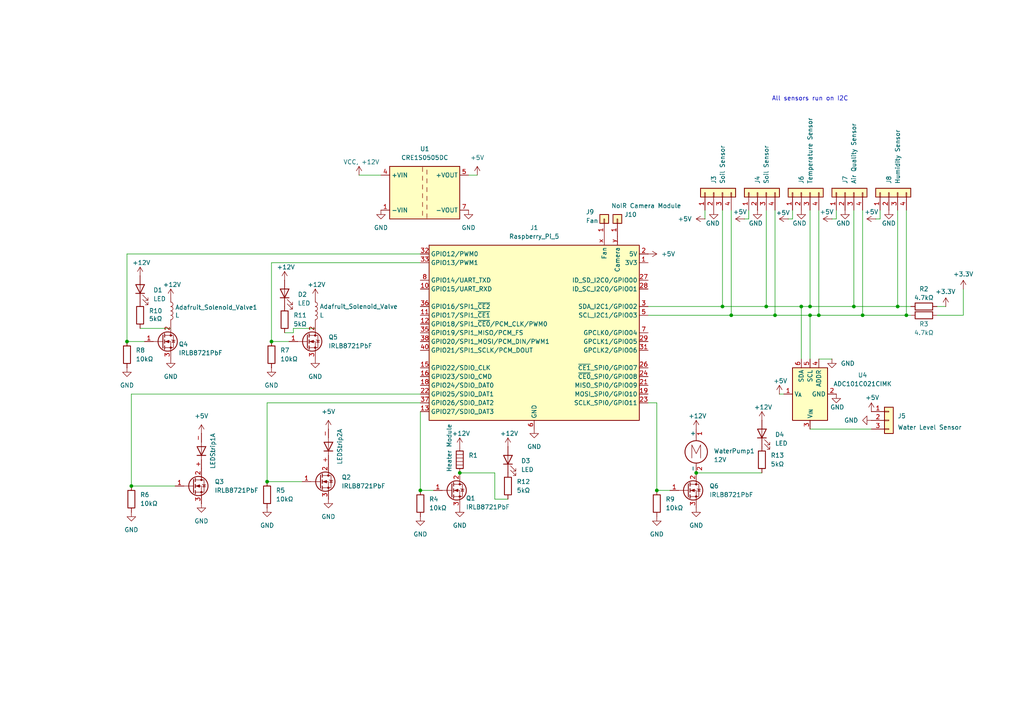
<source format=kicad_sch>
(kicad_sch
	(version 20231120)
	(generator "eeschema")
	(generator_version "8.0")
	(uuid "a5df5b5c-9e14-4fe1-8dcb-bdc183e40462")
	(paper "A4")
	(title_block
		(title "Simple Sprouts PCB")
		(date "2/19/2025")
		(rev "2")
		(company "Simple Sprouts")
	)
	(lib_symbols
		(symbol "Analog_ADC:ADC101C021CIMK"
			(exclude_from_sim no)
			(in_bom yes)
			(on_board yes)
			(property "Reference" "U"
				(at 3.81 11.43 0)
				(effects
					(font
						(size 1.27 1.27)
					)
				)
			)
			(property "Value" "ADC101C021CIMK"
				(at 11.43 8.89 0)
				(effects
					(font
						(size 1.27 1.27)
					)
				)
			)
			(property "Footprint" "Package_TO_SOT_SMD:SOT-23-6"
				(at 0 0 0)
				(effects
					(font
						(size 1.27 1.27)
					)
					(hide yes)
				)
			)
			(property "Datasheet" "https://www.ti.com/lit/ds/symlink/adc101c021.pdf"
				(at 0 0 0)
				(effects
					(font
						(size 1.27 1.27)
					)
					(hide yes)
				)
			)
			(property "Description" "10-bit I2C ADC, SOT-23"
				(at 0 0 0)
				(effects
					(font
						(size 1.27 1.27)
					)
					(hide yes)
				)
			)
			(property "ki_keywords" "adc 10-bit i2c"
				(at 0 0 0)
				(effects
					(font
						(size 1.27 1.27)
					)
					(hide yes)
				)
			)
			(property "ki_fp_filters" "SOT?23*"
				(at 0 0 0)
				(effects
					(font
						(size 1.27 1.27)
					)
					(hide yes)
				)
			)
			(symbol "ADC101C021CIMK_0_1"
				(rectangle
					(start -7.62 5.08)
					(end 7.62 -5.08)
					(stroke
						(width 0.254)
						(type default)
					)
					(fill
						(type background)
					)
				)
			)
			(symbol "ADC101C021CIMK_1_1"
				(pin power_in line
					(at 0 7.62 270)
					(length 2.54)
					(name "V_{A}"
						(effects
							(font
								(size 1.27 1.27)
							)
						)
					)
					(number "1"
						(effects
							(font
								(size 1.27 1.27)
							)
						)
					)
				)
				(pin power_in line
					(at 0 -7.62 90)
					(length 2.54)
					(name "GND"
						(effects
							(font
								(size 1.27 1.27)
							)
						)
					)
					(number "2"
						(effects
							(font
								(size 1.27 1.27)
							)
						)
					)
				)
				(pin input line
					(at -10.16 0 0)
					(length 2.54)
					(name "V_{IN}"
						(effects
							(font
								(size 1.27 1.27)
							)
						)
					)
					(number "3"
						(effects
							(font
								(size 1.27 1.27)
							)
						)
					)
				)
				(pin input line
					(at 10.16 -2.54 180)
					(length 2.54)
					(name "ADDR"
						(effects
							(font
								(size 1.27 1.27)
							)
						)
					)
					(number "4"
						(effects
							(font
								(size 1.27 1.27)
							)
						)
					)
				)
				(pin input line
					(at 10.16 0 180)
					(length 2.54)
					(name "SCL"
						(effects
							(font
								(size 1.27 1.27)
							)
						)
					)
					(number "5"
						(effects
							(font
								(size 1.27 1.27)
							)
						)
					)
				)
				(pin bidirectional line
					(at 10.16 2.54 180)
					(length 2.54)
					(name "SDA"
						(effects
							(font
								(size 1.27 1.27)
							)
						)
					)
					(number "6"
						(effects
							(font
								(size 1.27 1.27)
							)
						)
					)
				)
			)
		)
		(symbol "Connector:Raspberry_Pi_4"
			(exclude_from_sim no)
			(in_bom yes)
			(on_board yes)
			(property "Reference" "J1"
				(at 0 30.48 0)
				(effects
					(font
						(size 1.27 1.27)
					)
				)
			)
			(property "Value" "Raspberry_Pi_5"
				(at 0 27.94 0)
				(effects
					(font
						(size 1.27 1.27)
					)
				)
			)
			(property "Footprint" ""
				(at 70.104 -47.498 0)
				(effects
					(font
						(size 1.27 1.27)
					)
					(justify left)
					(hide yes)
				)
			)
			(property "Datasheet" "https://datasheets.raspberrypi.com/rpi4/raspberry-pi-4-datasheet.pdf"
				(at 15.748 -32.258 0)
				(effects
					(font
						(size 1.27 1.27)
					)
					(justify left)
					(hide yes)
				)
			)
			(property "Description" "Raspberry Pi 5, 8GB"
				(at 15.748 -29.718 0)
				(effects
					(font
						(size 1.27 1.27)
					)
					(justify left)
					(hide yes)
				)
			)
			(property "ki_keywords" "SBC RPi"
				(at 0 0 0)
				(effects
					(font
						(size 1.27 1.27)
					)
					(hide yes)
				)
			)
			(property "ki_fp_filters" "PinHeader*2x20*P2.54mm*Vertical* PinSocket*2x20*P2.54mm*Vertical*"
				(at 0 0 0)
				(effects
					(font
						(size 1.27 1.27)
					)
					(hide yes)
				)
			)
			(symbol "Raspberry_Pi_4_0_1"
				(rectangle
					(start -30.48 25.4)
					(end 30.48 -25.4)
					(stroke
						(width 0.254)
						(type default)
					)
					(fill
						(type background)
					)
				)
			)
			(symbol "Raspberry_Pi_4_1_1"
				(pin power_out line
					(at 33.02 20.32 180)
					(length 2.54)
					(name "3V3"
						(effects
							(font
								(size 1.27 1.27)
							)
						)
					)
					(number "1"
						(effects
							(font
								(size 1.27 1.27)
							)
						)
					)
				)
				(pin bidirectional line
					(at -33.02 12.7 0)
					(length 2.54)
					(name "GPIO15/UART_RXD"
						(effects
							(font
								(size 1.27 1.27)
							)
						)
					)
					(number "10"
						(effects
							(font
								(size 1.27 1.27)
							)
						)
					)
				)
				(pin bidirectional line
					(at -33.02 5.08 0)
					(length 2.54)
					(name "GPIO17/SPI1_~{CE1}"
						(effects
							(font
								(size 1.27 1.27)
							)
						)
					)
					(number "11"
						(effects
							(font
								(size 1.27 1.27)
							)
						)
					)
				)
				(pin bidirectional line
					(at -33.02 2.54 0)
					(length 2.54)
					(name "GPIO18/SPI1_~{CE0}/PCM_CLK/PWM0"
						(effects
							(font
								(size 1.27 1.27)
							)
						)
					)
					(number "12"
						(effects
							(font
								(size 1.27 1.27)
							)
						)
					)
				)
				(pin bidirectional line
					(at -33.02 -22.86 0)
					(length 2.54)
					(name "GPIO27/SDIO_DAT3"
						(effects
							(font
								(size 1.27 1.27)
							)
						)
					)
					(number "13"
						(effects
							(font
								(size 1.27 1.27)
							)
						)
					)
				)
				(pin passive line
					(at 0 -27.94 90)
					(length 2.54) hide
					(name "GND"
						(effects
							(font
								(size 1.27 1.27)
							)
						)
					)
					(number "14"
						(effects
							(font
								(size 1.27 1.27)
							)
						)
					)
				)
				(pin bidirectional line
					(at -33.02 -10.16 0)
					(length 2.54)
					(name "GPIO22/SDIO_CLK"
						(effects
							(font
								(size 1.27 1.27)
							)
						)
					)
					(number "15"
						(effects
							(font
								(size 1.27 1.27)
							)
						)
					)
				)
				(pin bidirectional line
					(at -33.02 -12.7 0)
					(length 2.54)
					(name "GPIO23/SDIO_CMD"
						(effects
							(font
								(size 1.27 1.27)
							)
						)
					)
					(number "16"
						(effects
							(font
								(size 1.27 1.27)
							)
						)
					)
				)
				(pin passive line
					(at 33.02 20.32 180)
					(length 2.54) hide
					(name "3V3"
						(effects
							(font
								(size 1.27 1.27)
							)
						)
					)
					(number "17"
						(effects
							(font
								(size 1.27 1.27)
							)
						)
					)
				)
				(pin bidirectional line
					(at -33.02 -15.24 0)
					(length 2.54)
					(name "GPIO24/SDIO_DAT0"
						(effects
							(font
								(size 1.27 1.27)
							)
						)
					)
					(number "18"
						(effects
							(font
								(size 1.27 1.27)
							)
						)
					)
				)
				(pin bidirectional line
					(at 33.02 -17.78 180)
					(length 2.54)
					(name "MOSI_SPI0/GPIO10"
						(effects
							(font
								(size 1.27 1.27)
							)
						)
					)
					(number "19"
						(effects
							(font
								(size 1.27 1.27)
							)
						)
					)
				)
				(pin power_out line
					(at 33.02 22.86 180)
					(length 2.54)
					(name "5V"
						(effects
							(font
								(size 1.27 1.27)
							)
						)
					)
					(number "2"
						(effects
							(font
								(size 1.27 1.27)
							)
						)
					)
				)
				(pin passive line
					(at 0 -27.94 90)
					(length 2.54) hide
					(name "GND"
						(effects
							(font
								(size 1.27 1.27)
							)
						)
					)
					(number "20"
						(effects
							(font
								(size 1.27 1.27)
							)
						)
					)
				)
				(pin bidirectional line
					(at 33.02 -15.24 180)
					(length 2.54)
					(name "MISO_SPI0/GPIO09"
						(effects
							(font
								(size 1.27 1.27)
							)
						)
					)
					(number "21"
						(effects
							(font
								(size 1.27 1.27)
							)
						)
					)
				)
				(pin bidirectional line
					(at -33.02 -17.78 0)
					(length 2.54)
					(name "GPIO25/SDIO_DAT1"
						(effects
							(font
								(size 1.27 1.27)
							)
						)
					)
					(number "22"
						(effects
							(font
								(size 1.27 1.27)
							)
						)
					)
				)
				(pin bidirectional line
					(at 33.02 -20.32 180)
					(length 2.54)
					(name "SCLK_SPI0/GPIO11"
						(effects
							(font
								(size 1.27 1.27)
							)
						)
					)
					(number "23"
						(effects
							(font
								(size 1.27 1.27)
							)
						)
					)
				)
				(pin bidirectional line
					(at 33.02 -12.7 180)
					(length 2.54)
					(name "~{CE0}_SPI0/GPIO08"
						(effects
							(font
								(size 1.27 1.27)
							)
						)
					)
					(number "24"
						(effects
							(font
								(size 1.27 1.27)
							)
						)
					)
				)
				(pin passive line
					(at 0 -27.94 90)
					(length 2.54) hide
					(name "GND"
						(effects
							(font
								(size 1.27 1.27)
							)
						)
					)
					(number "25"
						(effects
							(font
								(size 1.27 1.27)
							)
						)
					)
				)
				(pin bidirectional line
					(at 33.02 -10.16 180)
					(length 2.54)
					(name "~{CE1}_SPI0/GPIO07"
						(effects
							(font
								(size 1.27 1.27)
							)
						)
					)
					(number "26"
						(effects
							(font
								(size 1.27 1.27)
							)
						)
					)
				)
				(pin bidirectional line
					(at 33.02 15.24 180)
					(length 2.54)
					(name "ID_SD_I2C0/GPIO00"
						(effects
							(font
								(size 1.27 1.27)
							)
						)
					)
					(number "27"
						(effects
							(font
								(size 1.27 1.27)
							)
						)
					)
				)
				(pin bidirectional line
					(at 33.02 12.7 180)
					(length 2.54)
					(name "ID_SC_I2C0/GPIO01"
						(effects
							(font
								(size 1.27 1.27)
							)
						)
					)
					(number "28"
						(effects
							(font
								(size 1.27 1.27)
							)
						)
					)
				)
				(pin bidirectional line
					(at 33.02 -2.54 180)
					(length 2.54)
					(name "GPCLK1/GPIO05"
						(effects
							(font
								(size 1.27 1.27)
							)
						)
					)
					(number "29"
						(effects
							(font
								(size 1.27 1.27)
							)
						)
					)
				)
				(pin bidirectional line
					(at 33.02 7.62 180)
					(length 2.54)
					(name "SDA_I2C1/GPIO02"
						(effects
							(font
								(size 1.27 1.27)
							)
						)
					)
					(number "3"
						(effects
							(font
								(size 1.27 1.27)
							)
						)
					)
				)
				(pin passive line
					(at 0 -27.94 90)
					(length 2.54) hide
					(name "GND"
						(effects
							(font
								(size 1.27 1.27)
							)
						)
					)
					(number "30"
						(effects
							(font
								(size 1.27 1.27)
							)
						)
					)
				)
				(pin bidirectional line
					(at 33.02 -5.08 180)
					(length 2.54)
					(name "GPCLK2/GPIO06"
						(effects
							(font
								(size 1.27 1.27)
							)
						)
					)
					(number "31"
						(effects
							(font
								(size 1.27 1.27)
							)
						)
					)
				)
				(pin bidirectional line
					(at -33.02 22.86 0)
					(length 2.54)
					(name "GPIO12/PWM0"
						(effects
							(font
								(size 1.27 1.27)
							)
						)
					)
					(number "32"
						(effects
							(font
								(size 1.27 1.27)
							)
						)
					)
				)
				(pin bidirectional line
					(at -33.02 20.32 0)
					(length 2.54)
					(name "GPIO13/PWM1"
						(effects
							(font
								(size 1.27 1.27)
							)
						)
					)
					(number "33"
						(effects
							(font
								(size 1.27 1.27)
							)
						)
					)
				)
				(pin passive line
					(at 0 -27.94 90)
					(length 2.54) hide
					(name "GND"
						(effects
							(font
								(size 1.27 1.27)
							)
						)
					)
					(number "34"
						(effects
							(font
								(size 1.27 1.27)
							)
						)
					)
				)
				(pin bidirectional line
					(at -33.02 0 0)
					(length 2.54)
					(name "GPIO19/SPI1_MISO/PCM_FS"
						(effects
							(font
								(size 1.27 1.27)
							)
						)
					)
					(number "35"
						(effects
							(font
								(size 1.27 1.27)
							)
						)
					)
				)
				(pin bidirectional line
					(at -33.02 7.62 0)
					(length 2.54)
					(name "GPIO16/SPI1_~{CE2}"
						(effects
							(font
								(size 1.27 1.27)
							)
						)
					)
					(number "36"
						(effects
							(font
								(size 1.27 1.27)
							)
						)
					)
				)
				(pin bidirectional line
					(at -33.02 -20.32 0)
					(length 2.54)
					(name "GPIO26/SDIO_DAT2"
						(effects
							(font
								(size 1.27 1.27)
							)
						)
					)
					(number "37"
						(effects
							(font
								(size 1.27 1.27)
							)
						)
					)
				)
				(pin bidirectional line
					(at -33.02 -2.54 0)
					(length 2.54)
					(name "GPIO20/SPI1_MOSI/PCM_DIN/PWM1"
						(effects
							(font
								(size 1.27 1.27)
							)
						)
					)
					(number "38"
						(effects
							(font
								(size 1.27 1.27)
							)
						)
					)
				)
				(pin passive line
					(at 0 -27.94 90)
					(length 2.54) hide
					(name "GND"
						(effects
							(font
								(size 1.27 1.27)
							)
						)
					)
					(number "39"
						(effects
							(font
								(size 1.27 1.27)
							)
						)
					)
				)
				(pin passive line
					(at 33.02 22.86 180)
					(length 2.54) hide
					(name "5V"
						(effects
							(font
								(size 1.27 1.27)
							)
						)
					)
					(number "4"
						(effects
							(font
								(size 1.27 1.27)
							)
						)
					)
				)
				(pin bidirectional line
					(at -33.02 -5.08 0)
					(length 2.54)
					(name "GPIO21/SPI1_SCLK/PCM_DOUT"
						(effects
							(font
								(size 1.27 1.27)
							)
						)
					)
					(number "40"
						(effects
							(font
								(size 1.27 1.27)
							)
						)
					)
				)
				(pin bidirectional line
					(at 33.02 5.08 180)
					(length 2.54)
					(name "SCL_I2C1/GPIO03"
						(effects
							(font
								(size 1.27 1.27)
							)
						)
					)
					(number "5"
						(effects
							(font
								(size 1.27 1.27)
							)
						)
					)
				)
				(pin power_out line
					(at 0 -27.94 90)
					(length 2.54)
					(name "GND"
						(effects
							(font
								(size 1.27 1.27)
							)
						)
					)
					(number "6"
						(effects
							(font
								(size 1.27 1.27)
							)
						)
					)
				)
				(pin bidirectional line
					(at 33.02 0 180)
					(length 2.54)
					(name "GPCLK0/GPIO04"
						(effects
							(font
								(size 1.27 1.27)
							)
						)
					)
					(number "7"
						(effects
							(font
								(size 1.27 1.27)
							)
						)
					)
				)
				(pin bidirectional line
					(at -33.02 15.24 0)
					(length 2.54)
					(name "GPIO14/UART_TXD"
						(effects
							(font
								(size 1.27 1.27)
							)
						)
					)
					(number "8"
						(effects
							(font
								(size 1.27 1.27)
							)
						)
					)
				)
				(pin passive line
					(at 0 -27.94 90)
					(length 2.54) hide
					(name "GND"
						(effects
							(font
								(size 1.27 1.27)
							)
						)
					)
					(number "9"
						(effects
							(font
								(size 1.27 1.27)
							)
						)
					)
				)
				(pin power_out line
					(at 20.32 27.94 270)
					(length 2.54)
					(name "Fan"
						(effects
							(font
								(size 1.27 1.27)
							)
						)
					)
					(number "x"
						(effects
							(font
								(size 1.27 1.27)
							)
						)
					)
				)
				(pin input line
					(at 24.13 27.94 270)
					(length 2.54)
					(name "Camera"
						(effects
							(font
								(size 1.27 1.27)
							)
						)
					)
					(number "y"
						(effects
							(font
								(size 1.27 1.27)
							)
						)
					)
				)
			)
		)
		(symbol "Connector_Generic:Conn_01x01"
			(pin_names
				(offset 1.016) hide)
			(exclude_from_sim no)
			(in_bom yes)
			(on_board yes)
			(property "Reference" "J"
				(at 0 2.54 0)
				(effects
					(font
						(size 1.27 1.27)
					)
				)
			)
			(property "Value" "Conn_01x01"
				(at 0 -2.54 0)
				(effects
					(font
						(size 1.27 1.27)
					)
				)
			)
			(property "Footprint" ""
				(at 0 0 0)
				(effects
					(font
						(size 1.27 1.27)
					)
					(hide yes)
				)
			)
			(property "Datasheet" "~"
				(at 0 0 0)
				(effects
					(font
						(size 1.27 1.27)
					)
					(hide yes)
				)
			)
			(property "Description" "Generic connector, single row, 01x01, script generated (kicad-library-utils/schlib/autogen/connector/)"
				(at 0 0 0)
				(effects
					(font
						(size 1.27 1.27)
					)
					(hide yes)
				)
			)
			(property "ki_keywords" "connector"
				(at 0 0 0)
				(effects
					(font
						(size 1.27 1.27)
					)
					(hide yes)
				)
			)
			(property "ki_fp_filters" "Connector*:*_1x??_*"
				(at 0 0 0)
				(effects
					(font
						(size 1.27 1.27)
					)
					(hide yes)
				)
			)
			(symbol "Conn_01x01_1_1"
				(rectangle
					(start -1.27 0.127)
					(end 0 -0.127)
					(stroke
						(width 0.1524)
						(type default)
					)
					(fill
						(type none)
					)
				)
				(rectangle
					(start -1.27 1.27)
					(end 1.27 -1.27)
					(stroke
						(width 0.254)
						(type default)
					)
					(fill
						(type background)
					)
				)
				(pin passive line
					(at -5.08 0 0)
					(length 3.81)
					(name "Pin_1"
						(effects
							(font
								(size 1.27 1.27)
							)
						)
					)
					(number "1"
						(effects
							(font
								(size 1.27 1.27)
							)
						)
					)
				)
			)
		)
		(symbol "Connector_Generic:Conn_01x03"
			(pin_names
				(offset 1.016) hide)
			(exclude_from_sim no)
			(in_bom yes)
			(on_board yes)
			(property "Reference" "J5"
				(at 2.54 1.2701 0)
				(effects
					(font
						(size 1.27 1.27)
					)
					(justify left)
				)
			)
			(property "Value" "Water Level Sensor"
				(at 2.54 -1.2699 0)
				(effects
					(font
						(size 1.27 1.27)
					)
					(justify left)
				)
			)
			(property "Footprint" ""
				(at 0 0 0)
				(effects
					(font
						(size 1.27 1.27)
					)
					(hide yes)
				)
			)
			(property "Datasheet" "~"
				(at 0 0 0)
				(effects
					(font
						(size 1.27 1.27)
					)
					(hide yes)
				)
			)
			(property "Description" "Generic connector, single row, 01x03, script generated (kicad-library-utils/schlib/autogen/connector/)"
				(at 0 0 0)
				(effects
					(font
						(size 1.27 1.27)
					)
					(hide yes)
				)
			)
			(property "ki_keywords" "connector"
				(at 0 0 0)
				(effects
					(font
						(size 1.27 1.27)
					)
					(hide yes)
				)
			)
			(property "ki_fp_filters" "Connector*:*_1x??_*"
				(at 0 0 0)
				(effects
					(font
						(size 1.27 1.27)
					)
					(hide yes)
				)
			)
			(symbol "Conn_01x03_1_1"
				(rectangle
					(start -1.27 -2.413)
					(end 0 -2.667)
					(stroke
						(width 0.1524)
						(type default)
					)
					(fill
						(type none)
					)
				)
				(rectangle
					(start -1.27 0.127)
					(end 0 -0.127)
					(stroke
						(width 0.1524)
						(type default)
					)
					(fill
						(type none)
					)
				)
				(rectangle
					(start -1.27 2.667)
					(end 0 2.413)
					(stroke
						(width 0.1524)
						(type default)
					)
					(fill
						(type none)
					)
				)
				(rectangle
					(start -1.27 3.81)
					(end 1.27 -3.81)
					(stroke
						(width 0.254)
						(type default)
					)
					(fill
						(type background)
					)
				)
				(pin power_in line
					(at -5.08 2.54 0)
					(length 3.81)
					(name "Pin_1"
						(effects
							(font
								(size 1.27 1.27)
							)
						)
					)
					(number "1"
						(effects
							(font
								(size 1.27 1.27)
							)
						)
					)
				)
				(pin power_in line
					(at -5.08 0 0)
					(length 3.81)
					(name "Pin_2"
						(effects
							(font
								(size 1.27 1.27)
							)
						)
					)
					(number "2"
						(effects
							(font
								(size 1.27 1.27)
							)
						)
					)
				)
				(pin passive line
					(at -5.08 -2.54 0)
					(length 3.81)
					(name "Pin_3"
						(effects
							(font
								(size 1.27 1.27)
							)
						)
					)
					(number "3"
						(effects
							(font
								(size 1.27 1.27)
							)
						)
					)
				)
			)
		)
		(symbol "Connector_Generic:Conn_01x04"
			(pin_names
				(offset 1.016) hide)
			(exclude_from_sim no)
			(in_bom yes)
			(on_board yes)
			(property "Reference" "J"
				(at 0 5.08 0)
				(effects
					(font
						(size 1.27 1.27)
					)
				)
			)
			(property "Value" "Conn_01x04"
				(at 0 -7.62 0)
				(effects
					(font
						(size 1.27 1.27)
					)
				)
			)
			(property "Footprint" ""
				(at 0 0 0)
				(effects
					(font
						(size 1.27 1.27)
					)
					(hide yes)
				)
			)
			(property "Datasheet" "~"
				(at 0 0 0)
				(effects
					(font
						(size 1.27 1.27)
					)
					(hide yes)
				)
			)
			(property "Description" "Generic connector, single row, 01x04, script generated (kicad-library-utils/schlib/autogen/connector/)"
				(at 0 0 0)
				(effects
					(font
						(size 1.27 1.27)
					)
					(hide yes)
				)
			)
			(property "ki_keywords" "connector"
				(at 0 0 0)
				(effects
					(font
						(size 1.27 1.27)
					)
					(hide yes)
				)
			)
			(property "ki_fp_filters" "Connector*:*_1x??_*"
				(at 0 0 0)
				(effects
					(font
						(size 1.27 1.27)
					)
					(hide yes)
				)
			)
			(symbol "Conn_01x04_1_1"
				(rectangle
					(start -1.27 -4.953)
					(end 0 -5.207)
					(stroke
						(width 0.1524)
						(type default)
					)
					(fill
						(type none)
					)
				)
				(rectangle
					(start -1.27 -2.413)
					(end 0 -2.667)
					(stroke
						(width 0.1524)
						(type default)
					)
					(fill
						(type none)
					)
				)
				(rectangle
					(start -1.27 0.127)
					(end 0 -0.127)
					(stroke
						(width 0.1524)
						(type default)
					)
					(fill
						(type none)
					)
				)
				(rectangle
					(start -1.27 2.667)
					(end 0 2.413)
					(stroke
						(width 0.1524)
						(type default)
					)
					(fill
						(type none)
					)
				)
				(rectangle
					(start -1.27 3.81)
					(end 1.27 -6.35)
					(stroke
						(width 0.254)
						(type default)
					)
					(fill
						(type background)
					)
				)
				(pin passive line
					(at -5.08 2.54 0)
					(length 3.81)
					(name "Pin_1"
						(effects
							(font
								(size 1.27 1.27)
							)
						)
					)
					(number "1"
						(effects
							(font
								(size 1.27 1.27)
							)
						)
					)
				)
				(pin passive line
					(at -5.08 0 0)
					(length 3.81)
					(name "Pin_2"
						(effects
							(font
								(size 1.27 1.27)
							)
						)
					)
					(number "2"
						(effects
							(font
								(size 1.27 1.27)
							)
						)
					)
				)
				(pin passive line
					(at -5.08 -2.54 0)
					(length 3.81)
					(name "Pin_3"
						(effects
							(font
								(size 1.27 1.27)
							)
						)
					)
					(number "3"
						(effects
							(font
								(size 1.27 1.27)
							)
						)
					)
				)
				(pin passive line
					(at -5.08 -5.08 0)
					(length 3.81)
					(name "Pin_4"
						(effects
							(font
								(size 1.27 1.27)
							)
						)
					)
					(number "4"
						(effects
							(font
								(size 1.27 1.27)
							)
						)
					)
				)
			)
		)
		(symbol "Device:Heater"
			(pin_numbers hide)
			(pin_names
				(offset 0)
			)
			(exclude_from_sim no)
			(in_bom yes)
			(on_board yes)
			(property "Reference" "R"
				(at 2.032 0 90)
				(effects
					(font
						(size 1.27 1.27)
					)
				)
			)
			(property "Value" "Heater"
				(at -2.032 0 90)
				(effects
					(font
						(size 1.27 1.27)
					)
				)
			)
			(property "Footprint" ""
				(at -1.778 0 90)
				(effects
					(font
						(size 1.27 1.27)
					)
					(hide yes)
				)
			)
			(property "Datasheet" "~"
				(at 0 0 0)
				(effects
					(font
						(size 1.27 1.27)
					)
					(hide yes)
				)
			)
			(property "Description" "Resistive heater"
				(at 0 0 0)
				(effects
					(font
						(size 1.27 1.27)
					)
					(hide yes)
				)
			)
			(property "ki_keywords" "heater R resistor"
				(at 0 0 0)
				(effects
					(font
						(size 1.27 1.27)
					)
					(hide yes)
				)
			)
			(symbol "Heater_0_1"
				(rectangle
					(start -1.016 -2.54)
					(end 1.016 2.54)
					(stroke
						(width 0.254)
						(type default)
					)
					(fill
						(type none)
					)
				)
				(polyline
					(pts
						(xy -1.016 1.524) (xy 1.016 1.524)
					)
					(stroke
						(width 0)
						(type default)
					)
					(fill
						(type none)
					)
				)
				(polyline
					(pts
						(xy 1.016 -1.524) (xy -1.016 -1.524)
					)
					(stroke
						(width 0)
						(type default)
					)
					(fill
						(type none)
					)
				)
				(polyline
					(pts
						(xy 1.016 -0.508) (xy -1.016 -0.508)
					)
					(stroke
						(width 0)
						(type default)
					)
					(fill
						(type none)
					)
				)
				(polyline
					(pts
						(xy 1.016 0.508) (xy -1.016 0.508)
					)
					(stroke
						(width 0)
						(type default)
					)
					(fill
						(type none)
					)
				)
			)
			(symbol "Heater_1_1"
				(pin passive line
					(at 0 3.81 270)
					(length 1.27)
					(name "~"
						(effects
							(font
								(size 1.27 1.27)
							)
						)
					)
					(number "1"
						(effects
							(font
								(size 1.27 1.27)
							)
						)
					)
				)
				(pin passive line
					(at 0 -3.81 90)
					(length 1.27)
					(name "~"
						(effects
							(font
								(size 1.27 1.27)
							)
						)
					)
					(number "2"
						(effects
							(font
								(size 1.27 1.27)
							)
						)
					)
				)
			)
		)
		(symbol "Device:L"
			(pin_numbers hide)
			(pin_names
				(offset 1.016) hide)
			(exclude_from_sim no)
			(in_bom yes)
			(on_board yes)
			(property "Reference" "L"
				(at -1.27 0 90)
				(effects
					(font
						(size 1.27 1.27)
					)
				)
			)
			(property "Value" "L"
				(at 1.905 0 90)
				(effects
					(font
						(size 1.27 1.27)
					)
				)
			)
			(property "Footprint" ""
				(at 0 0 0)
				(effects
					(font
						(size 1.27 1.27)
					)
					(hide yes)
				)
			)
			(property "Datasheet" "~"
				(at 0 0 0)
				(effects
					(font
						(size 1.27 1.27)
					)
					(hide yes)
				)
			)
			(property "Description" "Inductor"
				(at 0 0 0)
				(effects
					(font
						(size 1.27 1.27)
					)
					(hide yes)
				)
			)
			(property "ki_keywords" "inductor choke coil reactor magnetic"
				(at 0 0 0)
				(effects
					(font
						(size 1.27 1.27)
					)
					(hide yes)
				)
			)
			(property "ki_fp_filters" "Choke_* *Coil* Inductor_* L_*"
				(at 0 0 0)
				(effects
					(font
						(size 1.27 1.27)
					)
					(hide yes)
				)
			)
			(symbol "L_0_1"
				(arc
					(start 0 -2.54)
					(mid 0.6323 -1.905)
					(end 0 -1.27)
					(stroke
						(width 0)
						(type default)
					)
					(fill
						(type none)
					)
				)
				(arc
					(start 0 -1.27)
					(mid 0.6323 -0.635)
					(end 0 0)
					(stroke
						(width 0)
						(type default)
					)
					(fill
						(type none)
					)
				)
				(arc
					(start 0 0)
					(mid 0.6323 0.635)
					(end 0 1.27)
					(stroke
						(width 0)
						(type default)
					)
					(fill
						(type none)
					)
				)
				(arc
					(start 0 1.27)
					(mid 0.6323 1.905)
					(end 0 2.54)
					(stroke
						(width 0)
						(type default)
					)
					(fill
						(type none)
					)
				)
			)
			(symbol "L_1_1"
				(pin passive line
					(at 0 3.81 270)
					(length 1.27)
					(name "1"
						(effects
							(font
								(size 1.27 1.27)
							)
						)
					)
					(number "1"
						(effects
							(font
								(size 1.27 1.27)
							)
						)
					)
				)
				(pin passive line
					(at 0 -3.81 90)
					(length 1.27)
					(name "2"
						(effects
							(font
								(size 1.27 1.27)
							)
						)
					)
					(number "2"
						(effects
							(font
								(size 1.27 1.27)
							)
						)
					)
				)
			)
		)
		(symbol "Device:LED"
			(pin_numbers hide)
			(pin_names
				(offset 1.016) hide)
			(exclude_from_sim no)
			(in_bom yes)
			(on_board yes)
			(property "Reference" "D"
				(at 0 2.54 0)
				(effects
					(font
						(size 1.27 1.27)
					)
				)
			)
			(property "Value" "LED"
				(at 0 -2.54 0)
				(effects
					(font
						(size 1.27 1.27)
					)
				)
			)
			(property "Footprint" ""
				(at 0 0 0)
				(effects
					(font
						(size 1.27 1.27)
					)
					(hide yes)
				)
			)
			(property "Datasheet" "~"
				(at 0 0 0)
				(effects
					(font
						(size 1.27 1.27)
					)
					(hide yes)
				)
			)
			(property "Description" "Light emitting diode"
				(at 0 0 0)
				(effects
					(font
						(size 1.27 1.27)
					)
					(hide yes)
				)
			)
			(property "ki_keywords" "LED diode"
				(at 0 0 0)
				(effects
					(font
						(size 1.27 1.27)
					)
					(hide yes)
				)
			)
			(property "ki_fp_filters" "LED* LED_SMD:* LED_THT:*"
				(at 0 0 0)
				(effects
					(font
						(size 1.27 1.27)
					)
					(hide yes)
				)
			)
			(symbol "LED_0_1"
				(polyline
					(pts
						(xy -1.27 -1.27) (xy -1.27 1.27)
					)
					(stroke
						(width 0.254)
						(type default)
					)
					(fill
						(type none)
					)
				)
				(polyline
					(pts
						(xy -1.27 0) (xy 1.27 0)
					)
					(stroke
						(width 0)
						(type default)
					)
					(fill
						(type none)
					)
				)
				(polyline
					(pts
						(xy 1.27 -1.27) (xy 1.27 1.27) (xy -1.27 0) (xy 1.27 -1.27)
					)
					(stroke
						(width 0.254)
						(type default)
					)
					(fill
						(type none)
					)
				)
				(polyline
					(pts
						(xy -3.048 -0.762) (xy -4.572 -2.286) (xy -3.81 -2.286) (xy -4.572 -2.286) (xy -4.572 -1.524)
					)
					(stroke
						(width 0)
						(type default)
					)
					(fill
						(type none)
					)
				)
				(polyline
					(pts
						(xy -1.778 -0.762) (xy -3.302 -2.286) (xy -2.54 -2.286) (xy -3.302 -2.286) (xy -3.302 -1.524)
					)
					(stroke
						(width 0)
						(type default)
					)
					(fill
						(type none)
					)
				)
			)
			(symbol "LED_1_1"
				(pin passive line
					(at -3.81 0 0)
					(length 2.54)
					(name "K"
						(effects
							(font
								(size 1.27 1.27)
							)
						)
					)
					(number "1"
						(effects
							(font
								(size 1.27 1.27)
							)
						)
					)
				)
				(pin passive line
					(at 3.81 0 180)
					(length 2.54)
					(name "A"
						(effects
							(font
								(size 1.27 1.27)
							)
						)
					)
					(number "2"
						(effects
							(font
								(size 1.27 1.27)
							)
						)
					)
				)
			)
		)
		(symbol "Device:R"
			(pin_numbers hide)
			(pin_names
				(offset 0)
			)
			(exclude_from_sim no)
			(in_bom yes)
			(on_board yes)
			(property "Reference" "R"
				(at 2.032 0 90)
				(effects
					(font
						(size 1.27 1.27)
					)
				)
			)
			(property "Value" "R"
				(at 0 0 90)
				(effects
					(font
						(size 1.27 1.27)
					)
				)
			)
			(property "Footprint" ""
				(at -1.778 0 90)
				(effects
					(font
						(size 1.27 1.27)
					)
					(hide yes)
				)
			)
			(property "Datasheet" "~"
				(at 0 0 0)
				(effects
					(font
						(size 1.27 1.27)
					)
					(hide yes)
				)
			)
			(property "Description" "Resistor"
				(at 0 0 0)
				(effects
					(font
						(size 1.27 1.27)
					)
					(hide yes)
				)
			)
			(property "ki_keywords" "R res resistor"
				(at 0 0 0)
				(effects
					(font
						(size 1.27 1.27)
					)
					(hide yes)
				)
			)
			(property "ki_fp_filters" "R_*"
				(at 0 0 0)
				(effects
					(font
						(size 1.27 1.27)
					)
					(hide yes)
				)
			)
			(symbol "R_0_1"
				(rectangle
					(start -1.016 -2.54)
					(end 1.016 2.54)
					(stroke
						(width 0.254)
						(type default)
					)
					(fill
						(type none)
					)
				)
			)
			(symbol "R_1_1"
				(pin passive line
					(at 0 3.81 270)
					(length 1.27)
					(name "~"
						(effects
							(font
								(size 1.27 1.27)
							)
						)
					)
					(number "1"
						(effects
							(font
								(size 1.27 1.27)
							)
						)
					)
				)
				(pin passive line
					(at 0 -3.81 90)
					(length 1.27)
					(name "~"
						(effects
							(font
								(size 1.27 1.27)
							)
						)
					)
					(number "2"
						(effects
							(font
								(size 1.27 1.27)
							)
						)
					)
				)
			)
		)
		(symbol "LED:HDSP-4840"
			(pin_names
				(offset 1.016) hide)
			(exclude_from_sim no)
			(in_bom yes)
			(on_board yes)
			(property "Reference" "LEDStrip"
				(at 0 3.302 0)
				(effects
					(font
						(size 1.27 1.27)
					)
				)
			)
			(property "Value" "~"
				(at 0 3.81 0)
				(effects
					(font
						(size 1.27 1.27)
					)
				)
			)
			(property "Footprint" "Display:HDSP-4840"
				(at 0 -7.62 0)
				(effects
					(font
						(size 1.27 1.27)
					)
					(hide yes)
				)
			)
			(property "Datasheet" "https://docs.broadcom.com/docs/AV02-1798EN"
				(at 0 0 0)
				(effects
					(font
						(size 1.27 1.27)
					)
					(hide yes)
				)
			)
			(property "Description" "10-element LED arrays, Yellow"
				(at 0 0 0)
				(effects
					(font
						(size 1.27 1.27)
					)
					(hide yes)
				)
			)
			(property "ki_keywords" "display LED array"
				(at 0 0 0)
				(effects
					(font
						(size 1.27 1.27)
					)
					(hide yes)
				)
			)
			(property "ki_fp_filters" "HDSP?48*"
				(at 0 0 0)
				(effects
					(font
						(size 1.27 1.27)
					)
					(hide yes)
				)
			)
			(symbol "HDSP-4840_0_1"
				(polyline
					(pts
						(xy -2.54 0) (xy 2.54 0)
					)
					(stroke
						(width 0)
						(type default)
					)
					(fill
						(type none)
					)
				)
				(polyline
					(pts
						(xy 1.27 -1.27) (xy 1.27 1.27)
					)
					(stroke
						(width 0.254)
						(type default)
					)
					(fill
						(type none)
					)
				)
				(polyline
					(pts
						(xy -1.27 1.27) (xy -1.27 -1.27) (xy 1.27 0) (xy -1.27 1.27)
					)
					(stroke
						(width 0.254)
						(type default)
					)
					(fill
						(type none)
					)
				)
			)
			(symbol "HDSP-4840_1_1"
				(pin power_in line
					(at 5.08 0 180)
					(length 2.54)
					(name ""
						(effects
							(font
								(size 1.27 1.27)
							)
						)
					)
					(number "+"
						(effects
							(font
								(size 1.27 1.27)
							)
						)
					)
				)
				(pin power_in line
					(at -5.08 0 0)
					(length 2.54)
					(name ""
						(effects
							(font
								(size 1.27 1.27)
							)
						)
					)
					(number "-"
						(effects
							(font
								(size 1.27 1.27)
							)
						)
					)
				)
			)
			(symbol "HDSP-4840_2_1"
				(pin passive line
					(at 5.08 0 180)
					(length 2.54)
					(name "K"
						(effects
							(font
								(size 1.27 1.27)
							)
						)
					)
					(number "19"
						(effects
							(font
								(size 1.27 1.27)
							)
						)
					)
				)
				(pin passive line
					(at -5.08 0 0)
					(length 2.54)
					(name "A"
						(effects
							(font
								(size 1.27 1.27)
							)
						)
					)
					(number "2"
						(effects
							(font
								(size 1.27 1.27)
							)
						)
					)
				)
			)
			(symbol "HDSP-4840_3_1"
				(pin passive line
					(at 5.08 0 180)
					(length 2.54)
					(name "K"
						(effects
							(font
								(size 1.27 1.27)
							)
						)
					)
					(number "18"
						(effects
							(font
								(size 1.27 1.27)
							)
						)
					)
				)
				(pin passive line
					(at -5.08 0 0)
					(length 2.54)
					(name "A"
						(effects
							(font
								(size 1.27 1.27)
							)
						)
					)
					(number "3"
						(effects
							(font
								(size 1.27 1.27)
							)
						)
					)
				)
			)
			(symbol "HDSP-4840_4_1"
				(pin passive line
					(at 5.08 0 180)
					(length 2.54)
					(name "K"
						(effects
							(font
								(size 1.27 1.27)
							)
						)
					)
					(number "17"
						(effects
							(font
								(size 1.27 1.27)
							)
						)
					)
				)
				(pin passive line
					(at -5.08 0 0)
					(length 2.54)
					(name "A"
						(effects
							(font
								(size 1.27 1.27)
							)
						)
					)
					(number "4"
						(effects
							(font
								(size 1.27 1.27)
							)
						)
					)
				)
			)
			(symbol "HDSP-4840_5_1"
				(pin passive line
					(at 5.08 0 180)
					(length 2.54)
					(name "K"
						(effects
							(font
								(size 1.27 1.27)
							)
						)
					)
					(number "16"
						(effects
							(font
								(size 1.27 1.27)
							)
						)
					)
				)
				(pin passive line
					(at -5.08 0 0)
					(length 2.54)
					(name "A"
						(effects
							(font
								(size 1.27 1.27)
							)
						)
					)
					(number "5"
						(effects
							(font
								(size 1.27 1.27)
							)
						)
					)
				)
			)
			(symbol "HDSP-4840_6_1"
				(pin passive line
					(at 5.08 0 180)
					(length 2.54)
					(name "K"
						(effects
							(font
								(size 1.27 1.27)
							)
						)
					)
					(number "15"
						(effects
							(font
								(size 1.27 1.27)
							)
						)
					)
				)
				(pin passive line
					(at -5.08 0 0)
					(length 2.54)
					(name "A"
						(effects
							(font
								(size 1.27 1.27)
							)
						)
					)
					(number "6"
						(effects
							(font
								(size 1.27 1.27)
							)
						)
					)
				)
			)
			(symbol "HDSP-4840_7_1"
				(pin passive line
					(at 5.08 0 180)
					(length 2.54)
					(name "K"
						(effects
							(font
								(size 1.27 1.27)
							)
						)
					)
					(number "14"
						(effects
							(font
								(size 1.27 1.27)
							)
						)
					)
				)
				(pin passive line
					(at -5.08 0 0)
					(length 2.54)
					(name "A"
						(effects
							(font
								(size 1.27 1.27)
							)
						)
					)
					(number "7"
						(effects
							(font
								(size 1.27 1.27)
							)
						)
					)
				)
			)
			(symbol "HDSP-4840_8_1"
				(pin passive line
					(at 5.08 0 180)
					(length 2.54)
					(name "K"
						(effects
							(font
								(size 1.27 1.27)
							)
						)
					)
					(number "13"
						(effects
							(font
								(size 1.27 1.27)
							)
						)
					)
				)
				(pin passive line
					(at -5.08 0 0)
					(length 2.54)
					(name "A"
						(effects
							(font
								(size 1.27 1.27)
							)
						)
					)
					(number "8"
						(effects
							(font
								(size 1.27 1.27)
							)
						)
					)
				)
			)
			(symbol "HDSP-4840_9_1"
				(pin passive line
					(at 5.08 0 180)
					(length 2.54)
					(name "K"
						(effects
							(font
								(size 1.27 1.27)
							)
						)
					)
					(number "12"
						(effects
							(font
								(size 1.27 1.27)
							)
						)
					)
				)
				(pin passive line
					(at -5.08 0 0)
					(length 2.54)
					(name "A"
						(effects
							(font
								(size 1.27 1.27)
							)
						)
					)
					(number "9"
						(effects
							(font
								(size 1.27 1.27)
							)
						)
					)
				)
			)
			(symbol "HDSP-4840_10_1"
				(pin passive line
					(at -5.08 0 0)
					(length 2.54)
					(name "A"
						(effects
							(font
								(size 1.27 1.27)
							)
						)
					)
					(number "10"
						(effects
							(font
								(size 1.27 1.27)
							)
						)
					)
				)
				(pin passive line
					(at 5.08 0 180)
					(length 2.54)
					(name "K"
						(effects
							(font
								(size 1.27 1.27)
							)
						)
					)
					(number "11"
						(effects
							(font
								(size 1.27 1.27)
							)
						)
					)
				)
			)
		)
		(symbol "Motor:Motor_DC"
			(pin_names
				(offset 0)
			)
			(exclude_from_sim no)
			(in_bom yes)
			(on_board yes)
			(property "Reference" "M"
				(at 2.54 2.54 0)
				(effects
					(font
						(size 1.27 1.27)
					)
					(justify left)
				)
			)
			(property "Value" "Motor_DC"
				(at 2.54 -5.08 0)
				(effects
					(font
						(size 1.27 1.27)
					)
					(justify left top)
				)
			)
			(property "Footprint" ""
				(at 0 -2.286 0)
				(effects
					(font
						(size 1.27 1.27)
					)
					(hide yes)
				)
			)
			(property "Datasheet" "~"
				(at 0 -2.286 0)
				(effects
					(font
						(size 1.27 1.27)
					)
					(hide yes)
				)
			)
			(property "Description" "DC Motor"
				(at 0 0 0)
				(effects
					(font
						(size 1.27 1.27)
					)
					(hide yes)
				)
			)
			(property "ki_keywords" "DC Motor"
				(at 0 0 0)
				(effects
					(font
						(size 1.27 1.27)
					)
					(hide yes)
				)
			)
			(property "ki_fp_filters" "PinHeader*P2.54mm* TerminalBlock*"
				(at 0 0 0)
				(effects
					(font
						(size 1.27 1.27)
					)
					(hide yes)
				)
			)
			(symbol "Motor_DC_0_0"
				(polyline
					(pts
						(xy -1.27 -3.302) (xy -1.27 0.508) (xy 0 -2.032) (xy 1.27 0.508) (xy 1.27 -3.302)
					)
					(stroke
						(width 0)
						(type default)
					)
					(fill
						(type none)
					)
				)
			)
			(symbol "Motor_DC_0_1"
				(circle
					(center 0 -1.524)
					(radius 3.2512)
					(stroke
						(width 0.254)
						(type default)
					)
					(fill
						(type none)
					)
				)
				(polyline
					(pts
						(xy 0 -7.62) (xy 0 -7.112)
					)
					(stroke
						(width 0)
						(type default)
					)
					(fill
						(type none)
					)
				)
				(polyline
					(pts
						(xy 0 -4.7752) (xy 0 -5.1816)
					)
					(stroke
						(width 0)
						(type default)
					)
					(fill
						(type none)
					)
				)
				(polyline
					(pts
						(xy 0 1.7272) (xy 0 2.0828)
					)
					(stroke
						(width 0)
						(type default)
					)
					(fill
						(type none)
					)
				)
				(polyline
					(pts
						(xy 0 2.032) (xy 0 2.54)
					)
					(stroke
						(width 0)
						(type default)
					)
					(fill
						(type none)
					)
				)
			)
			(symbol "Motor_DC_1_1"
				(pin passive line
					(at 0 5.08 270)
					(length 2.54)
					(name "+"
						(effects
							(font
								(size 1.27 1.27)
							)
						)
					)
					(number "1"
						(effects
							(font
								(size 1.27 1.27)
							)
						)
					)
				)
				(pin passive line
					(at 0 -7.62 90)
					(length 2.54)
					(name "-"
						(effects
							(font
								(size 1.27 1.27)
							)
						)
					)
					(number "2"
						(effects
							(font
								(size 1.27 1.27)
							)
						)
					)
				)
			)
		)
		(symbol "Regulator_Switching:CRE1S0505DC"
			(exclude_from_sim no)
			(in_bom yes)
			(on_board yes)
			(property "Reference" "U"
				(at -8.89 8.89 0)
				(effects
					(font
						(size 1.27 1.27)
					)
				)
			)
			(property "Value" "CRE1S0505DC"
				(at 2.54 8.89 0)
				(effects
					(font
						(size 1.27 1.27)
					)
				)
			)
			(property "Footprint" "Converter_DCDC:Converter_DCDC_Murata_CRE1xxxxxxDC_THT"
				(at 0 -8.89 0)
				(effects
					(font
						(size 1.27 1.27)
					)
					(hide yes)
				)
			)
			(property "Datasheet" "http://power.murata.com/datasheet?/data/power/ncl/kdc_cre1.pdf"
				(at 0 -12.7 0)
				(effects
					(font
						(size 1.27 1.27)
					)
					(hide yes)
				)
			)
			(property "Description" "5V to 5V 200mA DC-DC Converter with 1kV isolation, DC-package"
				(at 0 0 0)
				(effects
					(font
						(size 1.27 1.27)
					)
					(hide yes)
				)
			)
			(property "ki_keywords" "Murata isolated isolation dc-dc converter transformer"
				(at 0 0 0)
				(effects
					(font
						(size 1.27 1.27)
					)
					(hide yes)
				)
			)
			(property "ki_fp_filters" "Converter*DCDC*Murata*CRE1xxxxxxDC*"
				(at 0 0 0)
				(effects
					(font
						(size 1.27 1.27)
					)
					(hide yes)
				)
			)
			(symbol "CRE1S0505DC_0_1"
				(rectangle
					(start -10.16 7.62)
					(end 10.16 -7.62)
					(stroke
						(width 0.254)
						(type default)
					)
					(fill
						(type background)
					)
				)
				(polyline
					(pts
						(xy -0.635 -5.334) (xy -0.635 -6.604)
					)
					(stroke
						(width 0)
						(type default)
					)
					(fill
						(type none)
					)
				)
				(polyline
					(pts
						(xy -0.635 -2.794) (xy -0.635 -4.064)
					)
					(stroke
						(width 0)
						(type default)
					)
					(fill
						(type none)
					)
				)
				(polyline
					(pts
						(xy -0.635 -0.254) (xy -0.635 -1.524)
					)
					(stroke
						(width 0)
						(type default)
					)
					(fill
						(type none)
					)
				)
				(polyline
					(pts
						(xy -0.635 2.286) (xy -0.635 1.016)
					)
					(stroke
						(width 0)
						(type default)
					)
					(fill
						(type none)
					)
				)
				(polyline
					(pts
						(xy -0.635 4.826) (xy -0.635 3.556)
					)
					(stroke
						(width 0)
						(type default)
					)
					(fill
						(type none)
					)
				)
				(polyline
					(pts
						(xy -0.635 7.366) (xy -0.635 6.096)
					)
					(stroke
						(width 0)
						(type default)
					)
					(fill
						(type none)
					)
				)
				(polyline
					(pts
						(xy 0.635 -7.366) (xy 0.635 -6.096)
					)
					(stroke
						(width 0)
						(type default)
					)
					(fill
						(type none)
					)
				)
				(polyline
					(pts
						(xy 0.635 -4.826) (xy 0.635 -3.556)
					)
					(stroke
						(width 0)
						(type default)
					)
					(fill
						(type none)
					)
				)
				(polyline
					(pts
						(xy 0.635 -2.286) (xy 0.635 -1.016)
					)
					(stroke
						(width 0)
						(type default)
					)
					(fill
						(type none)
					)
				)
				(polyline
					(pts
						(xy 0.635 0.254) (xy 0.635 1.524)
					)
					(stroke
						(width 0)
						(type default)
					)
					(fill
						(type none)
					)
				)
				(polyline
					(pts
						(xy 0.635 2.794) (xy 0.635 4.064)
					)
					(stroke
						(width 0)
						(type default)
					)
					(fill
						(type none)
					)
				)
				(polyline
					(pts
						(xy 0.635 5.334) (xy 0.635 6.604)
					)
					(stroke
						(width 0)
						(type default)
					)
					(fill
						(type none)
					)
				)
			)
			(symbol "CRE1S0505DC_1_1"
				(pin power_in line
					(at -12.7 -5.08 0)
					(length 2.54)
					(name "-VIN"
						(effects
							(font
								(size 1.27 1.27)
							)
						)
					)
					(number "1"
						(effects
							(font
								(size 1.27 1.27)
							)
						)
					)
				)
				(pin power_in line
					(at -12.7 5.08 0)
					(length 2.54)
					(name "+VIN"
						(effects
							(font
								(size 1.27 1.27)
							)
						)
					)
					(number "4"
						(effects
							(font
								(size 1.27 1.27)
							)
						)
					)
				)
				(pin power_out line
					(at 12.7 5.08 180)
					(length 2.54)
					(name "+VOUT"
						(effects
							(font
								(size 1.27 1.27)
							)
						)
					)
					(number "5"
						(effects
							(font
								(size 1.27 1.27)
							)
						)
					)
				)
				(pin power_out line
					(at 12.7 -5.08 180)
					(length 2.54)
					(name "-VOUT"
						(effects
							(font
								(size 1.27 1.27)
							)
						)
					)
					(number "7"
						(effects
							(font
								(size 1.27 1.27)
							)
						)
					)
				)
			)
		)
		(symbol "Transistor_FET:IRLZ34N"
			(pin_names hide)
			(exclude_from_sim no)
			(in_bom yes)
			(on_board yes)
			(property "Reference" "Q"
				(at 5.08 1.905 0)
				(effects
					(font
						(size 1.27 1.27)
					)
					(justify left)
				)
			)
			(property "Value" "IRLZ34N"
				(at 5.08 0 0)
				(effects
					(font
						(size 1.27 1.27)
					)
					(justify left)
				)
			)
			(property "Footprint" "Package_TO_SOT_THT:TO-220-3_Vertical"
				(at 5.08 -1.905 0)
				(effects
					(font
						(size 1.27 1.27)
						(italic yes)
					)
					(justify left)
					(hide yes)
				)
			)
			(property "Datasheet" "http://www.infineon.com/dgdl/irlz34npbf.pdf?fileId=5546d462533600a40153567206892720"
				(at 5.08 -3.81 0)
				(effects
					(font
						(size 1.27 1.27)
					)
					(justify left)
					(hide yes)
				)
			)
			(property "Description" "30A Id, 55V Vds, 35mOhm Rds, N-Channel HEXFET Power MOSFET, TO-220AB"
				(at 0 0 0)
				(effects
					(font
						(size 1.27 1.27)
					)
					(hide yes)
				)
			)
			(property "ki_keywords" "N-Channel HEXFET MOSFET Logic-Level"
				(at 0 0 0)
				(effects
					(font
						(size 1.27 1.27)
					)
					(hide yes)
				)
			)
			(property "ki_fp_filters" "TO?220*"
				(at 0 0 0)
				(effects
					(font
						(size 1.27 1.27)
					)
					(hide yes)
				)
			)
			(symbol "IRLZ34N_0_1"
				(polyline
					(pts
						(xy 0.254 0) (xy -2.54 0)
					)
					(stroke
						(width 0)
						(type default)
					)
					(fill
						(type none)
					)
				)
				(polyline
					(pts
						(xy 0.254 1.905) (xy 0.254 -1.905)
					)
					(stroke
						(width 0.254)
						(type default)
					)
					(fill
						(type none)
					)
				)
				(polyline
					(pts
						(xy 0.762 -1.27) (xy 0.762 -2.286)
					)
					(stroke
						(width 0.254)
						(type default)
					)
					(fill
						(type none)
					)
				)
				(polyline
					(pts
						(xy 0.762 0.508) (xy 0.762 -0.508)
					)
					(stroke
						(width 0.254)
						(type default)
					)
					(fill
						(type none)
					)
				)
				(polyline
					(pts
						(xy 0.762 2.286) (xy 0.762 1.27)
					)
					(stroke
						(width 0.254)
						(type default)
					)
					(fill
						(type none)
					)
				)
				(polyline
					(pts
						(xy 2.54 2.54) (xy 2.54 1.778)
					)
					(stroke
						(width 0)
						(type default)
					)
					(fill
						(type none)
					)
				)
				(polyline
					(pts
						(xy 2.54 -2.54) (xy 2.54 0) (xy 0.762 0)
					)
					(stroke
						(width 0)
						(type default)
					)
					(fill
						(type none)
					)
				)
				(polyline
					(pts
						(xy 0.762 -1.778) (xy 3.302 -1.778) (xy 3.302 1.778) (xy 0.762 1.778)
					)
					(stroke
						(width 0)
						(type default)
					)
					(fill
						(type none)
					)
				)
				(polyline
					(pts
						(xy 1.016 0) (xy 2.032 0.381) (xy 2.032 -0.381) (xy 1.016 0)
					)
					(stroke
						(width 0)
						(type default)
					)
					(fill
						(type outline)
					)
				)
				(polyline
					(pts
						(xy 2.794 0.508) (xy 2.921 0.381) (xy 3.683 0.381) (xy 3.81 0.254)
					)
					(stroke
						(width 0)
						(type default)
					)
					(fill
						(type none)
					)
				)
				(polyline
					(pts
						(xy 3.302 0.381) (xy 2.921 -0.254) (xy 3.683 -0.254) (xy 3.302 0.381)
					)
					(stroke
						(width 0)
						(type default)
					)
					(fill
						(type none)
					)
				)
				(circle
					(center 1.651 0)
					(radius 2.794)
					(stroke
						(width 0.254)
						(type default)
					)
					(fill
						(type none)
					)
				)
				(circle
					(center 2.54 -1.778)
					(radius 0.254)
					(stroke
						(width 0)
						(type default)
					)
					(fill
						(type outline)
					)
				)
				(circle
					(center 2.54 1.778)
					(radius 0.254)
					(stroke
						(width 0)
						(type default)
					)
					(fill
						(type outline)
					)
				)
			)
			(symbol "IRLZ34N_1_1"
				(pin input line
					(at -5.08 0 0)
					(length 2.54)
					(name "G"
						(effects
							(font
								(size 1.27 1.27)
							)
						)
					)
					(number "1"
						(effects
							(font
								(size 1.27 1.27)
							)
						)
					)
				)
				(pin passive line
					(at 2.54 5.08 270)
					(length 2.54)
					(name "D"
						(effects
							(font
								(size 1.27 1.27)
							)
						)
					)
					(number "2"
						(effects
							(font
								(size 1.27 1.27)
							)
						)
					)
				)
				(pin passive line
					(at 2.54 -5.08 90)
					(length 2.54)
					(name "S"
						(effects
							(font
								(size 1.27 1.27)
							)
						)
					)
					(number "3"
						(effects
							(font
								(size 1.27 1.27)
							)
						)
					)
				)
			)
		)
		(symbol "power:+12V"
			(power)
			(pin_numbers hide)
			(pin_names
				(offset 0) hide)
			(exclude_from_sim no)
			(in_bom yes)
			(on_board yes)
			(property "Reference" "#PWR"
				(at 0 -3.81 0)
				(effects
					(font
						(size 1.27 1.27)
					)
					(hide yes)
				)
			)
			(property "Value" "+12V"
				(at 0 3.556 0)
				(effects
					(font
						(size 1.27 1.27)
					)
				)
			)
			(property "Footprint" ""
				(at 0 0 0)
				(effects
					(font
						(size 1.27 1.27)
					)
					(hide yes)
				)
			)
			(property "Datasheet" ""
				(at 0 0 0)
				(effects
					(font
						(size 1.27 1.27)
					)
					(hide yes)
				)
			)
			(property "Description" "Power symbol creates a global label with name \"+12V\""
				(at 0 0 0)
				(effects
					(font
						(size 1.27 1.27)
					)
					(hide yes)
				)
			)
			(property "ki_keywords" "global power"
				(at 0 0 0)
				(effects
					(font
						(size 1.27 1.27)
					)
					(hide yes)
				)
			)
			(symbol "+12V_0_1"
				(polyline
					(pts
						(xy -0.762 1.27) (xy 0 2.54)
					)
					(stroke
						(width 0)
						(type default)
					)
					(fill
						(type none)
					)
				)
				(polyline
					(pts
						(xy 0 0) (xy 0 2.54)
					)
					(stroke
						(width 0)
						(type default)
					)
					(fill
						(type none)
					)
				)
				(polyline
					(pts
						(xy 0 2.54) (xy 0.762 1.27)
					)
					(stroke
						(width 0)
						(type default)
					)
					(fill
						(type none)
					)
				)
			)
			(symbol "+12V_1_1"
				(pin power_in line
					(at 0 0 90)
					(length 0)
					(name "~"
						(effects
							(font
								(size 1.27 1.27)
							)
						)
					)
					(number "1"
						(effects
							(font
								(size 1.27 1.27)
							)
						)
					)
				)
			)
		)
		(symbol "power:+5V"
			(power)
			(pin_numbers hide)
			(pin_names
				(offset 0) hide)
			(exclude_from_sim no)
			(in_bom yes)
			(on_board yes)
			(property "Reference" "#PWR"
				(at 0 -3.81 0)
				(effects
					(font
						(size 1.27 1.27)
					)
					(hide yes)
				)
			)
			(property "Value" "+5V"
				(at 0 3.556 0)
				(effects
					(font
						(size 1.27 1.27)
					)
				)
			)
			(property "Footprint" ""
				(at 0 0 0)
				(effects
					(font
						(size 1.27 1.27)
					)
					(hide yes)
				)
			)
			(property "Datasheet" ""
				(at 0 0 0)
				(effects
					(font
						(size 1.27 1.27)
					)
					(hide yes)
				)
			)
			(property "Description" "Power symbol creates a global label with name \"+5V\""
				(at 0 0 0)
				(effects
					(font
						(size 1.27 1.27)
					)
					(hide yes)
				)
			)
			(property "ki_keywords" "global power"
				(at 0 0 0)
				(effects
					(font
						(size 1.27 1.27)
					)
					(hide yes)
				)
			)
			(symbol "+5V_0_1"
				(polyline
					(pts
						(xy -0.762 1.27) (xy 0 2.54)
					)
					(stroke
						(width 0)
						(type default)
					)
					(fill
						(type none)
					)
				)
				(polyline
					(pts
						(xy 0 0) (xy 0 2.54)
					)
					(stroke
						(width 0)
						(type default)
					)
					(fill
						(type none)
					)
				)
				(polyline
					(pts
						(xy 0 2.54) (xy 0.762 1.27)
					)
					(stroke
						(width 0)
						(type default)
					)
					(fill
						(type none)
					)
				)
			)
			(symbol "+5V_1_1"
				(pin power_in line
					(at 0 0 90)
					(length 0)
					(name "~"
						(effects
							(font
								(size 1.27 1.27)
							)
						)
					)
					(number "1"
						(effects
							(font
								(size 1.27 1.27)
							)
						)
					)
				)
			)
		)
		(symbol "power:GND"
			(power)
			(pin_numbers hide)
			(pin_names
				(offset 0) hide)
			(exclude_from_sim no)
			(in_bom yes)
			(on_board yes)
			(property "Reference" "#PWR"
				(at 0 -6.35 0)
				(effects
					(font
						(size 1.27 1.27)
					)
					(hide yes)
				)
			)
			(property "Value" "GND"
				(at 0 -3.81 0)
				(effects
					(font
						(size 1.27 1.27)
					)
				)
			)
			(property "Footprint" ""
				(at 0 0 0)
				(effects
					(font
						(size 1.27 1.27)
					)
					(hide yes)
				)
			)
			(property "Datasheet" ""
				(at 0 0 0)
				(effects
					(font
						(size 1.27 1.27)
					)
					(hide yes)
				)
			)
			(property "Description" "Power symbol creates a global label with name \"GND\" , ground"
				(at 0 0 0)
				(effects
					(font
						(size 1.27 1.27)
					)
					(hide yes)
				)
			)
			(property "ki_keywords" "global power"
				(at 0 0 0)
				(effects
					(font
						(size 1.27 1.27)
					)
					(hide yes)
				)
			)
			(symbol "GND_0_1"
				(polyline
					(pts
						(xy 0 0) (xy 0 -1.27) (xy 1.27 -1.27) (xy 0 -2.54) (xy -1.27 -1.27) (xy 0 -1.27)
					)
					(stroke
						(width 0)
						(type default)
					)
					(fill
						(type none)
					)
				)
			)
			(symbol "GND_1_1"
				(pin power_in line
					(at 0 0 270)
					(length 0)
					(name "~"
						(effects
							(font
								(size 1.27 1.27)
							)
						)
					)
					(number "1"
						(effects
							(font
								(size 1.27 1.27)
							)
						)
					)
				)
			)
		)
		(symbol "power:VCC"
			(power)
			(pin_numbers hide)
			(pin_names
				(offset 0) hide)
			(exclude_from_sim no)
			(in_bom yes)
			(on_board yes)
			(property "Reference" "#PWR"
				(at 0 -3.81 0)
				(effects
					(font
						(size 1.27 1.27)
					)
					(hide yes)
				)
			)
			(property "Value" "VCC"
				(at 0 3.556 0)
				(effects
					(font
						(size 1.27 1.27)
					)
				)
			)
			(property "Footprint" ""
				(at 0 0 0)
				(effects
					(font
						(size 1.27 1.27)
					)
					(hide yes)
				)
			)
			(property "Datasheet" ""
				(at 0 0 0)
				(effects
					(font
						(size 1.27 1.27)
					)
					(hide yes)
				)
			)
			(property "Description" "Power symbol creates a global label with name \"VCC\""
				(at 0 0 0)
				(effects
					(font
						(size 1.27 1.27)
					)
					(hide yes)
				)
			)
			(property "ki_keywords" "global power"
				(at 0 0 0)
				(effects
					(font
						(size 1.27 1.27)
					)
					(hide yes)
				)
			)
			(symbol "VCC_0_1"
				(polyline
					(pts
						(xy -0.762 1.27) (xy 0 2.54)
					)
					(stroke
						(width 0)
						(type default)
					)
					(fill
						(type none)
					)
				)
				(polyline
					(pts
						(xy 0 0) (xy 0 2.54)
					)
					(stroke
						(width 0)
						(type default)
					)
					(fill
						(type none)
					)
				)
				(polyline
					(pts
						(xy 0 2.54) (xy 0.762 1.27)
					)
					(stroke
						(width 0)
						(type default)
					)
					(fill
						(type none)
					)
				)
			)
			(symbol "VCC_1_1"
				(pin power_in line
					(at 0 0 90)
					(length 0)
					(name "~"
						(effects
							(font
								(size 1.27 1.27)
							)
						)
					)
					(number "1"
						(effects
							(font
								(size 1.27 1.27)
							)
						)
					)
				)
			)
		)
	)
	(junction
		(at 247.65 88.9)
		(diameter 0)
		(color 0 0 0 0)
		(uuid "0e14ac49-bdd4-4589-9a27-ed7408a59446")
	)
	(junction
		(at 234.95 91.44)
		(diameter 0)
		(color 0 0 0 0)
		(uuid "199b690a-116d-4eab-bc7c-359dca7868d0")
	)
	(junction
		(at 190.5 142.24)
		(diameter 0)
		(color 0 0 0 0)
		(uuid "1b24ef65-021d-491d-820a-eab761a5a10f")
	)
	(junction
		(at 77.47 139.7)
		(diameter 0)
		(color 0 0 0 0)
		(uuid "1c557d15-4a30-4130-ae1b-830f86888a48")
	)
	(junction
		(at 232.41 88.9)
		(diameter 0)
		(color 0 0 0 0)
		(uuid "27719bac-89d7-434c-ac5f-601571145df5")
	)
	(junction
		(at 78.74 99.06)
		(diameter 0)
		(color 0 0 0 0)
		(uuid "4da56f76-4635-4082-b63b-40b9cbc280d7")
	)
	(junction
		(at 36.83 99.06)
		(diameter 0)
		(color 0 0 0 0)
		(uuid "4fb91746-0645-4fe5-a4c5-8cbf3bd32cd5")
	)
	(junction
		(at 222.25 88.9)
		(diameter 0)
		(color 0 0 0 0)
		(uuid "5451998a-77c5-41de-a2e7-a2a0e232601f")
	)
	(junction
		(at 250.19 91.44)
		(diameter 0)
		(color 0 0 0 0)
		(uuid "5d40304a-6605-403c-9f20-d86fd0c34546")
	)
	(junction
		(at 224.79 91.44)
		(diameter 0)
		(color 0 0 0 0)
		(uuid "69cd6844-775a-4e1d-8a86-c7d3d9079381")
	)
	(junction
		(at 38.1 140.97)
		(diameter 0)
		(color 0 0 0 0)
		(uuid "7b8581ad-73fc-4c25-8702-1409a30428c9")
	)
	(junction
		(at 133.35 137.16)
		(diameter 0)
		(color 0 0 0 0)
		(uuid "8368435d-3575-45a1-8f28-722b5633d064")
	)
	(junction
		(at 260.35 88.9)
		(diameter 0)
		(color 0 0 0 0)
		(uuid "8af160db-d204-435e-af84-bdd9eb70e98f")
	)
	(junction
		(at 262.89 91.44)
		(diameter 0)
		(color 0 0 0 0)
		(uuid "932dcea3-33ac-4e6e-9823-d0072cedd3cc")
	)
	(junction
		(at 201.93 137.16)
		(diameter 0)
		(color 0 0 0 0)
		(uuid "be5383fb-3c51-466f-bf2b-81e35a2a0004")
	)
	(junction
		(at 121.92 142.24)
		(diameter 0)
		(color 0 0 0 0)
		(uuid "cd5c8589-9352-4918-8c4e-60be52fc1bbf")
	)
	(junction
		(at 234.95 88.9)
		(diameter 0)
		(color 0 0 0 0)
		(uuid "d68b64e0-fe31-4343-b1df-ab1c11d1a8ca")
	)
	(junction
		(at 212.09 91.44)
		(diameter 0)
		(color 0 0 0 0)
		(uuid "dd523950-ee98-43ed-aa5e-1b52f380d895")
	)
	(junction
		(at 209.55 88.9)
		(diameter 0)
		(color 0 0 0 0)
		(uuid "e512f513-23af-48d7-9017-2991fc45e309")
	)
	(junction
		(at 237.49 91.44)
		(diameter 0)
		(color 0 0 0 0)
		(uuid "f40f394d-4cb5-44c5-96e9-ed6fc074cd58")
	)
	(wire
		(pts
			(xy 247.65 60.96) (xy 247.65 88.9)
		)
		(stroke
			(width 0)
			(type default)
		)
		(uuid "03307c06-b889-4284-a89c-6b2f4fe3cbc1")
	)
	(wire
		(pts
			(xy 121.92 73.66) (xy 36.83 73.66)
		)
		(stroke
			(width 0)
			(type default)
		)
		(uuid "0485f2a9-b641-47db-ae49-19d265333994")
	)
	(wire
		(pts
			(xy 201.93 137.16) (xy 220.98 137.16)
		)
		(stroke
			(width 0)
			(type default)
		)
		(uuid "0570901a-5999-4c9e-a587-73256b8a9ae2")
	)
	(wire
		(pts
			(xy 222.25 60.96) (xy 222.25 88.9)
		)
		(stroke
			(width 0)
			(type default)
		)
		(uuid "07d1fd78-ac2f-4149-b57c-f32d75ee0d53")
	)
	(wire
		(pts
			(xy 133.35 137.16) (xy 143.51 137.16)
		)
		(stroke
			(width 0)
			(type default)
		)
		(uuid "08ff6555-a72d-4945-96fd-2648b3bfbd69")
	)
	(wire
		(pts
			(xy 224.79 91.44) (xy 234.95 91.44)
		)
		(stroke
			(width 0)
			(type default)
		)
		(uuid "0fa6f0fd-98a0-426b-8628-3f2f4ba5b2c3")
	)
	(wire
		(pts
			(xy 143.51 137.16) (xy 143.51 144.78)
		)
		(stroke
			(width 0)
			(type default)
		)
		(uuid "119d3bd1-cc4f-4015-8dc3-b7781e42bb12")
	)
	(wire
		(pts
			(xy 204.47 63.5) (xy 204.47 60.96)
		)
		(stroke
			(width 0)
			(type default)
		)
		(uuid "12a03fee-80c0-4123-a868-187738966507")
	)
	(wire
		(pts
			(xy 217.17 63.5) (xy 217.17 60.96)
		)
		(stroke
			(width 0)
			(type default)
		)
		(uuid "248bdc78-b9a1-4f40-816e-6000a53a1530")
	)
	(wire
		(pts
			(xy 121.92 114.3) (xy 38.1 114.3)
		)
		(stroke
			(width 0)
			(type default)
		)
		(uuid "24eef55e-c7af-4a2b-ac1d-3092d5250b4b")
	)
	(wire
		(pts
			(xy 121.92 142.24) (xy 125.73 142.24)
		)
		(stroke
			(width 0)
			(type default)
		)
		(uuid "25b49d97-0d81-4687-92c4-79e5422ce158")
	)
	(wire
		(pts
			(xy 78.74 76.2) (xy 78.74 99.06)
		)
		(stroke
			(width 0)
			(type default)
		)
		(uuid "27ef4ae4-9f2d-49a1-a42f-c731d4411e39")
	)
	(wire
		(pts
			(xy 222.25 88.9) (xy 232.41 88.9)
		)
		(stroke
			(width 0)
			(type default)
		)
		(uuid "2c60a188-543e-41d5-98db-c53ea5e39ea1")
	)
	(wire
		(pts
			(xy 271.78 91.44) (xy 279.4 91.44)
		)
		(stroke
			(width 0)
			(type default)
		)
		(uuid "300d2aa7-3b7e-40f7-9328-a129f0a16c1c")
	)
	(wire
		(pts
			(xy 254 63.5) (xy 255.27 63.5)
		)
		(stroke
			(width 0)
			(type default)
		)
		(uuid "34363ddd-bfed-4b9e-8009-4c3f1cf832fc")
	)
	(wire
		(pts
			(xy 40.64 95.25) (xy 49.53 95.25)
		)
		(stroke
			(width 0)
			(type default)
		)
		(uuid "383676a0-75f2-43f0-8aeb-52a2017005c7")
	)
	(wire
		(pts
			(xy 262.89 60.96) (xy 262.89 91.44)
		)
		(stroke
			(width 0)
			(type default)
		)
		(uuid "3890664f-1081-485f-8f6f-ffa1093f6222")
	)
	(wire
		(pts
			(xy 232.41 88.9) (xy 232.41 104.14)
		)
		(stroke
			(width 0)
			(type default)
		)
		(uuid "38a05faa-9e0f-49ca-b998-8d3dc0a5f644")
	)
	(wire
		(pts
			(xy 212.09 60.96) (xy 212.09 91.44)
		)
		(stroke
			(width 0)
			(type default)
		)
		(uuid "40a88209-438f-4f43-9e34-08facd1c7dcc")
	)
	(wire
		(pts
			(xy 234.95 91.44) (xy 234.95 104.14)
		)
		(stroke
			(width 0)
			(type default)
		)
		(uuid "42906eb3-2314-439a-9bc6-4372a459cf97")
	)
	(wire
		(pts
			(xy 104.14 50.8) (xy 110.49 50.8)
		)
		(stroke
			(width 0)
			(type default)
		)
		(uuid "4fcceebb-625a-4d57-a8a5-29f33f35339b")
	)
	(wire
		(pts
			(xy 271.78 88.9) (xy 274.32 88.9)
		)
		(stroke
			(width 0)
			(type default)
		)
		(uuid "50ceeaae-81eb-444c-a65c-4751689099d4")
	)
	(wire
		(pts
			(xy 279.4 91.44) (xy 279.4 83.82)
		)
		(stroke
			(width 0)
			(type default)
		)
		(uuid "5420d25e-d5d5-427c-a52c-25bfc8920232")
	)
	(wire
		(pts
			(xy 77.47 116.84) (xy 77.47 139.7)
		)
		(stroke
			(width 0)
			(type default)
		)
		(uuid "579abcfb-c134-4ac3-8a7d-1a08b3426ee1")
	)
	(wire
		(pts
			(xy 209.55 60.96) (xy 209.55 88.9)
		)
		(stroke
			(width 0)
			(type default)
		)
		(uuid "5b357a6c-3aad-4f6e-b05b-bf61c571c1c0")
	)
	(wire
		(pts
			(xy 209.55 88.9) (xy 222.25 88.9)
		)
		(stroke
			(width 0)
			(type default)
		)
		(uuid "5bfe249d-fa0f-4f1d-a950-12d3ffe0bd38")
	)
	(wire
		(pts
			(xy 247.65 88.9) (xy 260.35 88.9)
		)
		(stroke
			(width 0)
			(type default)
		)
		(uuid "67b940af-3974-4678-ae53-f083339ff702")
	)
	(wire
		(pts
			(xy 143.51 144.78) (xy 147.32 144.78)
		)
		(stroke
			(width 0)
			(type default)
		)
		(uuid "69f86c81-3139-4b4b-a6a9-6e7754224f04")
	)
	(wire
		(pts
			(xy 232.41 88.9) (xy 234.95 88.9)
		)
		(stroke
			(width 0)
			(type default)
		)
		(uuid "6a8b648f-be11-4b0f-bd50-1e9b15f64dee")
	)
	(wire
		(pts
			(xy 226.06 114.3) (xy 227.33 114.3)
		)
		(stroke
			(width 0)
			(type default)
		)
		(uuid "6d3ad11e-9804-4c32-ada4-44715b4ad4eb")
	)
	(wire
		(pts
			(xy 250.19 60.96) (xy 250.19 91.44)
		)
		(stroke
			(width 0)
			(type default)
		)
		(uuid "6df2b6bb-a1c4-47fe-9d07-1b558cd1ca89")
	)
	(wire
		(pts
			(xy 241.3 104.14) (xy 237.49 104.14)
		)
		(stroke
			(width 0)
			(type default)
		)
		(uuid "71cd1da5-395f-4767-96d7-66eb41cf463a")
	)
	(wire
		(pts
			(xy 255.27 63.5) (xy 255.27 60.96)
		)
		(stroke
			(width 0)
			(type default)
		)
		(uuid "71eb8830-65e3-49c9-9058-2e4a684d9a17")
	)
	(wire
		(pts
			(xy 234.95 60.96) (xy 234.95 88.9)
		)
		(stroke
			(width 0)
			(type default)
		)
		(uuid "796a0728-aa3d-412f-9ad9-0d2a3757d989")
	)
	(wire
		(pts
			(xy 187.96 116.84) (xy 190.5 116.84)
		)
		(stroke
			(width 0)
			(type default)
		)
		(uuid "7bcabf1f-060b-49d3-a95a-a93b07050c09")
	)
	(wire
		(pts
			(xy 237.49 60.96) (xy 237.49 91.44)
		)
		(stroke
			(width 0)
			(type default)
		)
		(uuid "7c2c13e6-cd2a-4461-ab27-bee1c9aa7a30")
	)
	(wire
		(pts
			(xy 260.35 60.96) (xy 260.35 88.9)
		)
		(stroke
			(width 0)
			(type default)
		)
		(uuid "862655f6-fe65-4a23-b992-9a681a745e2f")
	)
	(wire
		(pts
			(xy 215.9 63.5) (xy 217.17 63.5)
		)
		(stroke
			(width 0)
			(type default)
		)
		(uuid "8ab515ae-42e8-4ef5-a780-001f52e91488")
	)
	(wire
		(pts
			(xy 241.3 63.5) (xy 242.57 63.5)
		)
		(stroke
			(width 0)
			(type default)
		)
		(uuid "8e5d0aec-2d80-46ba-a5a7-2c58c7e1de06")
	)
	(wire
		(pts
			(xy 78.74 99.06) (xy 83.82 99.06)
		)
		(stroke
			(width 0)
			(type default)
		)
		(uuid "8f7255d9-005a-431e-be61-1412d7745e8a")
	)
	(wire
		(pts
			(xy 209.55 88.9) (xy 187.96 88.9)
		)
		(stroke
			(width 0)
			(type default)
		)
		(uuid "9344cc64-f7c2-4ba8-ae2b-cadbf4b72e04")
	)
	(wire
		(pts
			(xy 190.5 116.84) (xy 190.5 142.24)
		)
		(stroke
			(width 0)
			(type default)
		)
		(uuid "974b824d-db5f-4b0f-837d-08486d026cbf")
	)
	(wire
		(pts
			(xy 224.79 60.96) (xy 224.79 91.44)
		)
		(stroke
			(width 0)
			(type default)
		)
		(uuid "99552c31-4f9c-4ec0-8542-2ab193b1f4f2")
	)
	(wire
		(pts
			(xy 190.5 142.24) (xy 194.31 142.24)
		)
		(stroke
			(width 0)
			(type default)
		)
		(uuid "9ec549e7-ae4b-474c-bbd8-8d8c7a0ead62")
	)
	(wire
		(pts
			(xy 36.83 99.06) (xy 41.91 99.06)
		)
		(stroke
			(width 0)
			(type default)
		)
		(uuid "a33632a2-f928-44d8-8ed7-d9889aed9d09")
	)
	(wire
		(pts
			(xy 78.74 76.2) (xy 121.92 76.2)
		)
		(stroke
			(width 0)
			(type default)
		)
		(uuid "a53fb1bd-7f96-4460-977b-f28cdca9e096")
	)
	(wire
		(pts
			(xy 229.87 63.5) (xy 229.87 60.96)
		)
		(stroke
			(width 0)
			(type default)
		)
		(uuid "b0c155ce-dd91-45a9-b988-bcddfe895daf")
	)
	(wire
		(pts
			(xy 38.1 140.97) (xy 50.8 140.97)
		)
		(stroke
			(width 0)
			(type default)
		)
		(uuid "b0cd031a-eb55-413e-a809-fb9d9d3087de")
	)
	(wire
		(pts
			(xy 77.47 139.7) (xy 87.63 139.7)
		)
		(stroke
			(width 0)
			(type default)
		)
		(uuid "b4211f94-cb2e-4e4d-a6e6-b4662c920de3")
	)
	(wire
		(pts
			(xy 121.92 119.38) (xy 121.92 142.24)
		)
		(stroke
			(width 0)
			(type default)
		)
		(uuid "b8dae38a-b58d-4e23-a6e9-ec7c8da1bd14")
	)
	(wire
		(pts
			(xy 237.49 91.44) (xy 250.19 91.44)
		)
		(stroke
			(width 0)
			(type default)
		)
		(uuid "c5c2f132-fb3c-4567-83d0-a44cec814224")
	)
	(wire
		(pts
			(xy 234.95 88.9) (xy 247.65 88.9)
		)
		(stroke
			(width 0)
			(type default)
		)
		(uuid "ce7897e0-fc83-460b-a11b-8d66904e843f")
	)
	(wire
		(pts
			(xy 234.95 91.44) (xy 237.49 91.44)
		)
		(stroke
			(width 0)
			(type default)
		)
		(uuid "cfd6ffb9-c0e0-4240-8d18-095e80d6504a")
	)
	(wire
		(pts
			(xy 121.92 116.84) (xy 77.47 116.84)
		)
		(stroke
			(width 0)
			(type default)
		)
		(uuid "d172a653-908e-4a9c-b941-c968dfc91bdf")
	)
	(wire
		(pts
			(xy 260.35 88.9) (xy 264.16 88.9)
		)
		(stroke
			(width 0)
			(type default)
		)
		(uuid "d3ff9a0c-a52e-4423-8821-98024d807c43")
	)
	(wire
		(pts
			(xy 135.89 50.8) (xy 138.43 50.8)
		)
		(stroke
			(width 0)
			(type default)
		)
		(uuid "e1f7cc8a-d5d4-4fb4-9443-a26a58ecc62b")
	)
	(wire
		(pts
			(xy 36.83 73.66) (xy 36.83 99.06)
		)
		(stroke
			(width 0)
			(type default)
		)
		(uuid "e5d10c5a-4782-4834-9f8c-f99badc5a6ea")
	)
	(wire
		(pts
			(xy 262.89 91.44) (xy 264.16 91.44)
		)
		(stroke
			(width 0)
			(type default)
		)
		(uuid "e89a347e-6892-4b66-badc-8bd7b5fe486b")
	)
	(wire
		(pts
			(xy 234.95 124.46) (xy 252.73 124.46)
		)
		(stroke
			(width 0)
			(type default)
		)
		(uuid "ec64db54-cb81-4820-8ee5-164626b13002")
	)
	(wire
		(pts
			(xy 242.57 63.5) (xy 242.57 60.96)
		)
		(stroke
			(width 0)
			(type default)
		)
		(uuid "ee2b0117-94b5-44a5-9389-cb216d176e78")
	)
	(wire
		(pts
			(xy 91.44 95.25) (xy 85.09 95.25)
		)
		(stroke
			(width 0)
			(type default)
		)
		(uuid "f092452e-5d79-4749-908d-c87221f957c4")
	)
	(wire
		(pts
			(xy 212.09 91.44) (xy 187.96 91.44)
		)
		(stroke
			(width 0)
			(type default)
		)
		(uuid "f35198ba-88fb-4e03-8aaa-f9e89dc889fd")
	)
	(wire
		(pts
			(xy 38.1 114.3) (xy 38.1 140.97)
		)
		(stroke
			(width 0)
			(type default)
		)
		(uuid "f519e893-c073-42d1-b95d-c1fe680c28da")
	)
	(wire
		(pts
			(xy 224.79 91.44) (xy 212.09 91.44)
		)
		(stroke
			(width 0)
			(type default)
		)
		(uuid "f53ddcad-02a9-4970-9fed-7ceef4f69d86")
	)
	(wire
		(pts
			(xy 85.09 95.25) (xy 85.09 96.52)
		)
		(stroke
			(width 0)
			(type default)
		)
		(uuid "fad9661f-bef5-4444-8d60-f9696d56f75c")
	)
	(wire
		(pts
			(xy 228.6 63.5) (xy 229.87 63.5)
		)
		(stroke
			(width 0)
			(type default)
		)
		(uuid "fcb25809-4fd5-433e-8e6c-b067e6a9cb3f")
	)
	(wire
		(pts
			(xy 85.09 96.52) (xy 82.55 96.52)
		)
		(stroke
			(width 0)
			(type default)
		)
		(uuid "fd4a7896-1263-480d-803b-13daa1ef761e")
	)
	(wire
		(pts
			(xy 262.89 91.44) (xy 250.19 91.44)
		)
		(stroke
			(width 0)
			(type default)
		)
		(uuid "ff9812e2-6dbb-4c4d-93e6-1429e8c85931")
	)
	(text "All sensors run on I2C"
		(exclude_from_sim no)
		(at 234.95 28.702 0)
		(effects
			(font
				(size 1.27 1.27)
			)
		)
		(uuid "35ab8c73-8502-4a24-b57c-40c9f364d50c")
	)
	(symbol
		(lib_id "power:+5V")
		(at 204.47 63.5 90)
		(unit 1)
		(exclude_from_sim no)
		(in_bom yes)
		(on_board yes)
		(dnp no)
		(uuid "01baa1e4-4ec0-4c10-b977-11f440359f50")
		(property "Reference" "#PWR028"
			(at 208.28 63.5 0)
			(effects
				(font
					(size 1.27 1.27)
				)
				(hide yes)
			)
		)
		(property "Value" "+5V"
			(at 200.66 63.4999 90)
			(effects
				(font
					(size 1.27 1.27)
				)
				(justify left)
			)
		)
		(property "Footprint" ""
			(at 204.47 63.5 0)
			(effects
				(font
					(size 1.27 1.27)
				)
				(hide yes)
			)
		)
		(property "Datasheet" ""
			(at 204.47 63.5 0)
			(effects
				(font
					(size 1.27 1.27)
				)
				(hide yes)
			)
		)
		(property "Description" "Power symbol creates a global label with name \"+5V\""
			(at 204.47 63.5 0)
			(effects
				(font
					(size 1.27 1.27)
				)
				(hide yes)
			)
		)
		(pin "1"
			(uuid "07a306ab-ecee-4df2-a02f-f8982abe1836")
		)
		(instances
			(project "Simple_Sprouts_PCB"
				(path "/a5df5b5c-9e14-4fe1-8dcb-bdc183e40462"
					(reference "#PWR028")
					(unit 1)
				)
			)
		)
	)
	(symbol
		(lib_id "power:+5V")
		(at 58.42 125.73 0)
		(unit 1)
		(exclude_from_sim no)
		(in_bom yes)
		(on_board yes)
		(dnp no)
		(fields_autoplaced yes)
		(uuid "023dbab3-7745-4f5d-8276-b8e9d191f89b")
		(property "Reference" "#PWR04"
			(at 58.42 129.54 0)
			(effects
				(font
					(size 1.27 1.27)
				)
				(hide yes)
			)
		)
		(property "Value" "+5V"
			(at 58.42 120.65 0)
			(effects
				(font
					(size 1.27 1.27)
				)
			)
		)
		(property "Footprint" ""
			(at 58.42 125.73 0)
			(effects
				(font
					(size 1.27 1.27)
				)
				(hide yes)
			)
		)
		(property "Datasheet" ""
			(at 58.42 125.73 0)
			(effects
				(font
					(size 1.27 1.27)
				)
				(hide yes)
			)
		)
		(property "Description" "Power symbol creates a global label with name \"+5V\""
			(at 58.42 125.73 0)
			(effects
				(font
					(size 1.27 1.27)
				)
				(hide yes)
			)
		)
		(pin "1"
			(uuid "52e61952-e80f-4026-b38f-33f99d6909cf")
		)
		(instances
			(project "Simple_Sprouts_PCB"
				(path "/a5df5b5c-9e14-4fe1-8dcb-bdc183e40462"
					(reference "#PWR04")
					(unit 1)
				)
			)
		)
	)
	(symbol
		(lib_id "power:GND")
		(at 36.83 106.68 0)
		(unit 1)
		(exclude_from_sim no)
		(in_bom yes)
		(on_board yes)
		(dnp no)
		(fields_autoplaced yes)
		(uuid "04afadcd-6bec-4ee8-8c82-afc3d4222f6e")
		(property "Reference" "#PWR022"
			(at 36.83 113.03 0)
			(effects
				(font
					(size 1.27 1.27)
				)
				(hide yes)
			)
		)
		(property "Value" "GND"
			(at 36.83 111.76 0)
			(effects
				(font
					(size 1.27 1.27)
				)
			)
		)
		(property "Footprint" ""
			(at 36.83 106.68 0)
			(effects
				(font
					(size 1.27 1.27)
				)
				(hide yes)
			)
		)
		(property "Datasheet" ""
			(at 36.83 106.68 0)
			(effects
				(font
					(size 1.27 1.27)
				)
				(hide yes)
			)
		)
		(property "Description" "Power symbol creates a global label with name \"GND\" , ground"
			(at 36.83 106.68 0)
			(effects
				(font
					(size 1.27 1.27)
				)
				(hide yes)
			)
		)
		(pin "1"
			(uuid "63bed216-4193-44f8-be8a-ec92fb1368d4")
		)
		(instances
			(project "Simple_Sprouts_PCB"
				(path "/a5df5b5c-9e14-4fe1-8dcb-bdc183e40462"
					(reference "#PWR022")
					(unit 1)
				)
			)
		)
	)
	(symbol
		(lib_id "LED:HDSP-4840")
		(at 95.25 129.54 270)
		(unit 1)
		(exclude_from_sim no)
		(in_bom yes)
		(on_board yes)
		(dnp no)
		(uuid "04c68309-4199-415a-a3bb-a7485470f0bf")
		(property "Reference" "LEDStrip2"
			(at 98.552 129.54 0)
			(effects
				(font
					(size 1.27 1.27)
				)
			)
		)
		(property "Value" "~"
			(at 99.06 129.54 0)
			(effects
				(font
					(size 1.27 1.27)
				)
			)
		)
		(property "Footprint" "Display:HDSP-4840"
			(at 87.63 129.54 0)
			(effects
				(font
					(size 1.27 1.27)
				)
				(hide yes)
			)
		)
		(property "Datasheet" "https://www.amazon.com/Briignite-Spectrum-Strips-Indoor-Dimmable/dp/B0CH9Z5NW3?ref_=ast_sto_dp&th=1"
			(at 95.25 129.54 0)
			(effects
				(font
					(size 1.27 1.27)
				)
				(hide yes)
			)
		)
		(property "Description" "Plant Grow Light Strip, Briignite Full Spectrum Grow Light Strips for Indoor Plants,15W LED Grow Light"
			(at 95.25 129.54 0)
			(effects
				(font
					(size 1.27 1.27)
				)
				(hide yes)
			)
		)
		(pin "17"
			(uuid "c64480e4-92e6-4878-a45c-88457b35a5f4")
		)
		(pin "13"
			(uuid "ae0b5e51-6aac-4ac0-bb99-86c8c73d287a")
		)
		(pin "11"
			(uuid "96fe02ac-d9aa-4a06-8505-2898cd940db2")
		)
		(pin "2"
			(uuid "c00af01d-38eb-4a52-b136-9e96c3e813d8")
		)
		(pin "19"
			(uuid "ed83cd38-a78a-4a45-b43c-ab83897f501a")
		)
		(pin "3"
			(uuid "d8fb247f-9a4a-4a3a-b972-9c5724073723")
		)
		(pin "5"
			(uuid "b8a7eaf2-e42c-400d-8455-b3724c85f004")
		)
		(pin "12"
			(uuid "566e251c-b99c-4fd4-aeb7-7303856c4ab5")
		)
		(pin "+"
			(uuid "cd60e757-bcf2-4267-81d5-26a650225ff4")
		)
		(pin "9"
			(uuid "bb70167e-352f-4fb6-8e48-8a7cd086b0bb")
		)
		(pin "6"
			(uuid "161dd128-3ded-45c6-b890-6973ef5d2121")
		)
		(pin "14"
			(uuid "c4f987fa-6ab7-44dc-96b6-7883f11a8438")
		)
		(pin "-"
			(uuid "8e4bdba0-5c2f-4642-9284-296d11fa0239")
		)
		(pin "16"
			(uuid "633f2e8c-1442-4163-885a-7ccfec41e15d")
		)
		(pin "4"
			(uuid "2f32b1b3-efa9-4117-aafe-a2c4bf425d64")
		)
		(pin "18"
			(uuid "0f9309ca-519e-4a3f-b78d-05aee7e1c533")
		)
		(pin "15"
			(uuid "3321bb76-6df6-4c65-b5ef-e62126562a34")
		)
		(pin "8"
			(uuid "e741de07-3f1a-4316-9d11-12deb07b38b3")
		)
		(pin "10"
			(uuid "075c605a-0820-4ca9-b87b-d722fbc44fc3")
		)
		(pin "7"
			(uuid "10132422-c60e-4885-8684-45668ae13a1c")
		)
		(instances
			(project ""
				(path "/a5df5b5c-9e14-4fe1-8dcb-bdc183e40462"
					(reference "LEDStrip2")
					(unit 1)
				)
			)
		)
	)
	(symbol
		(lib_id "Connector_Generic:Conn_01x04")
		(at 257.81 55.88 90)
		(unit 1)
		(exclude_from_sim no)
		(in_bom yes)
		(on_board yes)
		(dnp no)
		(uuid "0615d1fc-dcc8-4e57-9c18-a369cdda32ba")
		(property "Reference" "J8"
			(at 257.8099 53.34 0)
			(effects
				(font
					(size 1.27 1.27)
				)
				(justify left)
			)
		)
		(property "Value" "Humidity Sensor"
			(at 260.3499 53.34 0)
			(effects
				(font
					(size 1.27 1.27)
				)
				(justify left)
			)
		)
		(property "Footprint" ""
			(at 257.81 55.88 0)
			(effects
				(font
					(size 1.27 1.27)
				)
				(hide yes)
			)
		)
		(property "Datasheet" "https://learn.adafruit.com/adafruit-aht20"
			(at 257.81 55.88 0)
			(effects
				(font
					(size 1.27 1.27)
				)
				(hide yes)
			)
		)
		(property "Description" "Generic connector, single row, 01x04, script generated (kicad-library-utils/schlib/autogen/connector/)"
			(at 257.81 55.88 0)
			(effects
				(font
					(size 1.27 1.27)
				)
				(hide yes)
			)
		)
		(pin "1"
			(uuid "9bca1eaf-1d3f-48e1-a7b9-fd2b2b6204b0")
		)
		(pin "2"
			(uuid "5355b3ea-bbab-4353-9ec8-f62757470716")
		)
		(pin "3"
			(uuid "5533a79e-31eb-494c-a722-ece421e20c80")
		)
		(pin "4"
			(uuid "d81a34c2-764d-4776-b461-49c96a26aea6")
		)
		(instances
			(project "Simple_Sprouts_PCB"
				(path "/a5df5b5c-9e14-4fe1-8dcb-bdc183e40462"
					(reference "J8")
					(unit 1)
				)
			)
		)
	)
	(symbol
		(lib_id "Device:R")
		(at 121.92 146.05 0)
		(unit 1)
		(exclude_from_sim no)
		(in_bom yes)
		(on_board yes)
		(dnp no)
		(fields_autoplaced yes)
		(uuid "07888dfd-791b-473d-a134-a1deb9e59a6b")
		(property "Reference" "R4"
			(at 124.46 144.7799 0)
			(effects
				(font
					(size 1.27 1.27)
				)
				(justify left)
			)
		)
		(property "Value" "10kΩ"
			(at 124.46 147.3199 0)
			(effects
				(font
					(size 1.27 1.27)
				)
				(justify left)
			)
		)
		(property "Footprint" ""
			(at 120.142 146.05 90)
			(effects
				(font
					(size 1.27 1.27)
				)
				(hide yes)
			)
		)
		(property "Datasheet" "~"
			(at 121.92 146.05 0)
			(effects
				(font
					(size 1.27 1.27)
				)
				(hide yes)
			)
		)
		(property "Description" "Resistor"
			(at 121.92 146.05 0)
			(effects
				(font
					(size 1.27 1.27)
				)
				(hide yes)
			)
		)
		(pin "1"
			(uuid "25db48dd-020f-4598-9dd0-ab805529e49f")
		)
		(pin "2"
			(uuid "394d5eaa-e84d-4808-b7aa-81fbc112c32d")
		)
		(instances
			(project ""
				(path "/a5df5b5c-9e14-4fe1-8dcb-bdc183e40462"
					(reference "R4")
					(unit 1)
				)
			)
		)
	)
	(symbol
		(lib_id "power:+5V")
		(at 215.9 63.5 90)
		(unit 1)
		(exclude_from_sim no)
		(in_bom yes)
		(on_board yes)
		(dnp no)
		(uuid "092b8561-f29f-4fa5-af62-b3ae2d2689cc")
		(property "Reference" "#PWR029"
			(at 219.71 63.5 0)
			(effects
				(font
					(size 1.27 1.27)
				)
				(hide yes)
			)
		)
		(property "Value" "+5V"
			(at 214.63 61.468 90)
			(effects
				(font
					(size 1.27 1.27)
				)
			)
		)
		(property "Footprint" ""
			(at 215.9 63.5 0)
			(effects
				(font
					(size 1.27 1.27)
				)
				(hide yes)
			)
		)
		(property "Datasheet" ""
			(at 215.9 63.5 0)
			(effects
				(font
					(size 1.27 1.27)
				)
				(hide yes)
			)
		)
		(property "Description" "Power symbol creates a global label with name \"+5V\""
			(at 215.9 63.5 0)
			(effects
				(font
					(size 1.27 1.27)
				)
				(hide yes)
			)
		)
		(pin "1"
			(uuid "ac5c7cd1-5c7c-440a-860f-bdcaa1c1fab5")
		)
		(instances
			(project "Simple_Sprouts_PCB"
				(path "/a5df5b5c-9e14-4fe1-8dcb-bdc183e40462"
					(reference "#PWR029")
					(unit 1)
				)
			)
		)
	)
	(symbol
		(lib_id "power:GND")
		(at 201.93 147.32 0)
		(unit 1)
		(exclude_from_sim no)
		(in_bom yes)
		(on_board yes)
		(dnp no)
		(fields_autoplaced yes)
		(uuid "0f25cda9-695c-4de7-a8fa-da96671b5186")
		(property "Reference" "#PWR09"
			(at 201.93 153.67 0)
			(effects
				(font
					(size 1.27 1.27)
				)
				(hide yes)
			)
		)
		(property "Value" "GND"
			(at 201.93 152.4 0)
			(effects
				(font
					(size 1.27 1.27)
				)
			)
		)
		(property "Footprint" ""
			(at 201.93 147.32 0)
			(effects
				(font
					(size 1.27 1.27)
				)
				(hide yes)
			)
		)
		(property "Datasheet" ""
			(at 201.93 147.32 0)
			(effects
				(font
					(size 1.27 1.27)
				)
				(hide yes)
			)
		)
		(property "Description" "Power symbol creates a global label with name \"GND\" , ground"
			(at 201.93 147.32 0)
			(effects
				(font
					(size 1.27 1.27)
				)
				(hide yes)
			)
		)
		(pin "1"
			(uuid "16ffee32-b0a0-41eb-8de6-0181c97a587d")
		)
		(instances
			(project "Simple_Sprouts_PCB"
				(path "/a5df5b5c-9e14-4fe1-8dcb-bdc183e40462"
					(reference "#PWR09")
					(unit 1)
				)
			)
		)
	)
	(symbol
		(lib_id "Connector_Generic:Conn_01x04")
		(at 219.71 55.88 90)
		(unit 1)
		(exclude_from_sim no)
		(in_bom yes)
		(on_board yes)
		(dnp no)
		(uuid "116dc2e4-5b4c-480b-b30b-5b94e8b2dcf1")
		(property "Reference" "J4"
			(at 219.7099 53.34 0)
			(effects
				(font
					(size 1.27 1.27)
				)
				(justify left)
			)
		)
		(property "Value" "Soil Sensor"
			(at 222.2499 53.34 0)
			(effects
				(font
					(size 1.27 1.27)
				)
				(justify left)
			)
		)
		(property "Footprint" ""
			(at 219.71 55.88 0)
			(effects
				(font
					(size 1.27 1.27)
				)
				(hide yes)
			)
		)
		(property "Datasheet" "https://learn.adafruit.com/adafruit-stemma-soil-sensor-i2c-capacitive-moisture-sensor"
			(at 219.71 55.88 0)
			(effects
				(font
					(size 1.27 1.27)
				)
				(hide yes)
			)
		)
		(property "Description" "Generic connector, single row, 01x04, script generated (kicad-library-utils/schlib/autogen/connector/)"
			(at 219.71 55.88 0)
			(effects
				(font
					(size 1.27 1.27)
				)
				(hide yes)
			)
		)
		(pin "1"
			(uuid "b634b67c-0898-438e-97c8-69ce8793a34b")
		)
		(pin "2"
			(uuid "f36e0c7c-fac7-47ae-a5c0-2f46a521c46d")
		)
		(pin "3"
			(uuid "e0af39f6-ab99-4113-8365-33add8858e85")
		)
		(pin "4"
			(uuid "0157d89e-2396-4ccf-a4c4-ca06b161daa3")
		)
		(instances
			(project "Simple_Sprouts_PCB"
				(path "/a5df5b5c-9e14-4fe1-8dcb-bdc183e40462"
					(reference "J4")
					(unit 1)
				)
			)
		)
	)
	(symbol
		(lib_id "Motor:Motor_DC")
		(at 201.93 129.54 0)
		(unit 1)
		(exclude_from_sim no)
		(in_bom yes)
		(on_board yes)
		(dnp no)
		(fields_autoplaced yes)
		(uuid "11b79ba8-8922-4d79-9b87-0b43fb7b2424")
		(property "Reference" "WaterPump1"
			(at 207.01 130.8099 0)
			(effects
				(font
					(size 1.27 1.27)
				)
				(justify left)
			)
		)
		(property "Value" "12V"
			(at 207.01 133.3499 0)
			(effects
				(font
					(size 1.27 1.27)
				)
				(justify left)
			)
		)
		(property "Footprint" ""
			(at 201.93 131.826 0)
			(effects
				(font
					(size 1.27 1.27)
				)
				(hide yes)
			)
		)
		(property "Datasheet" "https://www.adafruit.com/product/1150#technical-details"
			(at 201.93 131.826 0)
			(effects
				(font
					(size 1.27 1.27)
				)
				(hide yes)
			)
		)
		(property "Description" "Peristaltic Liquid Pump, 12VDC"
			(at 201.93 129.54 0)
			(effects
				(font
					(size 1.27 1.27)
				)
				(hide yes)
			)
		)
		(pin "1"
			(uuid "5877ec24-cadd-41a5-b73a-016ba2a44870")
		)
		(pin "2"
			(uuid "de14aa2a-4036-45ea-a72f-5771f09469dc")
		)
		(instances
			(project ""
				(path "/a5df5b5c-9e14-4fe1-8dcb-bdc183e40462"
					(reference "WaterPump1")
					(unit 1)
				)
			)
		)
	)
	(symbol
		(lib_id "power:+12V")
		(at 133.35 129.54 0)
		(unit 1)
		(exclude_from_sim no)
		(in_bom yes)
		(on_board yes)
		(dnp no)
		(uuid "19504028-a996-48da-9637-abf23307efb3")
		(property "Reference" "#PWR025"
			(at 133.35 133.35 0)
			(effects
				(font
					(size 1.27 1.27)
				)
				(hide yes)
			)
		)
		(property "Value" "+12V"
			(at 131.064 125.73 0)
			(effects
				(font
					(size 1.27 1.27)
				)
				(justify left)
			)
		)
		(property "Footprint" ""
			(at 133.35 129.54 0)
			(effects
				(font
					(size 1.27 1.27)
				)
				(hide yes)
			)
		)
		(property "Datasheet" ""
			(at 133.35 129.54 0)
			(effects
				(font
					(size 1.27 1.27)
				)
				(hide yes)
			)
		)
		(property "Description" "Power symbol creates a global label with name \"+12V\""
			(at 133.35 129.54 0)
			(effects
				(font
					(size 1.27 1.27)
				)
				(hide yes)
			)
		)
		(pin "1"
			(uuid "7526a68a-b16d-4bb0-a5e0-7bf75cf187df")
		)
		(instances
			(project "Simple_Sprouts_PCB"
				(path "/a5df5b5c-9e14-4fe1-8dcb-bdc183e40462"
					(reference "#PWR025")
					(unit 1)
				)
			)
		)
	)
	(symbol
		(lib_id "Regulator_Switching:CRE1S0505DC")
		(at 123.19 55.88 0)
		(unit 1)
		(exclude_from_sim no)
		(in_bom yes)
		(on_board yes)
		(dnp no)
		(fields_autoplaced yes)
		(uuid "19fa9daa-3e2c-471d-8cf9-f8576f0b492c")
		(property "Reference" "U1"
			(at 123.19 43.18 0)
			(effects
				(font
					(size 1.27 1.27)
				)
			)
		)
		(property "Value" "CRE1S0505DC"
			(at 123.19 45.72 0)
			(effects
				(font
					(size 1.27 1.27)
				)
			)
		)
		(property "Footprint" "Converter_DCDC:Converter_DCDC_Murata_CRE1xxxxxxDC_THT"
			(at 123.19 64.77 0)
			(effects
				(font
					(size 1.27 1.27)
				)
				(hide yes)
			)
		)
		(property "Datasheet" "http://power.murata.com/datasheet?/data/power/ncl/kdc_cre1.pdf"
			(at 123.19 68.58 0)
			(effects
				(font
					(size 1.27 1.27)
				)
				(hide yes)
			)
		)
		(property "Description" "5V to 5V 200mA DC-DC Converter with 1kV isolation, DC-package"
			(at 123.19 55.88 0)
			(effects
				(font
					(size 1.27 1.27)
				)
				(hide yes)
			)
		)
		(pin "4"
			(uuid "28f20141-ecea-487f-a724-34c25d622deb")
		)
		(pin "1"
			(uuid "762b916f-5b29-4f4c-a177-1b97bd7a59e2")
		)
		(pin "5"
			(uuid "21861901-cd2b-487f-aea5-8df3d58bbcc7")
		)
		(pin "7"
			(uuid "e55e8309-a268-42a3-8cc6-048404a7d6b8")
		)
		(instances
			(project ""
				(path "/a5df5b5c-9e14-4fe1-8dcb-bdc183e40462"
					(reference "U1")
					(unit 1)
				)
			)
		)
	)
	(symbol
		(lib_id "power:GND")
		(at 77.47 147.32 0)
		(unit 1)
		(exclude_from_sim no)
		(in_bom yes)
		(on_board yes)
		(dnp no)
		(fields_autoplaced yes)
		(uuid "1a82b4cb-5d11-4bb2-b3ff-91f42a681fb8")
		(property "Reference" "#PWR012"
			(at 77.47 153.67 0)
			(effects
				(font
					(size 1.27 1.27)
				)
				(hide yes)
			)
		)
		(property "Value" "GND"
			(at 77.47 152.4 0)
			(effects
				(font
					(size 1.27 1.27)
				)
			)
		)
		(property "Footprint" ""
			(at 77.47 147.32 0)
			(effects
				(font
					(size 1.27 1.27)
				)
				(hide yes)
			)
		)
		(property "Datasheet" ""
			(at 77.47 147.32 0)
			(effects
				(font
					(size 1.27 1.27)
				)
				(hide yes)
			)
		)
		(property "Description" "Power symbol creates a global label with name \"GND\" , ground"
			(at 77.47 147.32 0)
			(effects
				(font
					(size 1.27 1.27)
				)
				(hide yes)
			)
		)
		(pin "1"
			(uuid "b8ba758c-6974-46fa-9ed7-a72985ee639b")
		)
		(instances
			(project "Simple_Sprouts_PCB"
				(path "/a5df5b5c-9e14-4fe1-8dcb-bdc183e40462"
					(reference "#PWR012")
					(unit 1)
				)
			)
		)
	)
	(symbol
		(lib_id "power:+12V")
		(at 147.32 129.54 0)
		(unit 1)
		(exclude_from_sim no)
		(in_bom yes)
		(on_board yes)
		(dnp no)
		(uuid "1c8a98ae-36fc-43bc-9e56-0edf66990b1a")
		(property "Reference" "#PWR037"
			(at 147.32 133.35 0)
			(effects
				(font
					(size 1.27 1.27)
				)
				(hide yes)
			)
		)
		(property "Value" "+12V"
			(at 145.034 125.73 0)
			(effects
				(font
					(size 1.27 1.27)
				)
				(justify left)
			)
		)
		(property "Footprint" ""
			(at 147.32 129.54 0)
			(effects
				(font
					(size 1.27 1.27)
				)
				(hide yes)
			)
		)
		(property "Datasheet" ""
			(at 147.32 129.54 0)
			(effects
				(font
					(size 1.27 1.27)
				)
				(hide yes)
			)
		)
		(property "Description" "Power symbol creates a global label with name \"+12V\""
			(at 147.32 129.54 0)
			(effects
				(font
					(size 1.27 1.27)
				)
				(hide yes)
			)
		)
		(pin "1"
			(uuid "1078fbee-5c94-49b7-9bfc-3aacda58ca4d")
		)
		(instances
			(project "Simple_Sprouts_PCB"
				(path "/a5df5b5c-9e14-4fe1-8dcb-bdc183e40462"
					(reference "#PWR037")
					(unit 1)
				)
			)
		)
	)
	(symbol
		(lib_id "Device:L")
		(at 91.44 90.17 0)
		(unit 1)
		(exclude_from_sim no)
		(in_bom yes)
		(on_board yes)
		(dnp no)
		(fields_autoplaced yes)
		(uuid "2237b4a0-e57d-4c3d-bdc6-80a74d5edabd")
		(property "Reference" "Adafruit_Solenoid_Valve"
			(at 92.71 88.8999 0)
			(effects
				(font
					(size 1.27 1.27)
				)
				(justify left)
			)
		)
		(property "Value" "L"
			(at 92.71 91.4399 0)
			(effects
				(font
					(size 1.27 1.27)
				)
				(justify left)
			)
		)
		(property "Footprint" ""
			(at 91.44 90.17 0)
			(effects
				(font
					(size 1.27 1.27)
				)
				(hide yes)
			)
		)
		(property "Datasheet" "https://cdn-shop.adafruit.com/product-files/997/C1120-001_datasheet.pdf"
			(at 91.44 90.17 0)
			(effects
				(font
					(size 1.27 1.27)
				)
				(hide yes)
			)
		)
		(property "Description" "Inductor"
			(at 91.44 90.17 0)
			(effects
				(font
					(size 1.27 1.27)
				)
				(hide yes)
			)
		)
		(pin "2"
			(uuid "3f6145c7-a1f2-4352-957f-4074a86a35a3")
		)
		(pin "1"
			(uuid "a6b82f79-8762-4f40-9a24-61f3e4eaf0bf")
		)
		(instances
			(project ""
				(path "/a5df5b5c-9e14-4fe1-8dcb-bdc183e40462"
					(reference "Adafruit_Solenoid_Valve")
					(unit 1)
				)
			)
		)
	)
	(symbol
		(lib_id "Device:R")
		(at 82.55 92.71 0)
		(unit 1)
		(exclude_from_sim no)
		(in_bom yes)
		(on_board yes)
		(dnp no)
		(fields_autoplaced yes)
		(uuid "23fba229-ac52-4f47-96de-4638ccbc9fc8")
		(property "Reference" "R11"
			(at 85.09 91.4399 0)
			(effects
				(font
					(size 1.27 1.27)
				)
				(justify left)
			)
		)
		(property "Value" "5kΩ"
			(at 85.09 93.9799 0)
			(effects
				(font
					(size 1.27 1.27)
				)
				(justify left)
			)
		)
		(property "Footprint" ""
			(at 80.772 92.71 90)
			(effects
				(font
					(size 1.27 1.27)
				)
				(hide yes)
			)
		)
		(property "Datasheet" "~"
			(at 82.55 92.71 0)
			(effects
				(font
					(size 1.27 1.27)
				)
				(hide yes)
			)
		)
		(property "Description" "Resistor"
			(at 82.55 92.71 0)
			(effects
				(font
					(size 1.27 1.27)
				)
				(hide yes)
			)
		)
		(pin "1"
			(uuid "45e32997-fc64-4f69-b5b1-4f549079b32e")
		)
		(pin "2"
			(uuid "b49d2db0-ca0f-4e8c-8b75-e92337d1ccff")
		)
		(instances
			(project "Simple_Sprouts_PCB"
				(path "/a5df5b5c-9e14-4fe1-8dcb-bdc183e40462"
					(reference "R11")
					(unit 1)
				)
			)
		)
	)
	(symbol
		(lib_id "Transistor_FET:IRLZ34N")
		(at 130.81 142.24 0)
		(unit 1)
		(exclude_from_sim no)
		(in_bom yes)
		(on_board yes)
		(dnp no)
		(uuid "2579aeab-a864-4641-8d34-5bb74e10e89b")
		(property "Reference" "Q1"
			(at 135.128 144.526 0)
			(effects
				(font
					(size 1.27 1.27)
				)
				(justify left)
			)
		)
		(property "Value" "IRLB8721PbF"
			(at 135.128 147.066 0)
			(effects
				(font
					(size 1.27 1.27)
				)
				(justify left)
			)
		)
		(property "Footprint" "Package_TO_SOT_THT:TO-220-3_Vertical"
			(at 135.89 144.145 0)
			(effects
				(font
					(size 1.27 1.27)
					(italic yes)
				)
				(justify left)
				(hide yes)
			)
		)
		(property "Datasheet" "https://www.infineon.com/dgdl/irlb8721pbf.pdf?fileId=5546d462533600a40153566056732591"
			(at 135.89 146.05 0)
			(effects
				(font
					(size 1.27 1.27)
				)
				(justify left)
				(hide yes)
			)
		)
		(property "Description" "IRLB8721PbF NMOS"
			(at 130.81 142.24 0)
			(effects
				(font
					(size 1.27 1.27)
				)
				(hide yes)
			)
		)
		(pin "1"
			(uuid "61baa5fa-ba0f-4c88-aa97-77109d16db8d")
		)
		(pin "3"
			(uuid "f793f448-362a-48e7-9e7b-91ad00d7421b")
		)
		(pin "2"
			(uuid "faac1437-b032-4e22-b6ea-384aa83559a8")
		)
		(instances
			(project ""
				(path "/a5df5b5c-9e14-4fe1-8dcb-bdc183e40462"
					(reference "Q1")
					(unit 1)
				)
			)
		)
	)
	(symbol
		(lib_id "Device:R")
		(at 77.47 143.51 0)
		(unit 1)
		(exclude_from_sim no)
		(in_bom yes)
		(on_board yes)
		(dnp no)
		(fields_autoplaced yes)
		(uuid "2627bf74-fe01-499a-a40e-ea64a6c47a9e")
		(property "Reference" "R5"
			(at 80.01 142.2399 0)
			(effects
				(font
					(size 1.27 1.27)
				)
				(justify left)
			)
		)
		(property "Value" "10kΩ"
			(at 80.01 144.7799 0)
			(effects
				(font
					(size 1.27 1.27)
				)
				(justify left)
			)
		)
		(property "Footprint" ""
			(at 75.692 143.51 90)
			(effects
				(font
					(size 1.27 1.27)
				)
				(hide yes)
			)
		)
		(property "Datasheet" "~"
			(at 77.47 143.51 0)
			(effects
				(font
					(size 1.27 1.27)
				)
				(hide yes)
			)
		)
		(property "Description" "Resistor"
			(at 77.47 143.51 0)
			(effects
				(font
					(size 1.27 1.27)
				)
				(hide yes)
			)
		)
		(pin "1"
			(uuid "8caadb32-6680-4bd7-9c32-3fa785a8583a")
		)
		(pin "2"
			(uuid "75a6f0e8-c589-46ae-a16e-98944e774b2a")
		)
		(instances
			(project "Simple_Sprouts_PCB"
				(path "/a5df5b5c-9e14-4fe1-8dcb-bdc183e40462"
					(reference "R5")
					(unit 1)
				)
			)
		)
	)
	(symbol
		(lib_id "Transistor_FET:IRLZ34N")
		(at 199.39 142.24 0)
		(unit 1)
		(exclude_from_sim no)
		(in_bom yes)
		(on_board yes)
		(dnp no)
		(fields_autoplaced yes)
		(uuid "27fc8ff6-3d3d-4006-ae24-1c9270e55fa2")
		(property "Reference" "Q6"
			(at 205.74 140.9699 0)
			(effects
				(font
					(size 1.27 1.27)
				)
				(justify left)
			)
		)
		(property "Value" "IRLB8721PbF"
			(at 205.74 143.5099 0)
			(effects
				(font
					(size 1.27 1.27)
				)
				(justify left)
			)
		)
		(property "Footprint" "Package_TO_SOT_THT:TO-220-3_Vertical"
			(at 204.47 144.145 0)
			(effects
				(font
					(size 1.27 1.27)
					(italic yes)
				)
				(justify left)
				(hide yes)
			)
		)
		(property "Datasheet" "https://www.infineon.com/dgdl/irlb8721pbf.pdf?fileId=5546d462533600a40153566056732591"
			(at 204.47 146.05 0)
			(effects
				(font
					(size 1.27 1.27)
				)
				(justify left)
				(hide yes)
			)
		)
		(property "Description" "IRLB8721PbF NMOS"
			(at 199.39 142.24 0)
			(effects
				(font
					(size 1.27 1.27)
				)
				(hide yes)
			)
		)
		(pin "1"
			(uuid "8b2a7a81-6122-42b6-a150-ae1546b511c0")
		)
		(pin "3"
			(uuid "7bfd2936-c981-4b40-a916-fa8914c5bea9")
		)
		(pin "2"
			(uuid "07a1dde4-aea5-4b08-9356-2520fde406c3")
		)
		(instances
			(project "Simple_Sprouts_PCB"
				(path "/a5df5b5c-9e14-4fe1-8dcb-bdc183e40462"
					(reference "Q6")
					(unit 1)
				)
			)
		)
	)
	(symbol
		(lib_id "Device:R")
		(at 267.97 88.9 90)
		(unit 1)
		(exclude_from_sim no)
		(in_bom yes)
		(on_board yes)
		(dnp no)
		(uuid "2821b8a4-8350-423c-ac70-034f5ff0ba51")
		(property "Reference" "R2"
			(at 267.97 83.82 90)
			(effects
				(font
					(size 1.27 1.27)
				)
			)
		)
		(property "Value" "4.7kΩ"
			(at 267.97 86.36 90)
			(effects
				(font
					(size 1.27 1.27)
				)
			)
		)
		(property "Footprint" ""
			(at 267.97 90.678 90)
			(effects
				(font
					(size 1.27 1.27)
				)
				(hide yes)
			)
		)
		(property "Datasheet" "~"
			(at 267.97 88.9 0)
			(effects
				(font
					(size 1.27 1.27)
				)
				(hide yes)
			)
		)
		(property "Description" "Resistor"
			(at 267.97 88.9 0)
			(effects
				(font
					(size 1.27 1.27)
				)
				(hide yes)
			)
		)
		(pin "1"
			(uuid "fa2dc999-6616-4f60-804e-0cc2dd3e5e12")
		)
		(pin "2"
			(uuid "a5f6204d-c5a6-46af-94ad-2f0a4e630810")
		)
		(instances
			(project ""
				(path "/a5df5b5c-9e14-4fe1-8dcb-bdc183e40462"
					(reference "R2")
					(unit 1)
				)
			)
		)
	)
	(symbol
		(lib_id "Device:R")
		(at 36.83 102.87 0)
		(unit 1)
		(exclude_from_sim no)
		(in_bom yes)
		(on_board yes)
		(dnp no)
		(fields_autoplaced yes)
		(uuid "2bde6d96-ceb6-4fb3-a7cd-2a0ae3d02c81")
		(property "Reference" "R8"
			(at 39.37 101.5999 0)
			(effects
				(font
					(size 1.27 1.27)
				)
				(justify left)
			)
		)
		(property "Value" "10kΩ"
			(at 39.37 104.1399 0)
			(effects
				(font
					(size 1.27 1.27)
				)
				(justify left)
			)
		)
		(property "Footprint" ""
			(at 35.052 102.87 90)
			(effects
				(font
					(size 1.27 1.27)
				)
				(hide yes)
			)
		)
		(property "Datasheet" "~"
			(at 36.83 102.87 0)
			(effects
				(font
					(size 1.27 1.27)
				)
				(hide yes)
			)
		)
		(property "Description" "Resistor"
			(at 36.83 102.87 0)
			(effects
				(font
					(size 1.27 1.27)
				)
				(hide yes)
			)
		)
		(pin "1"
			(uuid "e488626d-cd66-49b9-917c-3f98798e849c")
		)
		(pin "2"
			(uuid "078972e2-668e-4e44-b833-a32f8f0bc057")
		)
		(instances
			(project "Simple_Sprouts_PCB"
				(path "/a5df5b5c-9e14-4fe1-8dcb-bdc183e40462"
					(reference "R8")
					(unit 1)
				)
			)
		)
	)
	(symbol
		(lib_id "Device:R")
		(at 38.1 144.78 0)
		(unit 1)
		(exclude_from_sim no)
		(in_bom yes)
		(on_board yes)
		(dnp no)
		(fields_autoplaced yes)
		(uuid "324c61b5-d86e-4b8c-bd42-1aceef36fad8")
		(property "Reference" "R6"
			(at 40.64 143.5099 0)
			(effects
				(font
					(size 1.27 1.27)
				)
				(justify left)
			)
		)
		(property "Value" "10kΩ"
			(at 40.64 146.0499 0)
			(effects
				(font
					(size 1.27 1.27)
				)
				(justify left)
			)
		)
		(property "Footprint" ""
			(at 36.322 144.78 90)
			(effects
				(font
					(size 1.27 1.27)
				)
				(hide yes)
			)
		)
		(property "Datasheet" "~"
			(at 38.1 144.78 0)
			(effects
				(font
					(size 1.27 1.27)
				)
				(hide yes)
			)
		)
		(property "Description" "Resistor"
			(at 38.1 144.78 0)
			(effects
				(font
					(size 1.27 1.27)
				)
				(hide yes)
			)
		)
		(pin "1"
			(uuid "1a7a4b1c-89f1-4a23-9b01-b39e1b8b889d")
		)
		(pin "2"
			(uuid "b1d59035-d383-40ce-87b9-97ab28f205f7")
		)
		(instances
			(project "Simple_Sprouts_PCB"
				(path "/a5df5b5c-9e14-4fe1-8dcb-bdc183e40462"
					(reference "R6")
					(unit 1)
				)
			)
		)
	)
	(symbol
		(lib_id "Device:R")
		(at 267.97 91.44 90)
		(unit 1)
		(exclude_from_sim no)
		(in_bom yes)
		(on_board yes)
		(dnp no)
		(uuid "32571b93-6f4b-4d52-9e43-10bf0db9850d")
		(property "Reference" "R3"
			(at 267.97 93.98 90)
			(effects
				(font
					(size 1.27 1.27)
				)
			)
		)
		(property "Value" "4.7kΩ"
			(at 267.97 96.52 90)
			(effects
				(font
					(size 1.27 1.27)
				)
			)
		)
		(property "Footprint" ""
			(at 267.97 93.218 90)
			(effects
				(font
					(size 1.27 1.27)
				)
				(hide yes)
			)
		)
		(property "Datasheet" "~"
			(at 267.97 91.44 0)
			(effects
				(font
					(size 1.27 1.27)
				)
				(hide yes)
			)
		)
		(property "Description" "Resistor"
			(at 267.97 91.44 0)
			(effects
				(font
					(size 1.27 1.27)
				)
				(hide yes)
			)
		)
		(pin "1"
			(uuid "27c42d4c-a61b-482c-9546-e0b8f6ef3715")
		)
		(pin "2"
			(uuid "b9934e7c-5bb8-4b63-a55f-7a4ceb72bdf6")
		)
		(instances
			(project "Simple_Sprouts_PCB"
				(path "/a5df5b5c-9e14-4fe1-8dcb-bdc183e40462"
					(reference "R3")
					(unit 1)
				)
			)
		)
	)
	(symbol
		(lib_id "Connector_Generic:Conn_01x04")
		(at 207.01 55.88 90)
		(unit 1)
		(exclude_from_sim no)
		(in_bom yes)
		(on_board yes)
		(dnp no)
		(uuid "3750f061-dff5-4b66-8adc-368d364a324e")
		(property "Reference" "J3"
			(at 207.0099 53.34 0)
			(effects
				(font
					(size 1.27 1.27)
				)
				(justify left)
			)
		)
		(property "Value" "Soil Sensor"
			(at 209.5499 53.34 0)
			(effects
				(font
					(size 1.27 1.27)
				)
				(justify left)
			)
		)
		(property "Footprint" ""
			(at 207.01 55.88 0)
			(effects
				(font
					(size 1.27 1.27)
				)
				(hide yes)
			)
		)
		(property "Datasheet" "https://learn.adafruit.com/adafruit-stemma-soil-sensor-i2c-capacitive-moisture-sensor"
			(at 207.01 55.88 0)
			(effects
				(font
					(size 1.27 1.27)
				)
				(hide yes)
			)
		)
		(property "Description" "Generic connector, single row, 01x04, script generated (kicad-library-utils/schlib/autogen/connector/)"
			(at 207.01 55.88 0)
			(effects
				(font
					(size 1.27 1.27)
				)
				(hide yes)
			)
		)
		(pin "1"
			(uuid "681d9fb0-6b7f-40e4-8b16-ad039bf94f0d")
		)
		(pin "2"
			(uuid "d9e23109-6dee-4971-9dea-35400797c007")
		)
		(pin "3"
			(uuid "ab0f8c3d-f080-412c-ba21-bcf129c1688e")
		)
		(pin "4"
			(uuid "fdeaeba7-5cf9-41c2-aafb-1b1e46b166eb")
		)
		(instances
			(project ""
				(path "/a5df5b5c-9e14-4fe1-8dcb-bdc183e40462"
					(reference "J3")
					(unit 1)
				)
			)
		)
	)
	(symbol
		(lib_id "Device:LED")
		(at 220.98 125.73 90)
		(unit 1)
		(exclude_from_sim no)
		(in_bom yes)
		(on_board yes)
		(dnp no)
		(fields_autoplaced yes)
		(uuid "3a24248d-3e69-44a6-8f74-d17c65d54ec4")
		(property "Reference" "D4"
			(at 224.79 126.0474 90)
			(effects
				(font
					(size 1.27 1.27)
				)
				(justify right)
			)
		)
		(property "Value" "LED"
			(at 224.79 128.5874 90)
			(effects
				(font
					(size 1.27 1.27)
				)
				(justify right)
			)
		)
		(property "Footprint" ""
			(at 220.98 125.73 0)
			(effects
				(font
					(size 1.27 1.27)
				)
				(hide yes)
			)
		)
		(property "Datasheet" "https://cdn.sparkfun.com/assets/e/c/e/c/5/COM-09590-YSL-R531R3D-D2.pdf"
			(at 220.98 125.73 0)
			(effects
				(font
					(size 1.27 1.27)
				)
				(hide yes)
			)
		)
		(property "Description" "Light emitting diode"
			(at 220.98 125.73 0)
			(effects
				(font
					(size 1.27 1.27)
				)
				(hide yes)
			)
		)
		(pin "2"
			(uuid "d248f48e-219b-4fbb-b9ef-ae329e4ab624")
		)
		(pin "1"
			(uuid "370da6dc-386c-4a8e-be13-a31407b2951c")
		)
		(instances
			(project "Simple_Sprouts_PCB"
				(path "/a5df5b5c-9e14-4fe1-8dcb-bdc183e40462"
					(reference "D4")
					(unit 1)
				)
			)
		)
	)
	(symbol
		(lib_id "power:GND")
		(at 95.25 144.78 0)
		(unit 1)
		(exclude_from_sim no)
		(in_bom yes)
		(on_board yes)
		(dnp no)
		(fields_autoplaced yes)
		(uuid "3d63c37e-fed7-4016-baa8-cba4f1946765")
		(property "Reference" "#PWR03"
			(at 95.25 151.13 0)
			(effects
				(font
					(size 1.27 1.27)
				)
				(hide yes)
			)
		)
		(property "Value" "GND"
			(at 95.25 149.86 0)
			(effects
				(font
					(size 1.27 1.27)
				)
			)
		)
		(property "Footprint" ""
			(at 95.25 144.78 0)
			(effects
				(font
					(size 1.27 1.27)
				)
				(hide yes)
			)
		)
		(property "Datasheet" ""
			(at 95.25 144.78 0)
			(effects
				(font
					(size 1.27 1.27)
				)
				(hide yes)
			)
		)
		(property "Description" "Power symbol creates a global label with name \"GND\" , ground"
			(at 95.25 144.78 0)
			(effects
				(font
					(size 1.27 1.27)
				)
				(hide yes)
			)
		)
		(pin "1"
			(uuid "ef010c27-dcd1-4f2f-81df-7e5118649fe9")
		)
		(instances
			(project "Simple_Sprouts_PCB"
				(path "/a5df5b5c-9e14-4fe1-8dcb-bdc183e40462"
					(reference "#PWR03")
					(unit 1)
				)
			)
		)
	)
	(symbol
		(lib_id "power:+5V")
		(at 252.73 119.38 0)
		(unit 1)
		(exclude_from_sim no)
		(in_bom yes)
		(on_board yes)
		(dnp no)
		(uuid "3ff78970-1c68-4157-9521-bce22addf565")
		(property "Reference" "#PWR030"
			(at 252.73 123.19 0)
			(effects
				(font
					(size 1.27 1.27)
				)
				(hide yes)
			)
		)
		(property "Value" "+5V"
			(at 250.952 115.316 0)
			(effects
				(font
					(size 1.27 1.27)
				)
				(justify left)
			)
		)
		(property "Footprint" ""
			(at 252.73 119.38 0)
			(effects
				(font
					(size 1.27 1.27)
				)
				(hide yes)
			)
		)
		(property "Datasheet" ""
			(at 252.73 119.38 0)
			(effects
				(font
					(size 1.27 1.27)
				)
				(hide yes)
			)
		)
		(property "Description" "Power symbol creates a global label with name \"+5V\""
			(at 252.73 119.38 0)
			(effects
				(font
					(size 1.27 1.27)
				)
				(hide yes)
			)
		)
		(pin "1"
			(uuid "3faaee8b-087c-467c-b591-9b02bd258c58")
		)
		(instances
			(project "Simple_Sprouts_PCB"
				(path "/a5df5b5c-9e14-4fe1-8dcb-bdc183e40462"
					(reference "#PWR030")
					(unit 1)
				)
			)
		)
	)
	(symbol
		(lib_id "power:GND")
		(at 245.11 60.96 0)
		(unit 1)
		(exclude_from_sim no)
		(in_bom yes)
		(on_board yes)
		(dnp no)
		(uuid "4b976a3c-d2f4-4d7f-8b19-83a7cd0962d7")
		(property "Reference" "#PWR031"
			(at 245.11 67.31 0)
			(effects
				(font
					(size 1.27 1.27)
				)
				(hide yes)
			)
		)
		(property "Value" "GND"
			(at 246.634 64.77 0)
			(effects
				(font
					(size 1.27 1.27)
				)
				(justify right)
			)
		)
		(property "Footprint" ""
			(at 245.11 60.96 0)
			(effects
				(font
					(size 1.27 1.27)
				)
				(hide yes)
			)
		)
		(property "Datasheet" ""
			(at 245.11 60.96 0)
			(effects
				(font
					(size 1.27 1.27)
				)
				(hide yes)
			)
		)
		(property "Description" "Power symbol creates a global label with name \"GND\" , ground"
			(at 245.11 60.96 0)
			(effects
				(font
					(size 1.27 1.27)
				)
				(hide yes)
			)
		)
		(pin "1"
			(uuid "a8dd69f8-2fa5-4337-b812-b578f64f0b0f")
		)
		(instances
			(project "Simple_Sprouts_PCB"
				(path "/a5df5b5c-9e14-4fe1-8dcb-bdc183e40462"
					(reference "#PWR031")
					(unit 1)
				)
			)
		)
	)
	(symbol
		(lib_id "power:GND")
		(at 110.49 60.96 0)
		(unit 1)
		(exclude_from_sim no)
		(in_bom yes)
		(on_board yes)
		(dnp no)
		(fields_autoplaced yes)
		(uuid "4ba37fd0-3658-43f8-af6f-2ff113854edf")
		(property "Reference" "#PWR045"
			(at 110.49 67.31 0)
			(effects
				(font
					(size 1.27 1.27)
				)
				(hide yes)
			)
		)
		(property "Value" "GND"
			(at 110.49 66.04 0)
			(effects
				(font
					(size 1.27 1.27)
				)
			)
		)
		(property "Footprint" ""
			(at 110.49 60.96 0)
			(effects
				(font
					(size 1.27 1.27)
				)
				(hide yes)
			)
		)
		(property "Datasheet" ""
			(at 110.49 60.96 0)
			(effects
				(font
					(size 1.27 1.27)
				)
				(hide yes)
			)
		)
		(property "Description" "Power symbol creates a global label with name \"GND\" , ground"
			(at 110.49 60.96 0)
			(effects
				(font
					(size 1.27 1.27)
				)
				(hide yes)
			)
		)
		(pin "1"
			(uuid "2be8cc30-eeca-4a7f-9cf0-cb3437d6509a")
		)
		(instances
			(project "Simple_Sprouts_PCB"
				(path "/a5df5b5c-9e14-4fe1-8dcb-bdc183e40462"
					(reference "#PWR045")
					(unit 1)
				)
			)
		)
	)
	(symbol
		(lib_id "LED:HDSP-4840")
		(at 58.42 130.81 270)
		(unit 1)
		(exclude_from_sim no)
		(in_bom yes)
		(on_board yes)
		(dnp no)
		(uuid "507aac3b-5ce2-413b-8069-5e5359c736b3")
		(property "Reference" "LEDStrip1"
			(at 61.722 130.81 0)
			(effects
				(font
					(size 1.27 1.27)
				)
			)
		)
		(property "Value" "~"
			(at 62.23 130.81 0)
			(effects
				(font
					(size 1.27 1.27)
				)
			)
		)
		(property "Footprint" "Display:HDSP-4840"
			(at 50.8 130.81 0)
			(effects
				(font
					(size 1.27 1.27)
				)
				(hide yes)
			)
		)
		(property "Datasheet" "https://www.amazon.com/Briignite-Spectrum-Strips-Indoor-Dimmable/dp/B0CH9Z5NW3?ref_=ast_sto_dp&th=1"
			(at 58.42 130.81 0)
			(effects
				(font
					(size 1.27 1.27)
				)
				(hide yes)
			)
		)
		(property "Description" "Plant Grow Light Strip, Briignite Full Spectrum Grow Light Strips for Indoor Plants,15W LED Grow Light"
			(at 58.42 130.81 0)
			(effects
				(font
					(size 1.27 1.27)
				)
				(hide yes)
			)
		)
		(property "Field5" ""
			(at 58.42 130.81 0)
			(effects
				(font
					(size 1.27 1.27)
				)
				(hide yes)
			)
		)
		(pin "17"
			(uuid "c64480e4-92e6-4878-a45c-88457b35a5f5")
		)
		(pin "13"
			(uuid "ae0b5e51-6aac-4ac0-bb99-86c8c73d287b")
		)
		(pin "11"
			(uuid "96fe02ac-d9aa-4a06-8505-2898cd940db3")
		)
		(pin "2"
			(uuid "c00af01d-38eb-4a52-b136-9e96c3e813d9")
		)
		(pin "19"
			(uuid "ed83cd38-a78a-4a45-b43c-ab83897f501b")
		)
		(pin "3"
			(uuid "d8fb247f-9a4a-4a3a-b972-9c5724073724")
		)
		(pin "5"
			(uuid "b8a7eaf2-e42c-400d-8455-b3724c85f005")
		)
		(pin "12"
			(uuid "566e251c-b99c-4fd4-aeb7-7303856c4ab6")
		)
		(pin "+"
			(uuid "5dcf3590-67ee-485d-b2f4-7926045974b5")
		)
		(pin "9"
			(uuid "bb70167e-352f-4fb6-8e48-8a7cd086b0bc")
		)
		(pin "6"
			(uuid "161dd128-3ded-45c6-b890-6973ef5d2122")
		)
		(pin "14"
			(uuid "c4f987fa-6ab7-44dc-96b6-7883f11a8439")
		)
		(pin "-"
			(uuid "a24d423e-69f4-4d8a-96b7-b9c30e1312dd")
		)
		(pin "16"
			(uuid "633f2e8c-1442-4163-885a-7ccfec41e15e")
		)
		(pin "4"
			(uuid "2f32b1b3-efa9-4117-aafe-a2c4bf425d65")
		)
		(pin "18"
			(uuid "0f9309ca-519e-4a3f-b78d-05aee7e1c534")
		)
		(pin "15"
			(uuid "3321bb76-6df6-4c65-b5ef-e62126562a35")
		)
		(pin "8"
			(uuid "e741de07-3f1a-4316-9d11-12deb07b38b4")
		)
		(pin "10"
			(uuid "075c605a-0820-4ca9-b87b-d722fbc44fc4")
		)
		(pin "7"
			(uuid "10132422-c60e-4885-8684-45668ae13a1d")
		)
		(instances
			(project "Simple_Sprouts_PCB"
				(path "/a5df5b5c-9e14-4fe1-8dcb-bdc183e40462"
					(reference "LEDStrip1")
					(unit 1)
				)
			)
		)
	)
	(symbol
		(lib_id "Transistor_FET:IRLZ34N")
		(at 46.99 99.06 0)
		(unit 1)
		(exclude_from_sim no)
		(in_bom yes)
		(on_board yes)
		(dnp no)
		(uuid "5278fb34-0339-4458-aeac-cd6a3d104bf5")
		(property "Reference" "Q4"
			(at 51.816 99.822 0)
			(effects
				(font
					(size 1.27 1.27)
				)
				(justify left)
			)
		)
		(property "Value" "IRLB8721PbF"
			(at 51.816 102.362 0)
			(effects
				(font
					(size 1.27 1.27)
				)
				(justify left)
			)
		)
		(property "Footprint" "Package_TO_SOT_THT:TO-220-3_Vertical"
			(at 52.07 100.965 0)
			(effects
				(font
					(size 1.27 1.27)
					(italic yes)
				)
				(justify left)
				(hide yes)
			)
		)
		(property "Datasheet" "https://www.infineon.com/dgdl/irlb8721pbf.pdf?fileId=5546d462533600a40153566056732591"
			(at 52.07 102.87 0)
			(effects
				(font
					(size 1.27 1.27)
				)
				(justify left)
				(hide yes)
			)
		)
		(property "Description" "IRLB8721PbF NMOS"
			(at 46.99 99.06 0)
			(effects
				(font
					(size 1.27 1.27)
				)
				(hide yes)
			)
		)
		(pin "1"
			(uuid "4cc557e2-99b7-4481-87b7-c2565199bc26")
		)
		(pin "3"
			(uuid "6f26ea9d-0a24-48bd-bcdb-974346bc9ad0")
		)
		(pin "2"
			(uuid "6b5798ce-e117-460e-bd01-10d470a388df")
		)
		(instances
			(project "Simple_Sprouts_PCB"
				(path "/a5df5b5c-9e14-4fe1-8dcb-bdc183e40462"
					(reference "Q4")
					(unit 1)
				)
			)
		)
	)
	(symbol
		(lib_id "power:+12V")
		(at 220.98 121.92 0)
		(unit 1)
		(exclude_from_sim no)
		(in_bom yes)
		(on_board yes)
		(dnp no)
		(uuid "53106540-a4c5-4b23-99ab-2951dc4f1035")
		(property "Reference" "#PWR038"
			(at 220.98 125.73 0)
			(effects
				(font
					(size 1.27 1.27)
				)
				(hide yes)
			)
		)
		(property "Value" "+12V"
			(at 218.694 118.11 0)
			(effects
				(font
					(size 1.27 1.27)
				)
				(justify left)
			)
		)
		(property "Footprint" ""
			(at 220.98 121.92 0)
			(effects
				(font
					(size 1.27 1.27)
				)
				(hide yes)
			)
		)
		(property "Datasheet" ""
			(at 220.98 121.92 0)
			(effects
				(font
					(size 1.27 1.27)
				)
				(hide yes)
			)
		)
		(property "Description" "Power symbol creates a global label with name \"+12V\""
			(at 220.98 121.92 0)
			(effects
				(font
					(size 1.27 1.27)
				)
				(hide yes)
			)
		)
		(pin "1"
			(uuid "4b68167f-22de-46a3-bd92-e36972507057")
		)
		(instances
			(project "Simple_Sprouts_PCB"
				(path "/a5df5b5c-9e14-4fe1-8dcb-bdc183e40462"
					(reference "#PWR038")
					(unit 1)
				)
			)
		)
	)
	(symbol
		(lib_id "power:GND")
		(at 190.5 149.86 0)
		(unit 1)
		(exclude_from_sim no)
		(in_bom yes)
		(on_board yes)
		(dnp no)
		(fields_autoplaced yes)
		(uuid "565550ce-75ea-4114-8aae-b02d76bd2a8f")
		(property "Reference" "#PWR023"
			(at 190.5 156.21 0)
			(effects
				(font
					(size 1.27 1.27)
				)
				(hide yes)
			)
		)
		(property "Value" "GND"
			(at 190.5 154.94 0)
			(effects
				(font
					(size 1.27 1.27)
				)
			)
		)
		(property "Footprint" ""
			(at 190.5 149.86 0)
			(effects
				(font
					(size 1.27 1.27)
				)
				(hide yes)
			)
		)
		(property "Datasheet" ""
			(at 190.5 149.86 0)
			(effects
				(font
					(size 1.27 1.27)
				)
				(hide yes)
			)
		)
		(property "Description" "Power symbol creates a global label with name \"GND\" , ground"
			(at 190.5 149.86 0)
			(effects
				(font
					(size 1.27 1.27)
				)
				(hide yes)
			)
		)
		(pin "1"
			(uuid "127fed40-ba09-4633-8ccd-eb437145cfd3")
		)
		(instances
			(project "Simple_Sprouts_PCB"
				(path "/a5df5b5c-9e14-4fe1-8dcb-bdc183e40462"
					(reference "#PWR023")
					(unit 1)
				)
			)
		)
	)
	(symbol
		(lib_id "power:VCC")
		(at 104.14 50.8 0)
		(unit 1)
		(exclude_from_sim no)
		(in_bom yes)
		(on_board yes)
		(dnp no)
		(uuid "5a73c230-4e73-4288-8294-e36496ea9d5b")
		(property "Reference" "#PWR039"
			(at 104.14 54.61 0)
			(effects
				(font
					(size 1.27 1.27)
				)
				(hide yes)
			)
		)
		(property "Value" "VCC, +12V"
			(at 99.568 46.99 0)
			(effects
				(font
					(size 1.27 1.27)
				)
				(justify left)
			)
		)
		(property "Footprint" ""
			(at 104.14 50.8 0)
			(effects
				(font
					(size 1.27 1.27)
				)
				(hide yes)
			)
		)
		(property "Datasheet" ""
			(at 104.14 50.8 0)
			(effects
				(font
					(size 1.27 1.27)
				)
				(hide yes)
			)
		)
		(property "Description" "Power symbol creates a global label with name \"VCC\""
			(at 104.14 50.8 0)
			(effects
				(font
					(size 1.27 1.27)
				)
				(hide yes)
			)
		)
		(pin "1"
			(uuid "272e9444-477d-464a-87e5-3b973b90e78d")
		)
		(instances
			(project ""
				(path "/a5df5b5c-9e14-4fe1-8dcb-bdc183e40462"
					(reference "#PWR039")
					(unit 1)
				)
			)
		)
	)
	(symbol
		(lib_id "Device:LED")
		(at 40.64 83.82 90)
		(unit 1)
		(exclude_from_sim no)
		(in_bom yes)
		(on_board yes)
		(dnp no)
		(fields_autoplaced yes)
		(uuid "5be3f49a-cf03-4275-b79e-5e0ae912f236")
		(property "Reference" "D1"
			(at 44.45 84.1374 90)
			(effects
				(font
					(size 1.27 1.27)
				)
				(justify right)
			)
		)
		(property "Value" "LED"
			(at 44.45 86.6774 90)
			(effects
				(font
					(size 1.27 1.27)
				)
				(justify right)
			)
		)
		(property "Footprint" ""
			(at 40.64 83.82 0)
			(effects
				(font
					(size 1.27 1.27)
				)
				(hide yes)
			)
		)
		(property "Datasheet" "https://cdn.sparkfun.com/assets/e/c/e/c/5/COM-09590-YSL-R531R3D-D2.pdf"
			(at 40.64 83.82 0)
			(effects
				(font
					(size 1.27 1.27)
				)
				(hide yes)
			)
		)
		(property "Description" "Light emitting diode"
			(at 40.64 83.82 0)
			(effects
				(font
					(size 1.27 1.27)
				)
				(hide yes)
			)
		)
		(pin "2"
			(uuid "e3f841ca-480c-489b-abea-0cda5ffed9f5")
		)
		(pin "1"
			(uuid "e7a380c3-2bfc-4770-b15a-a18e78ead279")
		)
		(instances
			(project ""
				(path "/a5df5b5c-9e14-4fe1-8dcb-bdc183e40462"
					(reference "D1")
					(unit 1)
				)
			)
		)
	)
	(symbol
		(lib_id "Connector_Generic:Conn_01x03")
		(at 257.81 121.92 0)
		(unit 1)
		(exclude_from_sim no)
		(in_bom yes)
		(on_board yes)
		(dnp no)
		(uuid "5e432382-d3f0-4419-b655-8cd7562bf39a")
		(property "Reference" "J5"
			(at 260.35 120.6499 0)
			(effects
				(font
					(size 1.27 1.27)
				)
				(justify left)
			)
		)
		(property "Value" "Water Level Sensor"
			(at 260.35 123.952 0)
			(effects
				(font
					(size 1.27 1.27)
				)
				(justify left)
			)
		)
		(property "Footprint" ""
			(at 257.81 121.92 0)
			(effects
				(font
					(size 1.27 1.27)
				)
				(hide yes)
			)
		)
		(property "Datasheet" "In-Depth: How Water Level Sensor Works and Interface it with Arduino - Last Minute Engineers"
			(at 257.81 121.92 0)
			(effects
				(font
					(size 1.27 1.27)
				)
				(hide yes)
			)
		)
		(property "Description" "Generic connector, single row, 01x03, script generated (kicad-library-utils/schlib/autogen/connector/)"
			(at 257.81 121.92 0)
			(effects
				(font
					(size 1.27 1.27)
				)
				(hide yes)
			)
		)
		(pin "3"
			(uuid "66eac3ef-b78d-4848-9196-d4a90230fc68")
		)
		(pin "2"
			(uuid "99def484-280d-4adf-af28-ba686fc025eb")
		)
		(pin "1"
			(uuid "4f9a2cbd-dfc7-4348-94e4-8e585898b1db")
		)
		(instances
			(project ""
				(path "/a5df5b5c-9e14-4fe1-8dcb-bdc183e40462"
					(reference "J5")
					(unit 1)
				)
			)
		)
	)
	(symbol
		(lib_id "power:GND")
		(at 135.89 60.96 0)
		(unit 1)
		(exclude_from_sim no)
		(in_bom yes)
		(on_board yes)
		(dnp no)
		(fields_autoplaced yes)
		(uuid "5fd60b9d-70a3-42f3-bf64-73b079cebf73")
		(property "Reference" "#PWR044"
			(at 135.89 67.31 0)
			(effects
				(font
					(size 1.27 1.27)
				)
				(hide yes)
			)
		)
		(property "Value" "GND"
			(at 135.89 66.04 0)
			(effects
				(font
					(size 1.27 1.27)
				)
			)
		)
		(property "Footprint" ""
			(at 135.89 60.96 0)
			(effects
				(font
					(size 1.27 1.27)
				)
				(hide yes)
			)
		)
		(property "Datasheet" ""
			(at 135.89 60.96 0)
			(effects
				(font
					(size 1.27 1.27)
				)
				(hide yes)
			)
		)
		(property "Description" "Power symbol creates a global label with name \"GND\" , ground"
			(at 135.89 60.96 0)
			(effects
				(font
					(size 1.27 1.27)
				)
				(hide yes)
			)
		)
		(pin "1"
			(uuid "bb7bb082-84a4-4395-8fbb-b292c7a18ce3")
		)
		(instances
			(project "Simple_Sprouts_PCB"
				(path "/a5df5b5c-9e14-4fe1-8dcb-bdc183e40462"
					(reference "#PWR044")
					(unit 1)
				)
			)
		)
	)
	(symbol
		(lib_id "power:+12V")
		(at 49.53 86.36 0)
		(unit 1)
		(exclude_from_sim no)
		(in_bom yes)
		(on_board yes)
		(dnp no)
		(uuid "5fe0fdb4-47d3-48b7-b98a-ff2353cf2403")
		(property "Reference" "#PWR020"
			(at 49.53 90.17 0)
			(effects
				(font
					(size 1.27 1.27)
				)
				(hide yes)
			)
		)
		(property "Value" "+12V"
			(at 47.244 82.55 0)
			(effects
				(font
					(size 1.27 1.27)
				)
				(justify left)
			)
		)
		(property "Footprint" ""
			(at 49.53 86.36 0)
			(effects
				(font
					(size 1.27 1.27)
				)
				(hide yes)
			)
		)
		(property "Datasheet" ""
			(at 49.53 86.36 0)
			(effects
				(font
					(size 1.27 1.27)
				)
				(hide yes)
			)
		)
		(property "Description" "Power symbol creates a global label with name \"+12V\""
			(at 49.53 86.36 0)
			(effects
				(font
					(size 1.27 1.27)
				)
				(hide yes)
			)
		)
		(pin "1"
			(uuid "75b9bd78-0356-4f9e-8a7e-e13aa111cb84")
		)
		(instances
			(project "Simple_Sprouts_PCB"
				(path "/a5df5b5c-9e14-4fe1-8dcb-bdc183e40462"
					(reference "#PWR020")
					(unit 1)
				)
			)
		)
	)
	(symbol
		(lib_id "Device:R")
		(at 190.5 146.05 0)
		(unit 1)
		(exclude_from_sim no)
		(in_bom yes)
		(on_board yes)
		(dnp no)
		(fields_autoplaced yes)
		(uuid "6048fbcf-1cc0-4b2f-a443-8dedb44b4aa6")
		(property "Reference" "R9"
			(at 193.04 144.7799 0)
			(effects
				(font
					(size 1.27 1.27)
				)
				(justify left)
			)
		)
		(property "Value" "10kΩ"
			(at 193.04 147.3199 0)
			(effects
				(font
					(size 1.27 1.27)
				)
				(justify left)
			)
		)
		(property "Footprint" ""
			(at 188.722 146.05 90)
			(effects
				(font
					(size 1.27 1.27)
				)
				(hide yes)
			)
		)
		(property "Datasheet" "~"
			(at 190.5 146.05 0)
			(effects
				(font
					(size 1.27 1.27)
				)
				(hide yes)
			)
		)
		(property "Description" "Resistor"
			(at 190.5 146.05 0)
			(effects
				(font
					(size 1.27 1.27)
				)
				(hide yes)
			)
		)
		(pin "1"
			(uuid "722a662d-f661-4aeb-b601-7e74d4dc0f13")
		)
		(pin "2"
			(uuid "cd0f5662-55ec-46e0-ad3f-4e06e71f5eb3")
		)
		(instances
			(project "Simple_Sprouts_PCB"
				(path "/a5df5b5c-9e14-4fe1-8dcb-bdc183e40462"
					(reference "R9")
					(unit 1)
				)
			)
		)
	)
	(symbol
		(lib_id "power:GND")
		(at 133.35 147.32 0)
		(unit 1)
		(exclude_from_sim no)
		(in_bom yes)
		(on_board yes)
		(dnp no)
		(fields_autoplaced yes)
		(uuid "6994604c-19b3-46be-ac32-7a4c2fe8ccf5")
		(property "Reference" "#PWR017"
			(at 133.35 153.67 0)
			(effects
				(font
					(size 1.27 1.27)
				)
				(hide yes)
			)
		)
		(property "Value" "GND"
			(at 133.35 152.4 0)
			(effects
				(font
					(size 1.27 1.27)
				)
			)
		)
		(property "Footprint" ""
			(at 133.35 147.32 0)
			(effects
				(font
					(size 1.27 1.27)
				)
				(hide yes)
			)
		)
		(property "Datasheet" ""
			(at 133.35 147.32 0)
			(effects
				(font
					(size 1.27 1.27)
				)
				(hide yes)
			)
		)
		(property "Description" "Power symbol creates a global label with name \"GND\" , ground"
			(at 133.35 147.32 0)
			(effects
				(font
					(size 1.27 1.27)
				)
				(hide yes)
			)
		)
		(pin "1"
			(uuid "8b883bfa-fb57-4dde-9e5b-969bc0f92bc8")
		)
		(instances
			(project ""
				(path "/a5df5b5c-9e14-4fe1-8dcb-bdc183e40462"
					(reference "#PWR017")
					(unit 1)
				)
			)
		)
	)
	(symbol
		(lib_id "power:+5V")
		(at 187.96 73.66 270)
		(unit 1)
		(exclude_from_sim no)
		(in_bom yes)
		(on_board yes)
		(dnp no)
		(fields_autoplaced yes)
		(uuid "6a8247ba-e6e2-401b-83b4-af24fb2d8df9")
		(property "Reference" "#PWR027"
			(at 184.15 73.66 0)
			(effects
				(font
					(size 1.27 1.27)
				)
				(hide yes)
			)
		)
		(property "Value" "+5V"
			(at 191.77 73.6599 90)
			(effects
				(font
					(size 1.27 1.27)
				)
				(justify left)
			)
		)
		(property "Footprint" ""
			(at 187.96 73.66 0)
			(effects
				(font
					(size 1.27 1.27)
				)
				(hide yes)
			)
		)
		(property "Datasheet" ""
			(at 187.96 73.66 0)
			(effects
				(font
					(size 1.27 1.27)
				)
				(hide yes)
			)
		)
		(property "Description" "Power symbol creates a global label with name \"+5V\""
			(at 187.96 73.66 0)
			(effects
				(font
					(size 1.27 1.27)
				)
				(hide yes)
			)
		)
		(pin "1"
			(uuid "f8f0ccbc-396f-4f4f-a617-b9565eb2b97b")
		)
		(instances
			(project "Simple_Sprouts_PCB"
				(path "/a5df5b5c-9e14-4fe1-8dcb-bdc183e40462"
					(reference "#PWR027")
					(unit 1)
				)
			)
		)
	)
	(symbol
		(lib_id "Transistor_FET:IRLZ34N")
		(at 88.9 99.06 0)
		(unit 1)
		(exclude_from_sim no)
		(in_bom yes)
		(on_board yes)
		(dnp no)
		(fields_autoplaced yes)
		(uuid "6c9deec9-76ae-47cb-8461-4483ab3b98ed")
		(property "Reference" "Q5"
			(at 95.25 97.7899 0)
			(effects
				(font
					(size 1.27 1.27)
				)
				(justify left)
			)
		)
		(property "Value" "IRLB8721PbF"
			(at 95.25 100.3299 0)
			(effects
				(font
					(size 1.27 1.27)
				)
				(justify left)
			)
		)
		(property "Footprint" "Package_TO_SOT_THT:TO-220-3_Vertical"
			(at 93.98 100.965 0)
			(effects
				(font
					(size 1.27 1.27)
					(italic yes)
				)
				(justify left)
				(hide yes)
			)
		)
		(property "Datasheet" "https://www.infineon.com/dgdl/irlb8721pbf.pdf?fileId=5546d462533600a40153566056732591"
			(at 93.98 102.87 0)
			(effects
				(font
					(size 1.27 1.27)
				)
				(justify left)
				(hide yes)
			)
		)
		(property "Description" "IRLB8721PbF NMOS"
			(at 88.9 99.06 0)
			(effects
				(font
					(size 1.27 1.27)
				)
				(hide yes)
			)
		)
		(pin "1"
			(uuid "e6b6d468-0f29-4277-8afa-e0ca10293189")
		)
		(pin "3"
			(uuid "5e7b56f1-e217-48f9-8697-eb7d0bf01e25")
		)
		(pin "2"
			(uuid "a6ab4917-3313-42ff-b093-feba92c19f1a")
		)
		(instances
			(project "Simple_Sprouts_PCB"
				(path "/a5df5b5c-9e14-4fe1-8dcb-bdc183e40462"
					(reference "Q5")
					(unit 1)
				)
			)
		)
	)
	(symbol
		(lib_id "power:GND")
		(at 242.57 114.3 0)
		(unit 1)
		(exclude_from_sim no)
		(in_bom yes)
		(on_board yes)
		(dnp no)
		(uuid "755b654b-2c34-42d3-acf5-3521ab16a271")
		(property "Reference" "#PWR041"
			(at 242.57 120.65 0)
			(effects
				(font
					(size 1.27 1.27)
				)
				(hide yes)
			)
		)
		(property "Value" "GND"
			(at 240.792 118.11 0)
			(effects
				(font
					(size 1.27 1.27)
				)
				(justify left)
			)
		)
		(property "Footprint" ""
			(at 242.57 114.3 0)
			(effects
				(font
					(size 1.27 1.27)
				)
				(hide yes)
			)
		)
		(property "Datasheet" ""
			(at 242.57 114.3 0)
			(effects
				(font
					(size 1.27 1.27)
				)
				(hide yes)
			)
		)
		(property "Description" "Power symbol creates a global label with name \"GND\" , ground"
			(at 242.57 114.3 0)
			(effects
				(font
					(size 1.27 1.27)
				)
				(hide yes)
			)
		)
		(pin "1"
			(uuid "2635eba0-2d4f-4a29-85ab-af4570686cb5")
		)
		(instances
			(project "Simple_Sprouts_PCB"
				(path "/a5df5b5c-9e14-4fe1-8dcb-bdc183e40462"
					(reference "#PWR041")
					(unit 1)
				)
			)
		)
	)
	(symbol
		(lib_id "Connector:Raspberry_Pi_4")
		(at 154.94 96.52 0)
		(unit 1)
		(exclude_from_sim no)
		(in_bom yes)
		(on_board yes)
		(dnp no)
		(fields_autoplaced yes)
		(uuid "7640db96-cfca-4cf6-8059-37d29a7c865c")
		(property "Reference" "J1"
			(at 154.94 66.04 0)
			(effects
				(font
					(size 1.27 1.27)
				)
			)
		)
		(property "Value" "Raspberry_Pi_5"
			(at 154.94 68.58 0)
			(effects
				(font
					(size 1.27 1.27)
				)
			)
		)
		(property "Footprint" ""
			(at 225.044 144.018 0)
			(effects
				(font
					(size 1.27 1.27)
				)
				(justify left)
				(hide yes)
			)
		)
		(property "Datasheet" "https://datasheets.raspberrypi.com/rpi4/raspberry-pi-4-datasheet.pdf"
			(at 170.688 128.778 0)
			(effects
				(font
					(size 1.27 1.27)
				)
				(justify left)
				(hide yes)
			)
		)
		(property "Description" "Raspberry Pi 5, 8GB"
			(at 170.688 126.238 0)
			(effects
				(font
					(size 1.27 1.27)
				)
				(justify left)
				(hide yes)
			)
		)
		(pin "16"
			(uuid "504958b0-d8a8-4af9-9415-d316e3d06354")
		)
		(pin "8"
			(uuid "ca69a012-6feb-4cf2-91be-8a3b7039c5ae")
		)
		(pin "18"
			(uuid "880bc412-4451-4067-91b9-c7e38accec5a")
		)
		(pin "2"
			(uuid "34f63866-c0ca-4424-ae29-e10f989a427c")
		)
		(pin "22"
			(uuid "a83ebbf5-8496-4abd-bc1c-609b53c4048a")
		)
		(pin "14"
			(uuid "33e5610e-daae-4c19-8324-705fc4db9430")
		)
		(pin "9"
			(uuid "c5107ee5-7eb7-4815-b219-a2b04dabf78e")
		)
		(pin "35"
			(uuid "6fe9db67-9d06-4d4c-b25c-5b72ac46b187")
		)
		(pin "17"
			(uuid "dc984c2a-c100-43be-8b07-68dd45bdd134")
		)
		(pin "13"
			(uuid "934d9218-579b-49a3-ab52-322bd18d8793")
		)
		(pin "19"
			(uuid "fdf069d0-a5e0-4d2b-9b41-e783d3b71f93")
		)
		(pin "32"
			(uuid "36b66b77-1b0e-42ec-b2ea-eb2d7aa88d32")
		)
		(pin "5"
			(uuid "51bea3bd-6eca-45c7-a538-78ca84ffe9e7")
		)
		(pin "25"
			(uuid "731e78ae-cf1f-43bc-b157-823e383e2b19")
		)
		(pin "38"
			(uuid "e25afeb2-4d58-4df2-b73c-a5a63c7eee9a")
		)
		(pin "31"
			(uuid "85622fbb-5100-4fc8-b31d-d439ec4d3d31")
		)
		(pin "24"
			(uuid "e4540693-e575-4933-9e0f-723e25f454d8")
		)
		(pin "10"
			(uuid "11d9ff7f-b1b6-4372-aae8-a8dfa26f733b")
		)
		(pin "27"
			(uuid "c2301eb8-5dad-4d07-95ac-e946adb20c7d")
		)
		(pin "15"
			(uuid "5a959238-3cc8-4c71-a9b6-448edeb1abfd")
		)
		(pin "29"
			(uuid "095b60e9-a46d-424d-a055-0ac45e0d5ff0")
		)
		(pin "36"
			(uuid "104e4a64-5802-43db-bef8-541e6edbd636")
		)
		(pin "37"
			(uuid "0a6f8a42-fce5-410a-8318-e6ee7f52d5aa")
		)
		(pin "39"
			(uuid "1360b9d3-8bda-4571-a52d-522ef652dbe5")
		)
		(pin "40"
			(uuid "1cfc551c-af60-451d-ba57-198286d9d8d9")
		)
		(pin "11"
			(uuid "f6bfd4a1-5e5d-4b00-8ace-df19e001758c")
		)
		(pin "30"
			(uuid "d2325aa2-ac0c-43c4-b069-f001350ba81c")
		)
		(pin "23"
			(uuid "73d7cb3e-345f-4008-8b1b-1c41b732c567")
		)
		(pin "28"
			(uuid "6ee0a783-1951-4264-86b6-898a3a088ed7")
		)
		(pin "26"
			(uuid "d4344689-bb14-44ac-abc1-50972e408102")
		)
		(pin "6"
			(uuid "b8e80179-5b4e-4c21-9f52-53ffaf926ad0")
		)
		(pin "4"
			(uuid "4d637a88-783c-49a6-abb5-c7eb01dc8b1b")
		)
		(pin "21"
			(uuid "f3581f53-21a7-45d0-9bdf-18726825daaf")
		)
		(pin "3"
			(uuid "26f4ed36-4189-4c51-98e3-c97b7f6b04b5")
		)
		(pin "34"
			(uuid "3a6ef771-2d1e-456d-b926-1b526084bf01")
		)
		(pin "7"
			(uuid "12bdf795-801d-432e-bde3-37be3537953f")
		)
		(pin "12"
			(uuid "fa8ae0bd-7dea-4f31-82e6-d1234f08ef32")
		)
		(pin "20"
			(uuid "ae4ce075-a23f-4ed8-824b-fcda9b7f7ff9")
		)
		(pin "33"
			(uuid "4ea74a79-ce24-4cda-abf3-569ca7899436")
		)
		(pin "1"
			(uuid "7b5dd883-ffb9-42f8-a8e2-9634fd708820")
		)
		(pin "x"
			(uuid "bdd4ad7d-1fc9-468f-aaed-189dfdfa079a")
		)
		(pin "y"
			(uuid "66b7eb72-7b56-4806-aa70-ffecae888cb3")
		)
		(instances
			(project ""
				(path "/a5df5b5c-9e14-4fe1-8dcb-bdc183e40462"
					(reference "J1")
					(unit 1)
				)
			)
		)
	)
	(symbol
		(lib_id "power:GND")
		(at 232.41 60.96 0)
		(unit 1)
		(exclude_from_sim no)
		(in_bom yes)
		(on_board yes)
		(dnp no)
		(uuid "7c960efc-5227-43b0-ba1f-5a6371f94335")
		(property "Reference" "#PWR033"
			(at 232.41 67.31 0)
			(effects
				(font
					(size 1.27 1.27)
				)
				(hide yes)
			)
		)
		(property "Value" "GND"
			(at 233.934 64.77 0)
			(effects
				(font
					(size 1.27 1.27)
				)
				(justify right)
			)
		)
		(property "Footprint" ""
			(at 232.41 60.96 0)
			(effects
				(font
					(size 1.27 1.27)
				)
				(hide yes)
			)
		)
		(property "Datasheet" ""
			(at 232.41 60.96 0)
			(effects
				(font
					(size 1.27 1.27)
				)
				(hide yes)
			)
		)
		(property "Description" "Power symbol creates a global label with name \"GND\" , ground"
			(at 232.41 60.96 0)
			(effects
				(font
					(size 1.27 1.27)
				)
				(hide yes)
			)
		)
		(pin "1"
			(uuid "6da6e995-48a4-474d-a128-481a4ef58ee1")
		)
		(instances
			(project "Simple_Sprouts_PCB"
				(path "/a5df5b5c-9e14-4fe1-8dcb-bdc183e40462"
					(reference "#PWR033")
					(unit 1)
				)
			)
		)
	)
	(symbol
		(lib_id "Transistor_FET:IRLZ34N")
		(at 92.71 139.7 0)
		(unit 1)
		(exclude_from_sim no)
		(in_bom yes)
		(on_board yes)
		(dnp no)
		(fields_autoplaced yes)
		(uuid "7ddde334-9441-4245-b279-7b1da3829c56")
		(property "Reference" "Q2"
			(at 99.06 138.4299 0)
			(effects
				(font
					(size 1.27 1.27)
				)
				(justify left)
			)
		)
		(property "Value" "IRLB8721PbF"
			(at 99.06 140.9699 0)
			(effects
				(font
					(size 1.27 1.27)
				)
				(justify left)
			)
		)
		(property "Footprint" "Package_TO_SOT_THT:TO-220-3_Vertical"
			(at 97.79 141.605 0)
			(effects
				(font
					(size 1.27 1.27)
					(italic yes)
				)
				(justify left)
				(hide yes)
			)
		)
		(property "Datasheet" "https://www.infineon.com/dgdl/irlb8721pbf.pdf?fileId=5546d462533600a40153566056732591"
			(at 97.79 143.51 0)
			(effects
				(font
					(size 1.27 1.27)
				)
				(justify left)
				(hide yes)
			)
		)
		(property "Description" "IRLB8721PbF NMOS"
			(at 92.71 139.7 0)
			(effects
				(font
					(size 1.27 1.27)
				)
				(hide yes)
			)
		)
		(pin "1"
			(uuid "d3ec4399-c50e-426e-8543-ebd7cd0806bf")
		)
		(pin "3"
			(uuid "5646a243-0d67-4933-bd9a-c4f956f1eea3")
		)
		(pin "2"
			(uuid "6db9b739-d9f8-4512-ab00-7fd2024e121c")
		)
		(instances
			(project "Simple_Sprouts_PCB"
				(path "/a5df5b5c-9e14-4fe1-8dcb-bdc183e40462"
					(reference "Q2")
					(unit 1)
				)
			)
		)
	)
	(symbol
		(lib_id "Connector_Generic:Conn_01x04")
		(at 245.11 55.88 90)
		(unit 1)
		(exclude_from_sim no)
		(in_bom yes)
		(on_board yes)
		(dnp no)
		(uuid "81a099a4-953b-447b-addb-e810b0969e1c")
		(property "Reference" "J7"
			(at 245.1099 53.34 0)
			(effects
				(font
					(size 1.27 1.27)
				)
				(justify left)
			)
		)
		(property "Value" "Air Quality Sensor"
			(at 247.6499 53.34 0)
			(effects
				(font
					(size 1.27 1.27)
				)
				(justify left)
			)
		)
		(property "Footprint" ""
			(at 245.11 55.88 0)
			(effects
				(font
					(size 1.27 1.27)
				)
				(hide yes)
			)
		)
		(property "Datasheet" "https://learn.adafruit.com/adafruit-sgp30-gas-tvoc-eco2-mox-sensor/"
			(at 245.11 55.88 0)
			(effects
				(font
					(size 1.27 1.27)
				)
				(hide yes)
			)
		)
		(property "Description" "Generic connector, single row, 01x04, script generated (kicad-library-utils/schlib/autogen/connector/)"
			(at 245.11 55.88 0)
			(effects
				(font
					(size 1.27 1.27)
				)
				(hide yes)
			)
		)
		(pin "1"
			(uuid "3f8ca21f-6643-42f9-b35a-41a8b95f903c")
		)
		(pin "2"
			(uuid "15b8b284-d0c3-4735-89c6-b1af50b53791")
		)
		(pin "3"
			(uuid "aedf989f-b291-4e35-a5e4-615cb056d272")
		)
		(pin "4"
			(uuid "bc2561cf-a70a-47a4-a0d7-238c3516b593")
		)
		(instances
			(project "Simple_Sprouts_PCB"
				(path "/a5df5b5c-9e14-4fe1-8dcb-bdc183e40462"
					(reference "J7")
					(unit 1)
				)
			)
		)
	)
	(symbol
		(lib_id "Analog_ADC:ADC101C021CIMK")
		(at 234.95 114.3 90)
		(unit 1)
		(exclude_from_sim no)
		(in_bom yes)
		(on_board yes)
		(dnp no)
		(fields_autoplaced yes)
		(uuid "8a74e878-8add-4b8b-978c-e0653dcb4bd3")
		(property "Reference" "U4"
			(at 250.19 108.8038 90)
			(effects
				(font
					(size 1.27 1.27)
				)
			)
		)
		(property "Value" "ADC101C021CIMK"
			(at 250.19 111.3438 90)
			(effects
				(font
					(size 1.27 1.27)
				)
			)
		)
		(property "Footprint" "Package_TO_SOT_SMD:SOT-23-6"
			(at 234.95 114.3 0)
			(effects
				(font
					(size 1.27 1.27)
				)
				(hide yes)
			)
		)
		(property "Datasheet" "https://www.ti.com/lit/ds/symlink/adc101c027.pdf?ts=1739803085093"
			(at 234.95 114.3 0)
			(effects
				(font
					(size 1.27 1.27)
				)
				(hide yes)
			)
		)
		(property "Description" "10-bit I2C ADC, SOT-23"
			(at 234.95 114.3 0)
			(effects
				(font
					(size 1.27 1.27)
				)
				(hide yes)
			)
		)
		(pin "3"
			(uuid "801717b1-5ef4-4255-a55a-cd18e11151f6")
		)
		(pin "1"
			(uuid "6ed3e5b1-0ee9-437b-bba0-94ca08e6676d")
		)
		(pin "4"
			(uuid "8ddf7e8c-def4-4e84-b379-a57cb776c68b")
		)
		(pin "2"
			(uuid "5cbdfccc-ca2b-45ff-b6fa-417cfa2db241")
		)
		(pin "5"
			(uuid "bc65af1a-9b66-444f-b3ca-2b3d9e30614d")
		)
		(pin "6"
			(uuid "920cf2b0-3c67-4847-805f-629b4a4a80a2")
		)
		(instances
			(project ""
				(path "/a5df5b5c-9e14-4fe1-8dcb-bdc183e40462"
					(reference "U4")
					(unit 1)
				)
			)
		)
	)
	(symbol
		(lib_id "power:+12V")
		(at 91.44 86.36 0)
		(unit 1)
		(exclude_from_sim no)
		(in_bom yes)
		(on_board yes)
		(dnp no)
		(uuid "8b39d0d5-9f27-4905-aa30-bd800fa27af6")
		(property "Reference" "#PWR014"
			(at 91.44 90.17 0)
			(effects
				(font
					(size 1.27 1.27)
				)
				(hide yes)
			)
		)
		(property "Value" "+12V"
			(at 89.154 82.55 0)
			(effects
				(font
					(size 1.27 1.27)
				)
				(justify left)
			)
		)
		(property "Footprint" ""
			(at 91.44 86.36 0)
			(effects
				(font
					(size 1.27 1.27)
				)
				(hide yes)
			)
		)
		(property "Datasheet" ""
			(at 91.44 86.36 0)
			(effects
				(font
					(size 1.27 1.27)
				)
				(hide yes)
			)
		)
		(property "Description" "Power symbol creates a global label with name \"+12V\""
			(at 91.44 86.36 0)
			(effects
				(font
					(size 1.27 1.27)
				)
				(hide yes)
			)
		)
		(pin "1"
			(uuid "f1660120-27a8-47f4-a335-bbb5287c8c26")
		)
		(instances
			(project "Simple_Sprouts_PCB"
				(path "/a5df5b5c-9e14-4fe1-8dcb-bdc183e40462"
					(reference "#PWR014")
					(unit 1)
				)
			)
		)
	)
	(symbol
		(lib_id "power:+5V")
		(at 226.06 114.3 0)
		(unit 1)
		(exclude_from_sim no)
		(in_bom yes)
		(on_board yes)
		(dnp no)
		(uuid "957c818e-015f-48ad-bfca-8aaede909ea2")
		(property "Reference" "#PWR042"
			(at 226.06 118.11 0)
			(effects
				(font
					(size 1.27 1.27)
				)
				(hide yes)
			)
		)
		(property "Value" "+5V"
			(at 224.282 110.49 0)
			(effects
				(font
					(size 1.27 1.27)
				)
				(justify left)
			)
		)
		(property "Footprint" ""
			(at 226.06 114.3 0)
			(effects
				(font
					(size 1.27 1.27)
				)
				(hide yes)
			)
		)
		(property "Datasheet" ""
			(at 226.06 114.3 0)
			(effects
				(font
					(size 1.27 1.27)
				)
				(hide yes)
			)
		)
		(property "Description" "Power symbol creates a global label with name \"+5V\""
			(at 226.06 114.3 0)
			(effects
				(font
					(size 1.27 1.27)
				)
				(hide yes)
			)
		)
		(pin "1"
			(uuid "6b8a0d78-b431-445c-8de8-94e4c0cf0131")
		)
		(instances
			(project "Simple_Sprouts_PCB"
				(path "/a5df5b5c-9e14-4fe1-8dcb-bdc183e40462"
					(reference "#PWR042")
					(unit 1)
				)
			)
		)
	)
	(symbol
		(lib_id "power:+5V")
		(at 138.43 50.8 0)
		(unit 1)
		(exclude_from_sim no)
		(in_bom yes)
		(on_board yes)
		(dnp no)
		(fields_autoplaced yes)
		(uuid "9b4cec1b-0a0a-4d90-8bf7-5da81321a8c4")
		(property "Reference" "#PWR040"
			(at 138.43 54.61 0)
			(effects
				(font
					(size 1.27 1.27)
				)
				(hide yes)
			)
		)
		(property "Value" "+5V"
			(at 138.43 45.72 0)
			(effects
				(font
					(size 1.27 1.27)
				)
			)
		)
		(property "Footprint" ""
			(at 138.43 50.8 0)
			(effects
				(font
					(size 1.27 1.27)
				)
				(hide yes)
			)
		)
		(property "Datasheet" ""
			(at 138.43 50.8 0)
			(effects
				(font
					(size 1.27 1.27)
				)
				(hide yes)
			)
		)
		(property "Description" "Power symbol creates a global label with name \"+5V\""
			(at 138.43 50.8 0)
			(effects
				(font
					(size 1.27 1.27)
				)
				(hide yes)
			)
		)
		(pin "1"
			(uuid "9f835e98-66a7-4a6f-989e-c02737235076")
		)
		(instances
			(project "Simple_Sprouts_PCB"
				(path "/a5df5b5c-9e14-4fe1-8dcb-bdc183e40462"
					(reference "#PWR040")
					(unit 1)
				)
			)
		)
	)
	(symbol
		(lib_id "Device:Heater")
		(at 133.35 133.35 0)
		(unit 1)
		(exclude_from_sim no)
		(in_bom yes)
		(on_board yes)
		(dnp no)
		(uuid "9d40605a-6b69-4cad-a68b-c3199bb1a290")
		(property "Reference" "R1"
			(at 135.89 132.0799 0)
			(effects
				(font
					(size 1.27 1.27)
				)
				(justify left)
			)
		)
		(property "Value" "Heater Module"
			(at 130.302 136.906 90)
			(effects
				(font
					(size 1.27 1.27)
				)
				(justify left)
			)
		)
		(property "Footprint" ""
			(at 131.572 133.35 90)
			(effects
				(font
					(size 1.27 1.27)
				)
				(hide yes)
			)
		)
		(property "Datasheet" "Peltier Thermo-Electric Cooler Module+Heatsink Assembly - 12V 5A"
			(at 133.35 133.35 0)
			(effects
				(font
					(size 1.27 1.27)
				)
				(hide yes)
			)
		)
		(property "Description" "Heatsink"
			(at 133.35 133.35 0)
			(effects
				(font
					(size 1.27 1.27)
				)
				(hide yes)
			)
		)
		(pin "2"
			(uuid "48ab090a-0d77-4429-902f-5767573c8963")
		)
		(pin "1"
			(uuid "3649d5f5-b661-4feb-82be-a6e2b36e9502")
		)
		(instances
			(project ""
				(path "/a5df5b5c-9e14-4fe1-8dcb-bdc183e40462"
					(reference "R1")
					(unit 1)
				)
			)
		)
	)
	(symbol
		(lib_id "Device:R")
		(at 220.98 133.35 0)
		(unit 1)
		(exclude_from_sim no)
		(in_bom yes)
		(on_board yes)
		(dnp no)
		(fields_autoplaced yes)
		(uuid "a1ff4f7f-dec9-43fa-9bae-1eb879429f1b")
		(property "Reference" "R13"
			(at 223.52 132.0799 0)
			(effects
				(font
					(size 1.27 1.27)
				)
				(justify left)
			)
		)
		(property "Value" "5kΩ"
			(at 223.52 134.6199 0)
			(effects
				(font
					(size 1.27 1.27)
				)
				(justify left)
			)
		)
		(property "Footprint" ""
			(at 219.202 133.35 90)
			(effects
				(font
					(size 1.27 1.27)
				)
				(hide yes)
			)
		)
		(property "Datasheet" "~"
			(at 220.98 133.35 0)
			(effects
				(font
					(size 1.27 1.27)
				)
				(hide yes)
			)
		)
		(property "Description" "Resistor"
			(at 220.98 133.35 0)
			(effects
				(font
					(size 1.27 1.27)
				)
				(hide yes)
			)
		)
		(pin "1"
			(uuid "8f01c18b-25d0-4384-9657-04a7cec4c223")
		)
		(pin "2"
			(uuid "1442d498-29fa-48c7-846c-82103a598b85")
		)
		(instances
			(project "Simple_Sprouts_PCB"
				(path "/a5df5b5c-9e14-4fe1-8dcb-bdc183e40462"
					(reference "R13")
					(unit 1)
				)
			)
		)
	)
	(symbol
		(lib_id "power:+5V")
		(at 254 63.5 90)
		(unit 1)
		(exclude_from_sim no)
		(in_bom yes)
		(on_board yes)
		(dnp no)
		(uuid "a290084b-e6c2-4d0d-a9cc-b003f85da45f")
		(property "Reference" "#PWR034"
			(at 257.81 63.5 0)
			(effects
				(font
					(size 1.27 1.27)
				)
				(hide yes)
			)
		)
		(property "Value" "+5V"
			(at 252.73 61.468 90)
			(effects
				(font
					(size 1.27 1.27)
				)
			)
		)
		(property "Footprint" ""
			(at 254 63.5 0)
			(effects
				(font
					(size 1.27 1.27)
				)
				(hide yes)
			)
		)
		(property "Datasheet" ""
			(at 254 63.5 0)
			(effects
				(font
					(size 1.27 1.27)
				)
				(hide yes)
			)
		)
		(property "Description" "Power symbol creates a global label with name \"+5V\""
			(at 254 63.5 0)
			(effects
				(font
					(size 1.27 1.27)
				)
				(hide yes)
			)
		)
		(pin "1"
			(uuid "8e8b69c1-3824-4aa2-bd77-528c11b32589")
		)
		(instances
			(project "Simple_Sprouts_PCB"
				(path "/a5df5b5c-9e14-4fe1-8dcb-bdc183e40462"
					(reference "#PWR034")
					(unit 1)
				)
			)
		)
	)
	(symbol
		(lib_id "power:+5V")
		(at 274.32 88.9 0)
		(unit 1)
		(exclude_from_sim no)
		(in_bom yes)
		(on_board yes)
		(dnp no)
		(uuid "a352cb95-6223-4677-ad60-27658fb03b10")
		(property "Reference" "#PWR01"
			(at 274.32 92.71 0)
			(effects
				(font
					(size 1.27 1.27)
				)
				(hide yes)
			)
		)
		(property "Value" "+3.3V"
			(at 271.272 84.582 0)
			(effects
				(font
					(size 1.27 1.27)
				)
				(justify left)
			)
		)
		(property "Footprint" ""
			(at 274.32 88.9 0)
			(effects
				(font
					(size 1.27 1.27)
				)
				(hide yes)
			)
		)
		(property "Datasheet" ""
			(at 274.32 88.9 0)
			(effects
				(font
					(size 1.27 1.27)
				)
				(hide yes)
			)
		)
		(property "Description" "Power symbol creates a global label with name \"+5V\""
			(at 274.32 88.9 0)
			(effects
				(font
					(size 1.27 1.27)
				)
				(hide yes)
			)
		)
		(pin "1"
			(uuid "41fc9953-0217-426c-ac53-be7780f1984b")
		)
		(instances
			(project "Simple_Sprouts_PCB"
				(path "/a5df5b5c-9e14-4fe1-8dcb-bdc183e40462"
					(reference "#PWR01")
					(unit 1)
				)
			)
		)
	)
	(symbol
		(lib_id "power:GND")
		(at 252.73 121.92 270)
		(unit 1)
		(exclude_from_sim no)
		(in_bom yes)
		(on_board yes)
		(dnp no)
		(uuid "a5c3c301-3b55-4da5-8d10-8d61fda010f9")
		(property "Reference" "#PWR019"
			(at 246.38 121.92 0)
			(effects
				(font
					(size 1.27 1.27)
				)
				(hide yes)
			)
		)
		(property "Value" "GND"
			(at 248.92 121.9199 90)
			(effects
				(font
					(size 1.27 1.27)
				)
				(justify right)
			)
		)
		(property "Footprint" ""
			(at 252.73 121.92 0)
			(effects
				(font
					(size 1.27 1.27)
				)
				(hide yes)
			)
		)
		(property "Datasheet" ""
			(at 252.73 121.92 0)
			(effects
				(font
					(size 1.27 1.27)
				)
				(hide yes)
			)
		)
		(property "Description" "Power symbol creates a global label with name \"GND\" , ground"
			(at 252.73 121.92 0)
			(effects
				(font
					(size 1.27 1.27)
				)
				(hide yes)
			)
		)
		(pin "1"
			(uuid "4486f72f-a950-4817-af9a-e1ac7400f456")
		)
		(instances
			(project ""
				(path "/a5df5b5c-9e14-4fe1-8dcb-bdc183e40462"
					(reference "#PWR019")
					(unit 1)
				)
			)
		)
	)
	(symbol
		(lib_id "power:+5V")
		(at 228.6 63.5 90)
		(unit 1)
		(exclude_from_sim no)
		(in_bom yes)
		(on_board yes)
		(dnp no)
		(uuid "a6d12ebd-27fb-4a0f-97a8-56dbfac2c9a9")
		(property "Reference" "#PWR032"
			(at 232.41 63.5 0)
			(effects
				(font
					(size 1.27 1.27)
				)
				(hide yes)
			)
		)
		(property "Value" "+5V"
			(at 227.076 61.722 90)
			(effects
				(font
					(size 1.27 1.27)
				)
			)
		)
		(property "Footprint" ""
			(at 228.6 63.5 0)
			(effects
				(font
					(size 1.27 1.27)
				)
				(hide yes)
			)
		)
		(property "Datasheet" ""
			(at 228.6 63.5 0)
			(effects
				(font
					(size 1.27 1.27)
				)
				(hide yes)
			)
		)
		(property "Description" "Power symbol creates a global label with name \"+5V\""
			(at 228.6 63.5 0)
			(effects
				(font
					(size 1.27 1.27)
				)
				(hide yes)
			)
		)
		(pin "1"
			(uuid "2a78b0f1-c6cf-4ea9-a837-b324ff64656d")
		)
		(instances
			(project "Simple_Sprouts_PCB"
				(path "/a5df5b5c-9e14-4fe1-8dcb-bdc183e40462"
					(reference "#PWR032")
					(unit 1)
				)
			)
		)
	)
	(symbol
		(lib_id "power:+12V")
		(at 201.93 124.46 0)
		(unit 1)
		(exclude_from_sim no)
		(in_bom yes)
		(on_board yes)
		(dnp no)
		(uuid "a8735776-d7bc-49aa-b58f-02e1284a7ea3")
		(property "Reference" "#PWR05"
			(at 201.93 128.27 0)
			(effects
				(font
					(size 1.27 1.27)
				)
				(hide yes)
			)
		)
		(property "Value" "+12V"
			(at 199.644 120.65 0)
			(effects
				(font
					(size 1.27 1.27)
				)
				(justify left)
			)
		)
		(property "Footprint" ""
			(at 201.93 124.46 0)
			(effects
				(font
					(size 1.27 1.27)
				)
				(hide yes)
			)
		)
		(property "Datasheet" ""
			(at 201.93 124.46 0)
			(effects
				(font
					(size 1.27 1.27)
				)
				(hide yes)
			)
		)
		(property "Description" "Power symbol creates a global label with name \"+12V\""
			(at 201.93 124.46 0)
			(effects
				(font
					(size 1.27 1.27)
				)
				(hide yes)
			)
		)
		(pin "1"
			(uuid "51e61a4b-cf0e-4a9f-bf03-b1bd48f58e6e")
		)
		(instances
			(project "Simple_Sprouts_PCB"
				(path "/a5df5b5c-9e14-4fe1-8dcb-bdc183e40462"
					(reference "#PWR05")
					(unit 1)
				)
			)
		)
	)
	(symbol
		(lib_id "power:GND")
		(at 58.42 146.05 0)
		(unit 1)
		(exclude_from_sim no)
		(in_bom yes)
		(on_board yes)
		(dnp no)
		(fields_autoplaced yes)
		(uuid "a9dccb8c-7641-4c69-a0fa-7f6301cf803c")
		(property "Reference" "#PWR06"
			(at 58.42 152.4 0)
			(effects
				(font
					(size 1.27 1.27)
				)
				(hide yes)
			)
		)
		(property "Value" "GND"
			(at 58.42 151.13 0)
			(effects
				(font
					(size 1.27 1.27)
				)
			)
		)
		(property "Footprint" ""
			(at 58.42 146.05 0)
			(effects
				(font
					(size 1.27 1.27)
				)
				(hide yes)
			)
		)
		(property "Datasheet" ""
			(at 58.42 146.05 0)
			(effects
				(font
					(size 1.27 1.27)
				)
				(hide yes)
			)
		)
		(property "Description" "Power symbol creates a global label with name \"GND\" , ground"
			(at 58.42 146.05 0)
			(effects
				(font
					(size 1.27 1.27)
				)
				(hide yes)
			)
		)
		(pin "1"
			(uuid "465e2c91-1a69-4150-8e39-a975b3ca7683")
		)
		(instances
			(project "Simple_Sprouts_PCB"
				(path "/a5df5b5c-9e14-4fe1-8dcb-bdc183e40462"
					(reference "#PWR06")
					(unit 1)
				)
			)
		)
	)
	(symbol
		(lib_id "power:GND")
		(at 49.53 104.14 0)
		(unit 1)
		(exclude_from_sim no)
		(in_bom yes)
		(on_board yes)
		(dnp no)
		(fields_autoplaced yes)
		(uuid "aaf336ae-4854-4ce3-904b-576b1deaba5c")
		(property "Reference" "#PWR07"
			(at 49.53 110.49 0)
			(effects
				(font
					(size 1.27 1.27)
				)
				(hide yes)
			)
		)
		(property "Value" "GND"
			(at 49.53 109.22 0)
			(effects
				(font
					(size 1.27 1.27)
				)
			)
		)
		(property "Footprint" ""
			(at 49.53 104.14 0)
			(effects
				(font
					(size 1.27 1.27)
				)
				(hide yes)
			)
		)
		(property "Datasheet" ""
			(at 49.53 104.14 0)
			(effects
				(font
					(size 1.27 1.27)
				)
				(hide yes)
			)
		)
		(property "Description" "Power symbol creates a global label with name \"GND\" , ground"
			(at 49.53 104.14 0)
			(effects
				(font
					(size 1.27 1.27)
				)
				(hide yes)
			)
		)
		(pin "1"
			(uuid "d982d426-0973-4c1a-a8e4-884cfa35b2b1")
		)
		(instances
			(project "Simple_Sprouts_PCB"
				(path "/a5df5b5c-9e14-4fe1-8dcb-bdc183e40462"
					(reference "#PWR07")
					(unit 1)
				)
			)
		)
	)
	(symbol
		(lib_id "Transistor_FET:IRLZ34N")
		(at 55.88 140.97 0)
		(unit 1)
		(exclude_from_sim no)
		(in_bom yes)
		(on_board yes)
		(dnp no)
		(fields_autoplaced yes)
		(uuid "ad639ded-3abc-42be-b2c2-822814e8d999")
		(property "Reference" "Q3"
			(at 62.23 139.6999 0)
			(effects
				(font
					(size 1.27 1.27)
				)
				(justify left)
			)
		)
		(property "Value" "IRLB8721PbF"
			(at 62.23 142.2399 0)
			(effects
				(font
					(size 1.27 1.27)
				)
				(justify left)
			)
		)
		(property "Footprint" "Package_TO_SOT_THT:TO-220-3_Vertical"
			(at 60.96 142.875 0)
			(effects
				(font
					(size 1.27 1.27)
					(italic yes)
				)
				(justify left)
				(hide yes)
			)
		)
		(property "Datasheet" "https://www.infineon.com/dgdl/irlb8721pbf.pdf?fileId=5546d462533600a40153566056732591"
			(at 60.96 144.78 0)
			(effects
				(font
					(size 1.27 1.27)
				)
				(justify left)
				(hide yes)
			)
		)
		(property "Description" "IRLB8721PbF NMOS"
			(at 55.88 140.97 0)
			(effects
				(font
					(size 1.27 1.27)
				)
				(hide yes)
			)
		)
		(pin "1"
			(uuid "460b1d31-d41b-40b2-92ab-6428a5cd9253")
		)
		(pin "3"
			(uuid "81c129ab-39a5-42ba-8911-bd00839973c6")
		)
		(pin "2"
			(uuid "9611093a-453c-4753-831d-96c243be425f")
		)
		(instances
			(project "Simple_Sprouts_PCB"
				(path "/a5df5b5c-9e14-4fe1-8dcb-bdc183e40462"
					(reference "Q3")
					(unit 1)
				)
			)
		)
	)
	(symbol
		(lib_id "Connector_Generic:Conn_01x01")
		(at 175.26 63.5 90)
		(unit 1)
		(exclude_from_sim no)
		(in_bom yes)
		(on_board yes)
		(dnp no)
		(uuid "b1b0c2bc-6380-4c6a-8dd9-a3b32c5cacd8")
		(property "Reference" "J9"
			(at 169.926 61.468 90)
			(effects
				(font
					(size 1.27 1.27)
				)
				(justify right)
			)
		)
		(property "Value" "Fan"
			(at 169.926 64.008 90)
			(effects
				(font
					(size 1.27 1.27)
				)
				(justify right)
			)
		)
		(property "Footprint" ""
			(at 175.26 63.5 0)
			(effects
				(font
					(size 1.27 1.27)
				)
				(hide yes)
			)
		)
		(property "Datasheet" "https://datasheets.raspberrypi.com/cooling/raspberry-pi-active-cooler-product-brief.pdf"
			(at 175.26 63.5 0)
			(effects
				(font
					(size 1.27 1.27)
				)
				(hide yes)
			)
		)
		(property "Description" "Raspberry Pi Active Cooler"
			(at 175.26 63.5 0)
			(effects
				(font
					(size 1.27 1.27)
				)
				(hide yes)
			)
		)
		(pin "1"
			(uuid "522e1867-78c2-41fe-a0d2-fc3be5ca6b62")
		)
		(instances
			(project ""
				(path "/a5df5b5c-9e14-4fe1-8dcb-bdc183e40462"
					(reference "J9")
					(unit 1)
				)
			)
		)
	)
	(symbol
		(lib_id "power:+12V")
		(at 82.55 81.28 0)
		(unit 1)
		(exclude_from_sim no)
		(in_bom yes)
		(on_board yes)
		(dnp no)
		(uuid "b3b58552-0f14-4529-95f4-bd1fcdb8329a")
		(property "Reference" "#PWR036"
			(at 82.55 85.09 0)
			(effects
				(font
					(size 1.27 1.27)
				)
				(hide yes)
			)
		)
		(property "Value" "+12V"
			(at 80.264 77.47 0)
			(effects
				(font
					(size 1.27 1.27)
				)
				(justify left)
			)
		)
		(property "Footprint" ""
			(at 82.55 81.28 0)
			(effects
				(font
					(size 1.27 1.27)
				)
				(hide yes)
			)
		)
		(property "Datasheet" ""
			(at 82.55 81.28 0)
			(effects
				(font
					(size 1.27 1.27)
				)
				(hide yes)
			)
		)
		(property "Description" "Power symbol creates a global label with name \"+12V\""
			(at 82.55 81.28 0)
			(effects
				(font
					(size 1.27 1.27)
				)
				(hide yes)
			)
		)
		(pin "1"
			(uuid "76bfa6f9-f58f-4656-8fa3-24761d290531")
		)
		(instances
			(project "Simple_Sprouts_PCB"
				(path "/a5df5b5c-9e14-4fe1-8dcb-bdc183e40462"
					(reference "#PWR036")
					(unit 1)
				)
			)
		)
	)
	(symbol
		(lib_id "power:+5V")
		(at 241.3 63.5 90)
		(unit 1)
		(exclude_from_sim no)
		(in_bom yes)
		(on_board yes)
		(dnp no)
		(uuid "b67450f2-cd93-4977-bb97-53fb14ccb254")
		(property "Reference" "#PWR018"
			(at 245.11 63.5 0)
			(effects
				(font
					(size 1.27 1.27)
				)
				(hide yes)
			)
		)
		(property "Value" "+5V"
			(at 239.776 61.468 90)
			(effects
				(font
					(size 1.27 1.27)
				)
			)
		)
		(property "Footprint" ""
			(at 241.3 63.5 0)
			(effects
				(font
					(size 1.27 1.27)
				)
				(hide yes)
			)
		)
		(property "Datasheet" ""
			(at 241.3 63.5 0)
			(effects
				(font
					(size 1.27 1.27)
				)
				(hide yes)
			)
		)
		(property "Description" "Power symbol creates a global label with name \"+5V\""
			(at 241.3 63.5 0)
			(effects
				(font
					(size 1.27 1.27)
				)
				(hide yes)
			)
		)
		(pin "1"
			(uuid "b01a3d00-1fb3-44e7-931e-5ac92c2563e1")
		)
		(instances
			(project "Simple_Sprouts_PCB"
				(path "/a5df5b5c-9e14-4fe1-8dcb-bdc183e40462"
					(reference "#PWR018")
					(unit 1)
				)
			)
		)
	)
	(symbol
		(lib_id "Connector_Generic:Conn_01x01")
		(at 179.07 63.5 90)
		(unit 1)
		(exclude_from_sim no)
		(in_bom yes)
		(on_board yes)
		(dnp no)
		(uuid "bb9561f1-ec32-4bd9-bb8d-eedf5157b5d1")
		(property "Reference" "J10"
			(at 181.102 62.23 90)
			(effects
				(font
					(size 1.27 1.27)
				)
				(justify right)
			)
		)
		(property "Value" "NoIR Camera Module"
			(at 177.292 59.69 90)
			(effects
				(font
					(size 1.27 1.27)
				)
				(justify right)
			)
		)
		(property "Footprint" ""
			(at 179.07 63.5 0)
			(effects
				(font
					(size 1.27 1.27)
				)
				(hide yes)
			)
		)
		(property "Datasheet" "https://datasheets.raspberrypi.com/camera/camera-module-3-product-brief.pdf"
			(at 179.07 63.5 0)
			(effects
				(font
					(size 1.27 1.27)
				)
				(hide yes)
			)
		)
		(property "Description" "Raspberry Pi Camera Module 3 Standard NoIR Wide NoIR Wide"
			(at 179.07 63.5 0)
			(effects
				(font
					(size 1.27 1.27)
				)
				(hide yes)
			)
		)
		(pin "1"
			(uuid "53248626-3f54-40dd-9958-90da15a99e09")
		)
		(instances
			(project "Simple_Sprouts_PCB"
				(path "/a5df5b5c-9e14-4fe1-8dcb-bdc183e40462"
					(reference "J10")
					(unit 1)
				)
			)
		)
	)
	(symbol
		(lib_id "Device:R")
		(at 78.74 102.87 0)
		(unit 1)
		(exclude_from_sim no)
		(in_bom yes)
		(on_board yes)
		(dnp no)
		(fields_autoplaced yes)
		(uuid "bf38ec2c-7e2f-4d9e-b5f2-ba10f0e128cd")
		(property "Reference" "R7"
			(at 81.28 101.5999 0)
			(effects
				(font
					(size 1.27 1.27)
				)
				(justify left)
			)
		)
		(property "Value" "10kΩ"
			(at 81.28 104.1399 0)
			(effects
				(font
					(size 1.27 1.27)
				)
				(justify left)
			)
		)
		(property "Footprint" ""
			(at 76.962 102.87 90)
			(effects
				(font
					(size 1.27 1.27)
				)
				(hide yes)
			)
		)
		(property "Datasheet" "~"
			(at 78.74 102.87 0)
			(effects
				(font
					(size 1.27 1.27)
				)
				(hide yes)
			)
		)
		(property "Description" "Resistor"
			(at 78.74 102.87 0)
			(effects
				(font
					(size 1.27 1.27)
				)
				(hide yes)
			)
		)
		(pin "1"
			(uuid "07c86a56-81c9-4478-bd9a-bfe4b35f523c")
		)
		(pin "2"
			(uuid "d252e427-5688-49ac-b88b-fb923b5b1777")
		)
		(instances
			(project "Simple_Sprouts_PCB"
				(path "/a5df5b5c-9e14-4fe1-8dcb-bdc183e40462"
					(reference "R7")
					(unit 1)
				)
			)
		)
	)
	(symbol
		(lib_id "Device:L")
		(at 49.53 90.17 0)
		(unit 1)
		(exclude_from_sim no)
		(in_bom yes)
		(on_board yes)
		(dnp no)
		(uuid "c31edd04-9754-4169-9ba6-ba03829cf730")
		(property "Reference" "Adafruit_Solenoid_Valve1"
			(at 50.8 89.154 0)
			(effects
				(font
					(size 1.27 1.27)
				)
				(justify left)
			)
		)
		(property "Value" "L"
			(at 50.8 91.4399 0)
			(effects
				(font
					(size 1.27 1.27)
				)
				(justify left)
			)
		)
		(property "Footprint" ""
			(at 49.53 90.17 0)
			(effects
				(font
					(size 1.27 1.27)
				)
				(hide yes)
			)
		)
		(property "Datasheet" "https://cdn-shop.adafruit.com/product-files/997/C1120-001_datasheet.pdf"
			(at 49.53 90.17 0)
			(effects
				(font
					(size 1.27 1.27)
				)
				(hide yes)
			)
		)
		(property "Description" "Inductor"
			(at 49.53 90.17 0)
			(effects
				(font
					(size 1.27 1.27)
				)
				(hide yes)
			)
		)
		(pin "2"
			(uuid "595797ac-10cc-4160-bc15-1d8ea64c4af3")
		)
		(pin "1"
			(uuid "66bea6ac-9a02-426a-aea8-f270182ce2e6")
		)
		(instances
			(project "Simple_Sprouts_PCB"
				(path "/a5df5b5c-9e14-4fe1-8dcb-bdc183e40462"
					(reference "Adafruit_Solenoid_Valve1")
					(unit 1)
				)
			)
		)
	)
	(symbol
		(lib_id "Device:R")
		(at 147.32 140.97 0)
		(unit 1)
		(exclude_from_sim no)
		(in_bom yes)
		(on_board yes)
		(dnp no)
		(fields_autoplaced yes)
		(uuid "c99190c5-1b7d-4c11-9d28-46bd1ee0acc0")
		(property "Reference" "R12"
			(at 149.86 139.6999 0)
			(effects
				(font
					(size 1.27 1.27)
				)
				(justify left)
			)
		)
		(property "Value" "5kΩ"
			(at 149.86 142.2399 0)
			(effects
				(font
					(size 1.27 1.27)
				)
				(justify left)
			)
		)
		(property "Footprint" ""
			(at 145.542 140.97 90)
			(effects
				(font
					(size 1.27 1.27)
				)
				(hide yes)
			)
		)
		(property "Datasheet" "~"
			(at 147.32 140.97 0)
			(effects
				(font
					(size 1.27 1.27)
				)
				(hide yes)
			)
		)
		(property "Description" "Resistor"
			(at 147.32 140.97 0)
			(effects
				(font
					(size 1.27 1.27)
				)
				(hide yes)
			)
		)
		(pin "1"
			(uuid "e01494c5-8616-4fe0-ae59-9b843bfcb9bd")
		)
		(pin "2"
			(uuid "578dc589-2ec1-4280-964e-e6b576acde41")
		)
		(instances
			(project "Simple_Sprouts_PCB"
				(path "/a5df5b5c-9e14-4fe1-8dcb-bdc183e40462"
					(reference "R12")
					(unit 1)
				)
			)
		)
	)
	(symbol
		(lib_id "power:GND")
		(at 91.44 104.14 0)
		(unit 1)
		(exclude_from_sim no)
		(in_bom yes)
		(on_board yes)
		(dnp no)
		(fields_autoplaced yes)
		(uuid "d2a47f2b-b194-436f-8ff4-20553a9c7eae")
		(property "Reference" "#PWR08"
			(at 91.44 110.49 0)
			(effects
				(font
					(size 1.27 1.27)
				)
				(hide yes)
			)
		)
		(property "Value" "GND"
			(at 91.44 109.22 0)
			(effects
				(font
					(size 1.27 1.27)
				)
			)
		)
		(property "Footprint" ""
			(at 91.44 104.14 0)
			(effects
				(font
					(size 1.27 1.27)
				)
				(hide yes)
			)
		)
		(property "Datasheet" ""
			(at 91.44 104.14 0)
			(effects
				(font
					(size 1.27 1.27)
				)
				(hide yes)
			)
		)
		(property "Description" "Power symbol creates a global label with name \"GND\" , ground"
			(at 91.44 104.14 0)
			(effects
				(font
					(size 1.27 1.27)
				)
				(hide yes)
			)
		)
		(pin "1"
			(uuid "da1d8ead-9d05-4610-a559-a0a6020259b9")
		)
		(instances
			(project "Simple_Sprouts_PCB"
				(path "/a5df5b5c-9e14-4fe1-8dcb-bdc183e40462"
					(reference "#PWR08")
					(unit 1)
				)
			)
		)
	)
	(symbol
		(lib_id "power:GND")
		(at 219.71 60.96 0)
		(unit 1)
		(exclude_from_sim no)
		(in_bom yes)
		(on_board yes)
		(dnp no)
		(uuid "d5a35911-5343-4f46-acfe-359d9b3187fe")
		(property "Reference" "#PWR016"
			(at 219.71 67.31 0)
			(effects
				(font
					(size 1.27 1.27)
				)
				(hide yes)
			)
		)
		(property "Value" "GND"
			(at 221.234 64.77 0)
			(effects
				(font
					(size 1.27 1.27)
				)
				(justify right)
			)
		)
		(property "Footprint" ""
			(at 219.71 60.96 0)
			(effects
				(font
					(size 1.27 1.27)
				)
				(hide yes)
			)
		)
		(property "Datasheet" ""
			(at 219.71 60.96 0)
			(effects
				(font
					(size 1.27 1.27)
				)
				(hide yes)
			)
		)
		(property "Description" "Power symbol creates a global label with name \"GND\" , ground"
			(at 219.71 60.96 0)
			(effects
				(font
					(size 1.27 1.27)
				)
				(hide yes)
			)
		)
		(pin "1"
			(uuid "5c53f01c-2833-4341-ac14-7be11189e8eb")
		)
		(instances
			(project ""
				(path "/a5df5b5c-9e14-4fe1-8dcb-bdc183e40462"
					(reference "#PWR016")
					(unit 1)
				)
			)
		)
	)
	(symbol
		(lib_id "power:+12V")
		(at 40.64 80.01 0)
		(unit 1)
		(exclude_from_sim no)
		(in_bom yes)
		(on_board yes)
		(dnp no)
		(uuid "d5b99aaa-168b-4664-a754-e5d90a42f2e1")
		(property "Reference" "#PWR024"
			(at 40.64 83.82 0)
			(effects
				(font
					(size 1.27 1.27)
				)
				(hide yes)
			)
		)
		(property "Value" "+12V"
			(at 38.354 76.2 0)
			(effects
				(font
					(size 1.27 1.27)
				)
				(justify left)
			)
		)
		(property "Footprint" ""
			(at 40.64 80.01 0)
			(effects
				(font
					(size 1.27 1.27)
				)
				(hide yes)
			)
		)
		(property "Datasheet" ""
			(at 40.64 80.01 0)
			(effects
				(font
					(size 1.27 1.27)
				)
				(hide yes)
			)
		)
		(property "Description" "Power symbol creates a global label with name \"+12V\""
			(at 40.64 80.01 0)
			(effects
				(font
					(size 1.27 1.27)
				)
				(hide yes)
			)
		)
		(pin "1"
			(uuid "549b70e1-ca76-4730-a3d4-e6c88967043f")
		)
		(instances
			(project "Simple_Sprouts_PCB"
				(path "/a5df5b5c-9e14-4fe1-8dcb-bdc183e40462"
					(reference "#PWR024")
					(unit 1)
				)
			)
		)
	)
	(symbol
		(lib_id "power:+5V")
		(at 279.4 83.82 0)
		(unit 1)
		(exclude_from_sim no)
		(in_bom yes)
		(on_board yes)
		(dnp no)
		(uuid "d692e67e-564c-4570-b5bc-4120e50cbb46")
		(property "Reference" "#PWR02"
			(at 279.4 87.63 0)
			(effects
				(font
					(size 1.27 1.27)
				)
				(hide yes)
			)
		)
		(property "Value" "+3.3V"
			(at 279.4 79.502 0)
			(effects
				(font
					(size 1.27 1.27)
				)
			)
		)
		(property "Footprint" ""
			(at 279.4 83.82 0)
			(effects
				(font
					(size 1.27 1.27)
				)
				(hide yes)
			)
		)
		(property "Datasheet" ""
			(at 279.4 83.82 0)
			(effects
				(font
					(size 1.27 1.27)
				)
				(hide yes)
			)
		)
		(property "Description" "Power symbol creates a global label with name \"+5V\""
			(at 279.4 83.82 0)
			(effects
				(font
					(size 1.27 1.27)
				)
				(hide yes)
			)
		)
		(pin "1"
			(uuid "f2443677-dc99-43ad-b1c0-701cbd27db62")
		)
		(instances
			(project "Simple_Sprouts_PCB"
				(path "/a5df5b5c-9e14-4fe1-8dcb-bdc183e40462"
					(reference "#PWR02")
					(unit 1)
				)
			)
		)
	)
	(symbol
		(lib_id "power:GND")
		(at 38.1 148.59 0)
		(unit 1)
		(exclude_from_sim no)
		(in_bom yes)
		(on_board yes)
		(dnp no)
		(fields_autoplaced yes)
		(uuid "daa689d5-1230-4dfa-8fae-49d1955a7f0b")
		(property "Reference" "#PWR013"
			(at 38.1 154.94 0)
			(effects
				(font
					(size 1.27 1.27)
				)
				(hide yes)
			)
		)
		(property "Value" "GND"
			(at 38.1 153.67 0)
			(effects
				(font
					(size 1.27 1.27)
				)
			)
		)
		(property "Footprint" ""
			(at 38.1 148.59 0)
			(effects
				(font
					(size 1.27 1.27)
				)
				(hide yes)
			)
		)
		(property "Datasheet" ""
			(at 38.1 148.59 0)
			(effects
				(font
					(size 1.27 1.27)
				)
				(hide yes)
			)
		)
		(property "Description" "Power symbol creates a global label with name \"GND\" , ground"
			(at 38.1 148.59 0)
			(effects
				(font
					(size 1.27 1.27)
				)
				(hide yes)
			)
		)
		(pin "1"
			(uuid "fb78ef3f-30f7-4f21-aaf1-5343d99c6080")
		)
		(instances
			(project "Simple_Sprouts_PCB"
				(path "/a5df5b5c-9e14-4fe1-8dcb-bdc183e40462"
					(reference "#PWR013")
					(unit 1)
				)
			)
		)
	)
	(symbol
		(lib_id "power:GND")
		(at 241.3 104.14 0)
		(unit 1)
		(exclude_from_sim no)
		(in_bom yes)
		(on_board yes)
		(dnp no)
		(fields_autoplaced yes)
		(uuid "dbfbfb0f-d342-419d-bf0e-88c418503631")
		(property "Reference" "#PWR043"
			(at 241.3 110.49 0)
			(effects
				(font
					(size 1.27 1.27)
				)
				(hide yes)
			)
		)
		(property "Value" "GND"
			(at 243.84 105.4099 0)
			(effects
				(font
					(size 1.27 1.27)
				)
				(justify left)
			)
		)
		(property "Footprint" ""
			(at 241.3 104.14 0)
			(effects
				(font
					(size 1.27 1.27)
				)
				(hide yes)
			)
		)
		(property "Datasheet" ""
			(at 241.3 104.14 0)
			(effects
				(font
					(size 1.27 1.27)
				)
				(hide yes)
			)
		)
		(property "Description" "Power symbol creates a global label with name \"GND\" , ground"
			(at 241.3 104.14 0)
			(effects
				(font
					(size 1.27 1.27)
				)
				(hide yes)
			)
		)
		(pin "1"
			(uuid "ca1ac115-8d65-435e-82d1-b66cf0a75aaa")
		)
		(instances
			(project "Simple_Sprouts_PCB"
				(path "/a5df5b5c-9e14-4fe1-8dcb-bdc183e40462"
					(reference "#PWR043")
					(unit 1)
				)
			)
		)
	)
	(symbol
		(lib_id "power:GND")
		(at 207.01 60.96 0)
		(unit 1)
		(exclude_from_sim no)
		(in_bom yes)
		(on_board yes)
		(dnp no)
		(uuid "dc248c09-6ceb-4a88-8ca4-f6036492e596")
		(property "Reference" "#PWR015"
			(at 207.01 67.31 0)
			(effects
				(font
					(size 1.27 1.27)
				)
				(hide yes)
			)
		)
		(property "Value" "GND"
			(at 208.788 64.77 0)
			(effects
				(font
					(size 1.27 1.27)
				)
				(justify right)
			)
		)
		(property "Footprint" ""
			(at 207.01 60.96 0)
			(effects
				(font
					(size 1.27 1.27)
				)
				(hide yes)
			)
		)
		(property "Datasheet" ""
			(at 207.01 60.96 0)
			(effects
				(font
					(size 1.27 1.27)
				)
				(hide yes)
			)
		)
		(property "Description" "Power symbol creates a global label with name \"GND\" , ground"
			(at 207.01 60.96 0)
			(effects
				(font
					(size 1.27 1.27)
				)
				(hide yes)
			)
		)
		(pin "1"
			(uuid "c88cc488-a354-42ea-ac59-4ffa43f61785")
		)
		(instances
			(project ""
				(path "/a5df5b5c-9e14-4fe1-8dcb-bdc183e40462"
					(reference "#PWR015")
					(unit 1)
				)
			)
		)
	)
	(symbol
		(lib_id "Connector_Generic:Conn_01x04")
		(at 232.41 55.88 90)
		(unit 1)
		(exclude_from_sim no)
		(in_bom yes)
		(on_board yes)
		(dnp no)
		(uuid "e08cd156-bf5d-4050-be7f-136fd3d94d41")
		(property "Reference" "J6"
			(at 232.4099 53.34 0)
			(effects
				(font
					(size 1.27 1.27)
				)
				(justify left)
			)
		)
		(property "Value" "Temperature Sensor"
			(at 234.9499 53.34 0)
			(effects
				(font
					(size 1.27 1.27)
				)
				(justify left)
			)
		)
		(property "Footprint" ""
			(at 232.41 55.88 0)
			(effects
				(font
					(size 1.27 1.27)
				)
				(hide yes)
			)
		)
		(property "Datasheet" "https://www.nxp.com/docs/en/data-sheet/PCT2075.pdf"
			(at 232.41 55.88 0)
			(effects
				(font
					(size 1.27 1.27)
				)
				(hide yes)
			)
		)
		(property "Description" "Generic connector, single row, 01x04, script generated (kicad-library-utils/schlib/autogen/connector/)"
			(at 232.41 55.88 0)
			(effects
				(font
					(size 1.27 1.27)
				)
				(hide yes)
			)
		)
		(pin "1"
			(uuid "7ced8b3b-676a-43bf-90c4-f772d0098c2a")
		)
		(pin "2"
			(uuid "254d4f0b-17af-40f3-a474-e92e2d3f7c90")
		)
		(pin "3"
			(uuid "929512d1-a81e-49dd-ae9e-ca88783c2b11")
		)
		(pin "4"
			(uuid "8da48869-efd6-49a5-8057-84c942b4099e")
		)
		(instances
			(project "Simple_Sprouts_PCB"
				(path "/a5df5b5c-9e14-4fe1-8dcb-bdc183e40462"
					(reference "J6")
					(unit 1)
				)
			)
		)
	)
	(symbol
		(lib_id "power:GND")
		(at 121.92 149.86 0)
		(unit 1)
		(exclude_from_sim no)
		(in_bom yes)
		(on_board yes)
		(dnp no)
		(fields_autoplaced yes)
		(uuid "e2fb4cea-2dfd-4d8b-99fd-e59fc2dc0a5b")
		(property "Reference" "#PWR010"
			(at 121.92 156.21 0)
			(effects
				(font
					(size 1.27 1.27)
				)
				(hide yes)
			)
		)
		(property "Value" "GND"
			(at 121.92 154.94 0)
			(effects
				(font
					(size 1.27 1.27)
				)
			)
		)
		(property "Footprint" ""
			(at 121.92 149.86 0)
			(effects
				(font
					(size 1.27 1.27)
				)
				(hide yes)
			)
		)
		(property "Datasheet" ""
			(at 121.92 149.86 0)
			(effects
				(font
					(size 1.27 1.27)
				)
				(hide yes)
			)
		)
		(property "Description" "Power symbol creates a global label with name \"GND\" , ground"
			(at 121.92 149.86 0)
			(effects
				(font
					(size 1.27 1.27)
				)
				(hide yes)
			)
		)
		(pin "1"
			(uuid "954f37fa-454b-4fe2-b40e-55d4d044f217")
		)
		(instances
			(project "Simple_Sprouts_PCB"
				(path "/a5df5b5c-9e14-4fe1-8dcb-bdc183e40462"
					(reference "#PWR010")
					(unit 1)
				)
			)
		)
	)
	(symbol
		(lib_id "power:GND")
		(at 154.94 124.46 0)
		(unit 1)
		(exclude_from_sim no)
		(in_bom yes)
		(on_board yes)
		(dnp no)
		(fields_autoplaced yes)
		(uuid "e634becd-e21d-4732-9d84-303b75fbff61")
		(property "Reference" "#PWR026"
			(at 154.94 130.81 0)
			(effects
				(font
					(size 1.27 1.27)
				)
				(hide yes)
			)
		)
		(property "Value" "GND"
			(at 154.94 129.54 0)
			(effects
				(font
					(size 1.27 1.27)
				)
			)
		)
		(property "Footprint" ""
			(at 154.94 124.46 0)
			(effects
				(font
					(size 1.27 1.27)
				)
				(hide yes)
			)
		)
		(property "Datasheet" ""
			(at 154.94 124.46 0)
			(effects
				(font
					(size 1.27 1.27)
				)
				(hide yes)
			)
		)
		(property "Description" "Power symbol creates a global label with name \"GND\" , ground"
			(at 154.94 124.46 0)
			(effects
				(font
					(size 1.27 1.27)
				)
				(hide yes)
			)
		)
		(pin "1"
			(uuid "47b51310-4315-4ae8-91a6-dedec6a14af4")
		)
		(instances
			(project "Simple_Sprouts_PCB"
				(path "/a5df5b5c-9e14-4fe1-8dcb-bdc183e40462"
					(reference "#PWR026")
					(unit 1)
				)
			)
		)
	)
	(symbol
		(lib_id "Device:LED")
		(at 147.32 133.35 90)
		(unit 1)
		(exclude_from_sim no)
		(in_bom yes)
		(on_board yes)
		(dnp no)
		(fields_autoplaced yes)
		(uuid "ee54324b-b1ea-4381-97de-06ad7f7defe4")
		(property "Reference" "D3"
			(at 151.13 133.6674 90)
			(effects
				(font
					(size 1.27 1.27)
				)
				(justify right)
			)
		)
		(property "Value" "LED"
			(at 151.13 136.2074 90)
			(effects
				(font
					(size 1.27 1.27)
				)
				(justify right)
			)
		)
		(property "Footprint" ""
			(at 147.32 133.35 0)
			(effects
				(font
					(size 1.27 1.27)
				)
				(hide yes)
			)
		)
		(property "Datasheet" "https://cdn.sparkfun.com/assets/e/c/e/c/5/COM-09590-YSL-R531R3D-D2.pdf"
			(at 147.32 133.35 0)
			(effects
				(font
					(size 1.27 1.27)
				)
				(hide yes)
			)
		)
		(property "Description" "Light emitting diode"
			(at 147.32 133.35 0)
			(effects
				(font
					(size 1.27 1.27)
				)
				(hide yes)
			)
		)
		(pin "2"
			(uuid "7381926a-9a2c-4ab4-8968-fbc39f913b4c")
		)
		(pin "1"
			(uuid "18d09041-d6e9-4c5c-9da2-984054d0666d")
		)
		(instances
			(project "Simple_Sprouts_PCB"
				(path "/a5df5b5c-9e14-4fe1-8dcb-bdc183e40462"
					(reference "D3")
					(unit 1)
				)
			)
		)
	)
	(symbol
		(lib_id "power:+5V")
		(at 95.25 124.46 0)
		(unit 1)
		(exclude_from_sim no)
		(in_bom yes)
		(on_board yes)
		(dnp no)
		(fields_autoplaced yes)
		(uuid "f07d405a-8864-45be-81ec-9dc6f22d864c")
		(property "Reference" "#PWR011"
			(at 95.25 128.27 0)
			(effects
				(font
					(size 1.27 1.27)
				)
				(hide yes)
			)
		)
		(property "Value" "+5V"
			(at 95.25 119.38 0)
			(effects
				(font
					(size 1.27 1.27)
				)
			)
		)
		(property "Footprint" ""
			(at 95.25 124.46 0)
			(effects
				(font
					(size 1.27 1.27)
				)
				(hide yes)
			)
		)
		(property "Datasheet" ""
			(at 95.25 124.46 0)
			(effects
				(font
					(size 1.27 1.27)
				)
				(hide yes)
			)
		)
		(property "Description" "Power symbol creates a global label with name \"+5V\""
			(at 95.25 124.46 0)
			(effects
				(font
					(size 1.27 1.27)
				)
				(hide yes)
			)
		)
		(pin "1"
			(uuid "86d43738-46eb-48a3-95dc-0c0979ffb8dd")
		)
		(instances
			(project "Simple_Sprouts_PCB"
				(path "/a5df5b5c-9e14-4fe1-8dcb-bdc183e40462"
					(reference "#PWR011")
					(unit 1)
				)
			)
		)
	)
	(symbol
		(lib_id "power:GND")
		(at 78.74 106.68 0)
		(unit 1)
		(exclude_from_sim no)
		(in_bom yes)
		(on_board yes)
		(dnp no)
		(fields_autoplaced yes)
		(uuid "f082397c-473a-4c2c-bc4d-0cc71dff7406")
		(property "Reference" "#PWR021"
			(at 78.74 113.03 0)
			(effects
				(font
					(size 1.27 1.27)
				)
				(hide yes)
			)
		)
		(property "Value" "GND"
			(at 78.74 111.76 0)
			(effects
				(font
					(size 1.27 1.27)
				)
			)
		)
		(property "Footprint" ""
			(at 78.74 106.68 0)
			(effects
				(font
					(size 1.27 1.27)
				)
				(hide yes)
			)
		)
		(property "Datasheet" ""
			(at 78.74 106.68 0)
			(effects
				(font
					(size 1.27 1.27)
				)
				(hide yes)
			)
		)
		(property "Description" "Power symbol creates a global label with name \"GND\" , ground"
			(at 78.74 106.68 0)
			(effects
				(font
					(size 1.27 1.27)
				)
				(hide yes)
			)
		)
		(pin "1"
			(uuid "a482d8f0-b48b-4e87-92a0-790d449f744b")
		)
		(instances
			(project "Simple_Sprouts_PCB"
				(path "/a5df5b5c-9e14-4fe1-8dcb-bdc183e40462"
					(reference "#PWR021")
					(unit 1)
				)
			)
		)
	)
	(symbol
		(lib_id "power:GND")
		(at 257.81 60.96 0)
		(unit 1)
		(exclude_from_sim no)
		(in_bom yes)
		(on_board yes)
		(dnp no)
		(uuid "f304ef7e-30ea-455f-9cda-307e060ac28c")
		(property "Reference" "#PWR035"
			(at 257.81 67.31 0)
			(effects
				(font
					(size 1.27 1.27)
				)
				(hide yes)
			)
		)
		(property "Value" "GND"
			(at 259.842 64.77 0)
			(effects
				(font
					(size 1.27 1.27)
				)
				(justify right)
			)
		)
		(property "Footprint" ""
			(at 257.81 60.96 0)
			(effects
				(font
					(size 1.27 1.27)
				)
				(hide yes)
			)
		)
		(property "Datasheet" ""
			(at 257.81 60.96 0)
			(effects
				(font
					(size 1.27 1.27)
				)
				(hide yes)
			)
		)
		(property "Description" "Power symbol creates a global label with name \"GND\" , ground"
			(at 257.81 60.96 0)
			(effects
				(font
					(size 1.27 1.27)
				)
				(hide yes)
			)
		)
		(pin "1"
			(uuid "c96daa60-67ad-4c1e-bf11-fe77d85db41a")
		)
		(instances
			(project "Simple_Sprouts_PCB"
				(path "/a5df5b5c-9e14-4fe1-8dcb-bdc183e40462"
					(reference "#PWR035")
					(unit 1)
				)
			)
		)
	)
	(symbol
		(lib_id "Device:LED")
		(at 82.55 85.09 90)
		(unit 1)
		(exclude_from_sim no)
		(in_bom yes)
		(on_board yes)
		(dnp no)
		(fields_autoplaced yes)
		(uuid "fccfa4a2-eefd-454b-8a83-7a538440d13c")
		(property "Reference" "D2"
			(at 86.36 85.4074 90)
			(effects
				(font
					(size 1.27 1.27)
				)
				(justify right)
			)
		)
		(property "Value" "LED"
			(at 86.36 87.9474 90)
			(effects
				(font
					(size 1.27 1.27)
				)
				(justify right)
			)
		)
		(property "Footprint" ""
			(at 82.55 85.09 0)
			(effects
				(font
					(size 1.27 1.27)
				)
				(hide yes)
			)
		)
		(property "Datasheet" "https://cdn.sparkfun.com/assets/e/c/e/c/5/COM-09590-YSL-R531R3D-D2.pdf"
			(at 82.55 85.09 0)
			(effects
				(font
					(size 1.27 1.27)
				)
				(hide yes)
			)
		)
		(property "Description" "Light emitting diode"
			(at 82.55 85.09 0)
			(effects
				(font
					(size 1.27 1.27)
				)
				(hide yes)
			)
		)
		(pin "2"
			(uuid "be6cab3a-77b2-43c9-9a4c-62b7a53ad794")
		)
		(pin "1"
			(uuid "8a4ee717-e7e8-4e7b-b38e-56772fb455f9")
		)
		(instances
			(project "Simple_Sprouts_PCB"
				(path "/a5df5b5c-9e14-4fe1-8dcb-bdc183e40462"
					(reference "D2")
					(unit 1)
				)
			)
		)
	)
	(symbol
		(lib_id "Device:R")
		(at 40.64 91.44 0)
		(unit 1)
		(exclude_from_sim no)
		(in_bom yes)
		(on_board yes)
		(dnp no)
		(uuid "ff6062fb-e5ca-4277-b536-ba27e3c92781")
		(property "Reference" "R10"
			(at 43.18 90.1699 0)
			(effects
				(font
					(size 1.27 1.27)
				)
				(justify left)
			)
		)
		(property "Value" "5kΩ"
			(at 43.18 92.456 0)
			(effects
				(font
					(size 1.27 1.27)
				)
				(justify left)
			)
		)
		(property "Footprint" ""
			(at 38.862 91.44 90)
			(effects
				(font
					(size 1.27 1.27)
				)
				(hide yes)
			)
		)
		(property "Datasheet" "~"
			(at 40.64 91.44 0)
			(effects
				(font
					(size 1.27 1.27)
				)
				(hide yes)
			)
		)
		(property "Description" "Resistor"
			(at 40.64 91.44 0)
			(effects
				(font
					(size 1.27 1.27)
				)
				(hide yes)
			)
		)
		(pin "1"
			(uuid "ac70010b-1c53-4242-807b-d544c6a24ecd")
		)
		(pin "2"
			(uuid "fb110412-ad00-4004-83f4-820d503744fc")
		)
		(instances
			(project "Simple_Sprouts_PCB"
				(path "/a5df5b5c-9e14-4fe1-8dcb-bdc183e40462"
					(reference "R10")
					(unit 1)
				)
			)
		)
	)
	(sheet_instances
		(path "/"
			(page "1")
		)
	)
)

</source>
